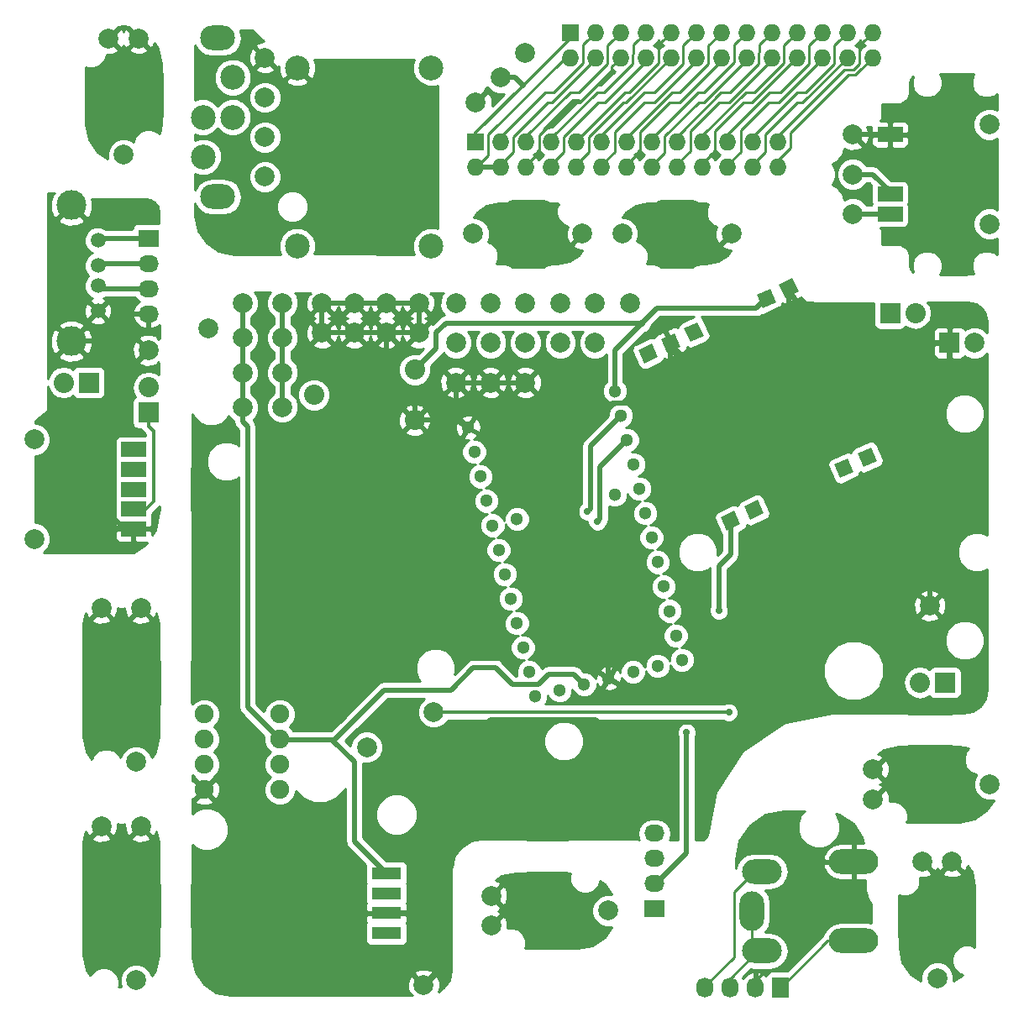
<source format=gbl>
G04 #@! TF.FileFunction,Copper,L2,Bot,Signal*
%FSLAX46Y46*%
G04 Gerber Fmt 4.6, Leading zero omitted, Abs format (unit mm)*
G04 Created by KiCad (PCBNEW 4.0.2+e4-6225~38~ubuntu14.04.1-stable) date sam. 02 juil. 2016 22:13:44 CEST*
%MOMM*%
G01*
G04 APERTURE LIST*
%ADD10C,0.100000*%
%ADD11C,2.000000*%
%ADD12O,4.000000X2.500000*%
%ADD13O,2.500000X4.000000*%
%ADD14O,5.000000X2.500000*%
%ADD15C,2.032000*%
%ADD16C,1.905000*%
%ADD17R,1.727200X2.032000*%
%ADD18O,1.727200X2.032000*%
%ADD19R,2.032000X1.727200*%
%ADD20O,2.032000X1.727200*%
%ADD21R,2.000000X2.000000*%
%ADD22C,1.998980*%
%ADD23R,3.000000X1.300000*%
%ADD24R,2.032000X2.032000*%
%ADD25O,2.032000X2.032000*%
%ADD26R,1.727200X1.727200*%
%ADD27O,1.727200X1.727200*%
%ADD28C,1.300000*%
%ADD29C,2.500000*%
%ADD30O,3.500000X2.500000*%
%ADD31R,2.500000X1.500000*%
%ADD32C,1.501140*%
%ADD33C,2.999740*%
%ADD34C,0.700000*%
%ADD35C,0.500000*%
%ADD36C,0.250000*%
%ADD37C,0.350000*%
%ADD38C,0.254000*%
G04 APERTURE END LIST*
D10*
D11*
X132500000Y-64750000D03*
X137750000Y-75750000D03*
X137750000Y-71750000D03*
X130750000Y-75750000D03*
X134250000Y-75750000D03*
X134250000Y-71750000D03*
X130750000Y-71750000D03*
X141250000Y-71750000D03*
X170750000Y-58750000D03*
X141250000Y-75750000D03*
X172800000Y-121750000D03*
X98750000Y-45050000D03*
X177750000Y-128050000D03*
X127500000Y-140500000D03*
X172800000Y-118750000D03*
X95750000Y-45050000D03*
X180750000Y-128050000D03*
X109250000Y-82250000D03*
X109250000Y-71750000D03*
X109250000Y-78750000D03*
X98500000Y-140000000D03*
X184550000Y-120250000D03*
X109250000Y-75250000D03*
X113250000Y-71750000D03*
X95000000Y-124500000D03*
X95000000Y-102500000D03*
X143500000Y-64750000D03*
X158502758Y-64750000D03*
X147502758Y-64750000D03*
X123750000Y-74750000D03*
X134250000Y-79750000D03*
X137750000Y-79750000D03*
X120500000Y-71750000D03*
X105750000Y-74250000D03*
X148250000Y-71750000D03*
X123750000Y-71750000D03*
X120500000Y-74750000D03*
X98500000Y-118000000D03*
X144750000Y-71750000D03*
X113250000Y-78750000D03*
X178500000Y-102250000D03*
X113250000Y-75250000D03*
X113250000Y-82250000D03*
X179250000Y-139800000D03*
X99000000Y-102500000D03*
X127000000Y-71750000D03*
X127000000Y-74750000D03*
X130750000Y-79750000D03*
X99000000Y-124500000D03*
X134300000Y-131500000D03*
X134300000Y-134500000D03*
X146050000Y-133000000D03*
D12*
X161578150Y-137050000D03*
X161578150Y-129050000D03*
D13*
X160578150Y-133050000D03*
D14*
X170828150Y-128050000D03*
X170828150Y-136050000D03*
D15*
X126580000Y-78460000D03*
X116420000Y-81000000D03*
X126580000Y-83540000D03*
D16*
X105380000Y-113190000D03*
X105380000Y-115730000D03*
X105380000Y-118270000D03*
X105380000Y-120810000D03*
X113000000Y-120810000D03*
X113000000Y-118270000D03*
X113000000Y-115730000D03*
X113000000Y-113190000D03*
D17*
X163468150Y-140750000D03*
D18*
X160928150Y-140750000D03*
X158388150Y-140750000D03*
X155848150Y-140750000D03*
D19*
X150750000Y-132830000D03*
D20*
X150750000Y-130290000D03*
X150750000Y-127750000D03*
X150750000Y-125210000D03*
D10*
G36*
X149120862Y-76456624D02*
X150480324Y-75822696D01*
X151114252Y-77182158D01*
X149754790Y-77816086D01*
X149120862Y-76456624D01*
X149120862Y-76456624D01*
G37*
G36*
X151386631Y-75400078D02*
X152746093Y-74766150D01*
X153380021Y-76125612D01*
X152020559Y-76759540D01*
X151386631Y-75400078D01*
X151386631Y-75400078D01*
G37*
G36*
X153743032Y-74301271D02*
X155102494Y-73667343D01*
X155736422Y-75026805D01*
X154376960Y-75660733D01*
X153743032Y-74301271D01*
X153743032Y-74301271D01*
G37*
G36*
X161038809Y-70899194D02*
X162398271Y-70265266D01*
X163032199Y-71624728D01*
X161672737Y-72258656D01*
X161038809Y-70899194D01*
X161038809Y-70899194D01*
G37*
G36*
X163304579Y-69842648D02*
X164664041Y-69208720D01*
X165297969Y-70568182D01*
X163938507Y-71202110D01*
X163304579Y-69842648D01*
X163304579Y-69842648D01*
G37*
G36*
X171204487Y-86902366D02*
X172563949Y-86268438D01*
X173197877Y-87627900D01*
X171838415Y-88261828D01*
X171204487Y-86902366D01*
X171204487Y-86902366D01*
G37*
G36*
X168848086Y-88001173D02*
X170207548Y-87367245D01*
X170841476Y-88726707D01*
X169482014Y-89360635D01*
X168848086Y-88001173D01*
X168848086Y-88001173D01*
G37*
G36*
X159785009Y-92227356D02*
X161144471Y-91593428D01*
X161778399Y-92952890D01*
X160418937Y-93586818D01*
X159785009Y-92227356D01*
X159785009Y-92227356D01*
G37*
G36*
X157428608Y-93326163D02*
X158788070Y-92692235D01*
X159421998Y-94051697D01*
X158062536Y-94685625D01*
X157428608Y-93326163D01*
X157428608Y-93326163D01*
G37*
D21*
X180500000Y-75750000D03*
D11*
X183040000Y-75750000D03*
D22*
X128509023Y-112981476D03*
X121750000Y-116500000D03*
D23*
X123750000Y-133250000D03*
X123750000Y-131250000D03*
X123750000Y-129250000D03*
X123750000Y-135250000D03*
D24*
X174500000Y-72750000D03*
D25*
X177040000Y-72750000D03*
D26*
X132750000Y-55500000D03*
D27*
X132750000Y-58040000D03*
X135290000Y-55500000D03*
X135290000Y-58040000D03*
X137830000Y-55500000D03*
X137830000Y-58040000D03*
X140370000Y-55500000D03*
X140370000Y-58040000D03*
X142910000Y-55500000D03*
X142910000Y-58040000D03*
X145450000Y-55500000D03*
X145450000Y-58040000D03*
X147990000Y-55500000D03*
X147990000Y-58040000D03*
X150530000Y-55500000D03*
X150530000Y-58040000D03*
X153070000Y-55500000D03*
X153070000Y-58040000D03*
X155610000Y-55500000D03*
X155610000Y-58040000D03*
X158150000Y-55500000D03*
X158150000Y-58040000D03*
X160690000Y-55500000D03*
X160690000Y-58040000D03*
X163230000Y-55500000D03*
X163230000Y-58040000D03*
D24*
X99750000Y-82790000D03*
D25*
X99750000Y-80250000D03*
D24*
X93750000Y-79750000D03*
D25*
X91210000Y-79750000D03*
D24*
X180040000Y-110000000D03*
D25*
X177500000Y-110000000D03*
D28*
X131976698Y-84288414D03*
X132591179Y-86752965D03*
X133205661Y-89217516D03*
X133820143Y-91682067D03*
X134434624Y-94146618D03*
X136899175Y-93532137D03*
X135049106Y-96611169D03*
X135663587Y-99075720D03*
X136278069Y-101540272D03*
X136892551Y-104004823D03*
X137507032Y-106469374D03*
X138121514Y-108933925D03*
X138735995Y-111398476D03*
X141200547Y-110783995D03*
X143665098Y-110169513D03*
X146129649Y-109555031D03*
X148594200Y-108940550D03*
X151058751Y-108326068D03*
X153523302Y-107711586D03*
X152908821Y-105247035D03*
X152294339Y-102782484D03*
X151679857Y-100317933D03*
X146757380Y-91074210D03*
X148607449Y-87995177D03*
X147992968Y-85530626D03*
X149221931Y-90459728D03*
X149836413Y-92924280D03*
X146764005Y-80601524D03*
X147378486Y-83066075D03*
X151065376Y-97853382D03*
X150450894Y-95388831D03*
D11*
X97250000Y-56800000D03*
X111500000Y-55000000D03*
X111500000Y-51000000D03*
X111500000Y-59000000D03*
X111500000Y-47000000D03*
D29*
X128250000Y-66000000D03*
X114750000Y-66000000D03*
X114750000Y-48000000D03*
X128250000Y-48000000D03*
D30*
X106750000Y-61000000D03*
X106750000Y-45000000D03*
D29*
X105250000Y-57000000D03*
X105250000Y-53000000D03*
X108250000Y-49000000D03*
X108250000Y-53000000D03*
D31*
X174500000Y-54750000D03*
X174500000Y-60750000D03*
X174500000Y-62750000D03*
D11*
X184500000Y-63750000D03*
X184500000Y-53750000D03*
D31*
X98250000Y-90500000D03*
X98250000Y-88500000D03*
X98250000Y-86500000D03*
X98250000Y-92500000D03*
X98250000Y-94500000D03*
D11*
X88250000Y-95500000D03*
X88250000Y-85500000D03*
X144750000Y-75750000D03*
D19*
X99750000Y-65210000D03*
D20*
X99750000Y-67750000D03*
X99750000Y-70290000D03*
X99750000Y-72830000D03*
D32*
X94667000Y-72540000D03*
X94667000Y-70000000D03*
X94667000Y-67968000D03*
X94667000Y-65428000D03*
D33*
X92000000Y-75588000D03*
X92000000Y-61872000D03*
D11*
X99750000Y-76500000D03*
D26*
X142250000Y-44460000D03*
D27*
X142250000Y-47000000D03*
X144790000Y-44460000D03*
X144790000Y-47000000D03*
X147330000Y-44460000D03*
X147330000Y-47000000D03*
X149870000Y-44460000D03*
X149870000Y-47000000D03*
X152410000Y-44460000D03*
X152410000Y-47000000D03*
X154950000Y-44460000D03*
X154950000Y-47000000D03*
X157490000Y-44460000D03*
X157490000Y-47000000D03*
X160030000Y-44460000D03*
X160030000Y-47000000D03*
X162570000Y-44460000D03*
X162570000Y-47000000D03*
X165110000Y-44460000D03*
X165110000Y-47000000D03*
X167650000Y-44460000D03*
X167650000Y-47000000D03*
X170190000Y-44460000D03*
X170190000Y-47000000D03*
X172730000Y-44460000D03*
X172730000Y-47000000D03*
D11*
X135250000Y-49000000D03*
X137750000Y-46500000D03*
X132750000Y-51500000D03*
X170750000Y-62750000D03*
X170750000Y-54750000D03*
X117250000Y-71750000D03*
X117250000Y-74750000D03*
D34*
X159000000Y-114000000D03*
X175250000Y-106250000D03*
X178500000Y-80250000D03*
X178500000Y-87000000D03*
X152383326Y-80866674D03*
X146129649Y-102000000D03*
X142500000Y-97430960D03*
X125000000Y-108500000D03*
X111500000Y-91000000D03*
X132000000Y-102000000D03*
X155750000Y-80250000D03*
X175000000Y-98750000D03*
X167750000Y-97999992D03*
X146129649Y-115079649D03*
X133499992Y-114500000D03*
X125600000Y-90750000D03*
X110900000Y-105250000D03*
X158250000Y-113000000D03*
X149500000Y-73750000D03*
X157250000Y-102750000D03*
X154000000Y-115000000D03*
X144000000Y-92750000D03*
X145000000Y-93750000D03*
D35*
X146129649Y-115079649D02*
X147209298Y-114000000D01*
X147209298Y-114000000D02*
X157000000Y-114000000D01*
X157000000Y-114000000D02*
X157250000Y-114250000D01*
X157250000Y-114250000D02*
X158750000Y-114250000D01*
X158750000Y-114250000D02*
X159000000Y-114000000D01*
X159000000Y-114000000D02*
X168000000Y-105000000D01*
X168000000Y-105000000D02*
X174000000Y-105000000D01*
X174900001Y-105900001D02*
X175250000Y-106250000D01*
X174000000Y-105000000D02*
X174900001Y-105900001D01*
X178500000Y-102250000D02*
X175250000Y-105500000D01*
X175250000Y-105500000D02*
X175250000Y-106250000D01*
X178500000Y-80750000D02*
X178500000Y-80250000D01*
X178500000Y-87000000D02*
X178500000Y-80750000D01*
X178500000Y-80250000D02*
X180500000Y-78250000D01*
X180500000Y-78250000D02*
X180500000Y-75750000D01*
X178500000Y-102250000D02*
X178500000Y-87000000D01*
X140250000Y-82250000D02*
X146150000Y-82250000D01*
X146150000Y-82250000D02*
X146550000Y-81850000D01*
X146550000Y-81850000D02*
X151400000Y-81850000D01*
X151400000Y-81850000D02*
X151498475Y-81751525D01*
X151498475Y-81751525D02*
X152383326Y-80866674D01*
X152383326Y-80866674D02*
X152383326Y-75762845D01*
X146129649Y-102000000D02*
X146129649Y-101060609D01*
X146129649Y-109555031D02*
X146129649Y-102000000D01*
X142500000Y-97430960D02*
X141319040Y-96250000D01*
X146129649Y-101060609D02*
X142500000Y-97430960D01*
X128750000Y-105250000D02*
X128250000Y-105250000D01*
X128250000Y-105250000D02*
X125000000Y-108500000D01*
X118500000Y-97650000D02*
X122750000Y-93400000D01*
X118150000Y-97650000D02*
X111500000Y-91000000D01*
X114650000Y-101500000D02*
X118500000Y-97650000D01*
X118500000Y-97650000D02*
X118150000Y-97650000D01*
X110900000Y-105250000D02*
X128750000Y-105250000D01*
X128750000Y-105250000D02*
X132000000Y-102000000D01*
X133499992Y-114500000D02*
X129750000Y-118249992D01*
X129750000Y-118249992D02*
X129750000Y-131400002D01*
X129750000Y-131400002D02*
X127900002Y-133250000D01*
X127900002Y-133250000D02*
X123750000Y-133250000D01*
D36*
X125400000Y-90750000D02*
X125600000Y-90750000D01*
D35*
X110900000Y-105250000D02*
X114650000Y-101500000D01*
X122750000Y-93400000D02*
X125400000Y-90750000D01*
D37*
X155750000Y-80250000D02*
X155750000Y-79129519D01*
X155750000Y-79129519D02*
X152383326Y-75762845D01*
D35*
X164301274Y-72551274D02*
X167500000Y-75750000D01*
X167500000Y-75750000D02*
X180500000Y-75750000D01*
X164301274Y-70205415D02*
X164301274Y-72551274D01*
X141319040Y-96250000D02*
X141319040Y-83319040D01*
X141319040Y-83319040D02*
X140250000Y-82250000D01*
X146129649Y-115079649D02*
X144800000Y-113750000D01*
X144800000Y-113750000D02*
X134249992Y-113750000D01*
X134249992Y-113750000D02*
X133799991Y-114200001D01*
X133799991Y-114200001D02*
X133499992Y-114500000D01*
X175000000Y-98750000D02*
X174250000Y-98000000D01*
X174250000Y-98000000D02*
X167750008Y-98000000D01*
X167750008Y-98000000D02*
X167750000Y-97999992D01*
X178500000Y-102250000D02*
X175000000Y-98750000D01*
X137750000Y-79750000D02*
X140250000Y-82250000D01*
X152383326Y-75762845D02*
X152383326Y-76383326D01*
X152383326Y-76383326D02*
X152750000Y-76750000D01*
X152750000Y-76750000D02*
X153000000Y-77000000D01*
X153000000Y-77000000D02*
X154000000Y-77000000D01*
X159500000Y-77000000D02*
X154000000Y-77000000D01*
X154000000Y-77000000D02*
X153620481Y-77000000D01*
X126580000Y-83540000D02*
X126580000Y-82103160D01*
X126580000Y-82103160D02*
X123750000Y-79273160D01*
X123750000Y-79273160D02*
X123750000Y-76164213D01*
X123750000Y-76164213D02*
X123750000Y-74750000D01*
X164301274Y-70205415D02*
X164301274Y-72198726D01*
X164301274Y-72198726D02*
X159500000Y-77000000D01*
X127500000Y-140500000D02*
X129500000Y-138500000D01*
X128500000Y-133250000D02*
X123750000Y-133250000D01*
X129500000Y-134250000D02*
X128500000Y-133250000D01*
X129500000Y-138500000D02*
X129500000Y-134250000D01*
X126580000Y-83540000D02*
X130271716Y-83540000D01*
X130271716Y-83540000D02*
X130750000Y-83061716D01*
X130750000Y-79750000D02*
X130750000Y-83061716D01*
X130750000Y-83061716D02*
X131976698Y-84288414D01*
X117250000Y-74750000D02*
X117250000Y-71750000D01*
X120500000Y-74750000D02*
X117250000Y-74750000D01*
X123750000Y-74750000D02*
X120500000Y-74750000D01*
X127000000Y-74750000D02*
X123750000Y-74750000D01*
X127000000Y-71750000D02*
X127000000Y-74750000D01*
X123750000Y-71750000D02*
X127000000Y-71750000D01*
X120500000Y-71750000D02*
X123750000Y-71750000D01*
X117250000Y-71750000D02*
X120500000Y-71750000D01*
X130750000Y-79750000D02*
X134250000Y-79750000D01*
X137750000Y-79750000D02*
X134250000Y-79750000D01*
D37*
X128509023Y-112981476D02*
X158231476Y-112981476D01*
X158231476Y-112981476D02*
X158250000Y-113000000D01*
D35*
X118250000Y-115750000D02*
X118500000Y-115750000D01*
X119750000Y-114500000D02*
X123500000Y-110750000D01*
X118500000Y-115750000D02*
X119750000Y-114500000D01*
X113000000Y-115730000D02*
X109750000Y-112480000D01*
X109750000Y-112480000D02*
X109750000Y-84164213D01*
X109750000Y-84164213D02*
X109250000Y-83664213D01*
X109250000Y-83664213D02*
X109250000Y-82250000D01*
X146764005Y-80601524D02*
X146764005Y-76485995D01*
X146764005Y-76485995D02*
X149500000Y-73750000D01*
X126580000Y-78460000D02*
X128750000Y-76290000D01*
X128750000Y-76290000D02*
X128750000Y-74750000D01*
X128750000Y-74750000D02*
X129750000Y-73750000D01*
X129750000Y-73750000D02*
X149500000Y-73750000D01*
X149500000Y-73750000D02*
X151000000Y-72250000D01*
X151000000Y-72250000D02*
X161000000Y-72250000D01*
X161000000Y-72250000D02*
X161988039Y-71261961D01*
X161988039Y-71261961D02*
X162035504Y-71261961D01*
X123500000Y-110750000D02*
X130250000Y-110750000D01*
X130250000Y-110750000D02*
X132500000Y-108500000D01*
X132500000Y-108500000D02*
X134750000Y-108500000D01*
X134750000Y-108500000D02*
X136450000Y-110200000D01*
X136450000Y-110200000D02*
X138250000Y-110200000D01*
X138250000Y-110200000D02*
X138300000Y-110150000D01*
X138300000Y-110150000D02*
X139100000Y-110150000D01*
X139100000Y-110150000D02*
X140118554Y-109131446D01*
X140118554Y-109131446D02*
X142631446Y-109131446D01*
X142631446Y-109131446D02*
X143665098Y-110165098D01*
X143665098Y-110165098D02*
X143665098Y-110169513D01*
X113000000Y-115730000D02*
X113020000Y-115750000D01*
X113020000Y-115750000D02*
X118250000Y-115750000D01*
X118250000Y-115750000D02*
X120500000Y-118000000D01*
X120500000Y-118000000D02*
X120500000Y-126000000D01*
X120500000Y-126000000D02*
X123750000Y-129250000D01*
X109250000Y-82250000D02*
X109250000Y-71750000D01*
X157250000Y-102750000D02*
X157250000Y-98250000D01*
X157250000Y-98250000D02*
X158425303Y-97074697D01*
X158425303Y-97074697D02*
X158425303Y-93688930D01*
X154000000Y-115000000D02*
X154000000Y-127192400D01*
X154000000Y-127192400D02*
X150902400Y-130290000D01*
X150902400Y-130290000D02*
X150750000Y-130290000D01*
X113250000Y-71750000D02*
X113250000Y-82250000D01*
X144000000Y-92750000D02*
X144299999Y-92450001D01*
X144299999Y-92450001D02*
X144299999Y-86144562D01*
X146728487Y-83716074D02*
X147378486Y-83066075D01*
X144299999Y-86144562D02*
X146728487Y-83716074D01*
X147992968Y-85530626D02*
X145250000Y-88273594D01*
X145250000Y-88273594D02*
X145250000Y-93500000D01*
X145250000Y-93500000D02*
X145000000Y-93750000D01*
D36*
X160578150Y-133050000D02*
X160578150Y-136050000D01*
X160578150Y-136050000D02*
X161578150Y-137050000D01*
X158388150Y-140750000D02*
X158388150Y-139861850D01*
X158388150Y-139861850D02*
X161200000Y-137050000D01*
X161200000Y-137050000D02*
X161578150Y-137050000D01*
X158750000Y-137695750D02*
X158750000Y-131128150D01*
X158750000Y-131128150D02*
X160828150Y-129050000D01*
X160828150Y-129050000D02*
X161578150Y-129050000D01*
X155848150Y-140750000D02*
X155848150Y-140597600D01*
X155848150Y-140597600D02*
X158750000Y-137695750D01*
X160928150Y-140750000D02*
X160928150Y-140071850D01*
X160928150Y-140071850D02*
X162000000Y-139000000D01*
X162000000Y-139000000D02*
X163250000Y-139000000D01*
X163250000Y-139000000D02*
X170828150Y-131421850D01*
X170828150Y-131421850D02*
X170828150Y-129550000D01*
X170828150Y-129550000D02*
X170828150Y-128050000D01*
X163468150Y-140750000D02*
X163500000Y-140750000D01*
X163500000Y-140750000D02*
X168200000Y-136050000D01*
X168200000Y-136050000D02*
X169950000Y-136050000D01*
X169950000Y-136050000D02*
X170828150Y-136050000D01*
D35*
X170750000Y-58750000D02*
X172750000Y-58750000D01*
X172750000Y-58750000D02*
X174500000Y-60500000D01*
X174500000Y-60500000D02*
X174500000Y-60750000D01*
D36*
X145450000Y-55500000D02*
X145450000Y-54800000D01*
X153648601Y-45761399D02*
X154086401Y-45323599D01*
X145450000Y-54800000D02*
X149750000Y-50500000D01*
X149750000Y-50500000D02*
X150743130Y-50500000D01*
X150743130Y-50500000D02*
X153648601Y-47594529D01*
X153648601Y-47594529D02*
X153648601Y-45761399D01*
X154086401Y-45323599D02*
X154950000Y-44460000D01*
X153070000Y-58040000D02*
X153070000Y-57730000D01*
X153070000Y-57730000D02*
X154371399Y-56428601D01*
X154371399Y-56428601D02*
X154371399Y-54378601D01*
X154371399Y-54378601D02*
X157250000Y-51500000D01*
X158250000Y-51500000D02*
X162570000Y-47180000D01*
X157250000Y-51500000D02*
X158250000Y-51500000D01*
X162570000Y-47180000D02*
X162570000Y-47000000D01*
X155610000Y-55500000D02*
X155610000Y-54847122D01*
X155610000Y-54847122D02*
X159957122Y-50500000D01*
X159957122Y-50500000D02*
X160835756Y-50500000D01*
X160835756Y-50500000D02*
X163808601Y-47527155D01*
X163808601Y-47527155D02*
X163808601Y-45761399D01*
X163808601Y-45761399D02*
X164246401Y-45323599D01*
X164246401Y-45323599D02*
X165110000Y-44460000D01*
X158150000Y-55500000D02*
X158150000Y-54700000D01*
X166348601Y-45761399D02*
X166786401Y-45323599D01*
X158150000Y-54700000D02*
X162350000Y-50500000D01*
X162350000Y-50500000D02*
X163443130Y-50500000D01*
X163443130Y-50500000D02*
X166348601Y-47594529D01*
X166348601Y-47594529D02*
X166348601Y-45761399D01*
X166786401Y-45323599D02*
X167650000Y-44460000D01*
X158150000Y-58040000D02*
X158150000Y-57800000D01*
X158150000Y-57800000D02*
X159451399Y-56498601D01*
X159451399Y-56498601D02*
X159451399Y-54298601D01*
X162250000Y-51500000D02*
X163250000Y-51500000D01*
X159451399Y-54298601D02*
X162250000Y-51500000D01*
X163250000Y-51500000D02*
X167650000Y-47100000D01*
X167650000Y-47100000D02*
X167650000Y-47000000D01*
X160690000Y-55500000D02*
X160690000Y-54960000D01*
X165150000Y-50500000D02*
X165983130Y-50500000D01*
X165983130Y-50500000D02*
X168888601Y-47594529D01*
X160690000Y-54960000D02*
X165150000Y-50500000D01*
X168888601Y-47594529D02*
X168888601Y-45761399D01*
X168888601Y-45761399D02*
X169326401Y-45323599D01*
X169326401Y-45323599D02*
X170190000Y-44460000D01*
X170190000Y-47000000D02*
X170190000Y-47000252D01*
X170190000Y-47000252D02*
X165690252Y-51500000D01*
X165690252Y-51500000D02*
X165150000Y-51500000D01*
X165150000Y-51500000D02*
X161950000Y-54700000D01*
X161950000Y-54700000D02*
X161950000Y-56500000D01*
X161950000Y-56500000D02*
X160690000Y-57760000D01*
X160690000Y-57760000D02*
X160690000Y-58040000D01*
X163230000Y-58040000D02*
X163230000Y-57333130D01*
X163230000Y-57333130D02*
X164468601Y-56094529D01*
X164468601Y-54581399D02*
X170311389Y-48738611D01*
X164468601Y-56094529D02*
X164468601Y-54581399D01*
X170311389Y-48738611D02*
X170991639Y-48738611D01*
X170991639Y-48738611D02*
X171508936Y-48221314D01*
X171508936Y-48221314D02*
X171508686Y-48221314D01*
X171508686Y-48221314D02*
X172730000Y-47000000D01*
D37*
X99750000Y-82790000D02*
X99750000Y-84156000D01*
X99750000Y-84156000D02*
X100250000Y-84656000D01*
X100250000Y-84656000D02*
X100250000Y-91750000D01*
X100250000Y-91750000D02*
X99500000Y-92500000D01*
X99500000Y-92500000D02*
X98250000Y-92500000D01*
D35*
X99750000Y-65210000D02*
X94885000Y-65210000D01*
X94885000Y-65210000D02*
X94667000Y-65428000D01*
X99532000Y-65428000D02*
X99750000Y-65210000D01*
X99750000Y-67750000D02*
X94885000Y-67750000D01*
X94885000Y-67750000D02*
X94667000Y-67968000D01*
X99750000Y-70290000D02*
X94957000Y-70290000D01*
X94957000Y-70290000D02*
X94667000Y-70000000D01*
X99460000Y-70000000D02*
X99750000Y-70290000D01*
X97000000Y-79250000D02*
X97000000Y-78466864D01*
X97000000Y-78466864D02*
X94121136Y-75588000D01*
X94121136Y-75588000D02*
X92000000Y-75588000D01*
X97000000Y-81250000D02*
X97000000Y-79250000D01*
X97000000Y-79250000D02*
X99750000Y-76500000D01*
X95250000Y-83000000D02*
X97000000Y-81250000D01*
X95250000Y-92400002D02*
X95250000Y-83000000D01*
X98250000Y-94500000D02*
X97349998Y-94500000D01*
X97349998Y-94500000D02*
X95250000Y-92400002D01*
D36*
X132750000Y-58040000D02*
X132810000Y-58040000D01*
X132810000Y-58040000D02*
X133988601Y-56861399D01*
X133988601Y-56861399D02*
X133988601Y-54761399D01*
X133988601Y-54761399D02*
X141750000Y-47000000D01*
X141750000Y-47000000D02*
X142250000Y-47000000D01*
X135290000Y-58040000D02*
X135290000Y-57760000D01*
X135290000Y-57760000D02*
X136528601Y-56521399D01*
X140450000Y-51500000D02*
X144750000Y-47200000D01*
X136528601Y-56521399D02*
X136528601Y-54968269D01*
X136528601Y-54968269D02*
X139996870Y-51500000D01*
X139996870Y-51500000D02*
X140450000Y-51500000D01*
X144750000Y-47200000D02*
X144750000Y-47040000D01*
X144750000Y-47040000D02*
X144790000Y-47000000D01*
D35*
X135290000Y-58040000D02*
X132750000Y-58040000D01*
D36*
X137830000Y-58040000D02*
X137830000Y-57820000D01*
X139131399Y-54818601D02*
X142450000Y-51500000D01*
X137830000Y-57820000D02*
X139131399Y-56518601D01*
X139131399Y-56518601D02*
X139131399Y-54818601D01*
X142450000Y-51500000D02*
X143250000Y-51500000D01*
X143250000Y-51500000D02*
X146466401Y-48283599D01*
X146466401Y-48283599D02*
X146466401Y-47863599D01*
X146466401Y-47863599D02*
X147330000Y-47000000D01*
X142910000Y-55500000D02*
X142950000Y-55460000D01*
X142950000Y-55460000D02*
X142950000Y-55300000D01*
X142950000Y-55300000D02*
X147750000Y-50500000D01*
X147750000Y-50500000D02*
X148202878Y-50500000D01*
X148202878Y-50500000D02*
X151171399Y-47531479D01*
X151546401Y-45323599D02*
X152410000Y-44460000D01*
X151171399Y-47531479D02*
X151171399Y-45698601D01*
X151171399Y-45698601D02*
X151546401Y-45323599D01*
X147990000Y-58040000D02*
X147990000Y-57760000D01*
X147990000Y-57760000D02*
X149291399Y-56458601D01*
X149291399Y-56458601D02*
X149291399Y-54458601D01*
X149291399Y-54458601D02*
X152250000Y-51500000D01*
X152250000Y-51500000D02*
X153250000Y-51500000D01*
X157490000Y-47260000D02*
X157490000Y-47000000D01*
X153250000Y-51500000D02*
X157490000Y-47260000D01*
X155610000Y-58040000D02*
X155610000Y-57690000D01*
X155610000Y-57690000D02*
X156848601Y-56451399D01*
X160542878Y-51500000D02*
X165042878Y-47000000D01*
X159750000Y-51500000D02*
X160542878Y-51500000D01*
X156848601Y-54401399D02*
X159750000Y-51500000D01*
X156848601Y-56451399D02*
X156848601Y-54401399D01*
X165050000Y-47000000D02*
X165110000Y-47000000D01*
X165042878Y-47000000D02*
X165050000Y-47000000D01*
X171866401Y-45323599D02*
X172730000Y-44460000D01*
X171428601Y-45761399D02*
X171866401Y-45323599D01*
X171428601Y-47594277D02*
X171428601Y-45761399D01*
X170784277Y-48238601D02*
X171428601Y-47594277D01*
X163230000Y-55500000D02*
X163230000Y-54912878D01*
X169904277Y-48238601D02*
X170784277Y-48238601D01*
X163230000Y-54912878D02*
X169904277Y-48238601D01*
X135290000Y-55500000D02*
X135290000Y-54960000D01*
X135290000Y-54960000D02*
X139750000Y-50500000D01*
X139750000Y-50500000D02*
X140583130Y-50500000D01*
X140583130Y-50500000D02*
X143551399Y-47531731D01*
X143551399Y-47531731D02*
X143551399Y-45698601D01*
X143551399Y-45698601D02*
X143926401Y-45323599D01*
X143926401Y-45323599D02*
X144790000Y-44460000D01*
X137830000Y-55500000D02*
X137830000Y-54920000D01*
X137830000Y-54920000D02*
X142250000Y-50500000D01*
X142250000Y-50500000D02*
X143123130Y-50500000D01*
X143123130Y-50500000D02*
X146028601Y-47594529D01*
X146028601Y-47594529D02*
X146028601Y-45761399D01*
X146028601Y-45761399D02*
X146466401Y-45323599D01*
X146466401Y-45323599D02*
X147330000Y-44460000D01*
X140370000Y-55500000D02*
X140350000Y-55480000D01*
X140350000Y-55480000D02*
X140350000Y-55107122D01*
X148568601Y-47594529D02*
X148568601Y-46681399D01*
X140350000Y-55107122D02*
X144957122Y-50500000D01*
X148568601Y-46681399D02*
X148631399Y-46618601D01*
X144957122Y-50500000D02*
X145663130Y-50500000D01*
X145663130Y-50500000D02*
X148568601Y-47594529D01*
X149006401Y-45323599D02*
X149870000Y-44460000D01*
X148631399Y-46618601D02*
X148631399Y-45698601D01*
X148631399Y-45698601D02*
X149006401Y-45323599D01*
X140370000Y-58040000D02*
X140370000Y-57780000D01*
X149750000Y-47120000D02*
X149870000Y-47000000D01*
X140370000Y-57780000D02*
X141608601Y-56541399D01*
X141608601Y-56541399D02*
X141608601Y-54968269D01*
X141608601Y-54968269D02*
X145076870Y-51500000D01*
X145076870Y-51500000D02*
X145750000Y-51500000D01*
X145750000Y-51500000D02*
X149750000Y-47500000D01*
X149750000Y-47500000D02*
X149750000Y-47120000D01*
X142910000Y-58040000D02*
X142910000Y-57740000D01*
X142910000Y-57740000D02*
X144150000Y-56500000D01*
X144150000Y-56500000D02*
X144150000Y-54966870D01*
X144150000Y-54966870D02*
X147616870Y-51500000D01*
X147616870Y-51500000D02*
X147910000Y-51500000D01*
X147910000Y-51500000D02*
X152410000Y-47000000D01*
X145450000Y-58040000D02*
X145450000Y-57800000D01*
X149750000Y-51500000D02*
X150750000Y-51500000D01*
X145450000Y-57800000D02*
X146750000Y-56500000D01*
X146750000Y-56500000D02*
X146750000Y-54500000D01*
X146750000Y-54500000D02*
X149750000Y-51500000D01*
X150750000Y-51500000D02*
X154950000Y-47300000D01*
X154950000Y-47300000D02*
X154950000Y-47000000D01*
X157490000Y-44460000D02*
X156188601Y-45761399D01*
X156188601Y-45761399D02*
X156188601Y-47594529D01*
X156188601Y-47594529D02*
X153283130Y-50500000D01*
X153283130Y-50500000D02*
X152542878Y-50500000D01*
X147990000Y-55052878D02*
X147990000Y-55500000D01*
X152542878Y-50500000D02*
X147990000Y-55052878D01*
X150530000Y-55500000D02*
X150550000Y-55480000D01*
X150550000Y-55480000D02*
X150550000Y-55100000D01*
X150550000Y-55100000D02*
X155150000Y-50500000D01*
X155150000Y-50500000D02*
X155750000Y-50500000D01*
X158791399Y-45698601D02*
X159166401Y-45323599D01*
X159166401Y-45323599D02*
X160030000Y-44460000D01*
X155750000Y-50500000D02*
X158791399Y-47458601D01*
X158791399Y-47458601D02*
X158791399Y-45698601D01*
X150530000Y-58040000D02*
X150530000Y-57820000D01*
X150530000Y-57820000D02*
X151800000Y-56550000D01*
X151800000Y-56550000D02*
X151800000Y-54936870D01*
X151800000Y-54936870D02*
X155236870Y-51500000D01*
X155236870Y-51500000D02*
X155750000Y-51500000D01*
X155750000Y-51500000D02*
X160030000Y-47220000D01*
X160030000Y-47220000D02*
X160030000Y-47000000D01*
D37*
X132750000Y-54600000D02*
X137500000Y-49850000D01*
X137500000Y-49850000D02*
X142250000Y-45100000D01*
D35*
X135250000Y-49000000D02*
X136664213Y-49000000D01*
X136664213Y-49000000D02*
X137500000Y-49835787D01*
X137500000Y-49835787D02*
X137500000Y-49850000D01*
D37*
X132750000Y-55500000D02*
X132750000Y-54600000D01*
X142250000Y-45100000D02*
X142250000Y-44460000D01*
D36*
X153070000Y-55500000D02*
X153250000Y-55320000D01*
X153250000Y-55320000D02*
X153250000Y-54707122D01*
X161268601Y-46481399D02*
X161331399Y-46418601D01*
X153250000Y-54707122D02*
X157457122Y-50500000D01*
X157457122Y-50500000D02*
X158363130Y-50500000D01*
X158363130Y-50500000D02*
X161268601Y-47594529D01*
X161268601Y-47594529D02*
X161268601Y-46481399D01*
X161331399Y-45698601D02*
X161706401Y-45323599D01*
X161331399Y-46418601D02*
X161331399Y-45698601D01*
X161706401Y-45323599D02*
X162570000Y-44460000D01*
D35*
X170750000Y-54750000D02*
X174500000Y-54750000D01*
X170750000Y-62750000D02*
X174500000Y-62750000D01*
D38*
G36*
X99193748Y-102485858D02*
X99179605Y-102500000D01*
X100152532Y-103472927D01*
X100419387Y-103374264D01*
X100570640Y-102967136D01*
X100790000Y-104069931D01*
X100790000Y-107500000D01*
X100803642Y-107568584D01*
X100803642Y-107638513D01*
X100873000Y-107987201D01*
X100873000Y-112012799D01*
X100803642Y-112361487D01*
X100803642Y-112431416D01*
X100790000Y-112500000D01*
X100790000Y-115430069D01*
X100488652Y-116945048D01*
X100083633Y-117551201D01*
X99886894Y-117075057D01*
X99427363Y-116614722D01*
X98826648Y-116365284D01*
X98176205Y-116364716D01*
X97575057Y-116613106D01*
X97114722Y-117072637D01*
X96904371Y-117579221D01*
X96802068Y-117331629D01*
X96370643Y-116899449D01*
X95806670Y-116665267D01*
X95196009Y-116664735D01*
X94631629Y-116897932D01*
X94199449Y-117329357D01*
X94034141Y-117727463D01*
X93511347Y-116945045D01*
X93210000Y-115430069D01*
X93210000Y-104069931D01*
X93293025Y-103652532D01*
X94027073Y-103652532D01*
X94125736Y-103919387D01*
X94735461Y-104145908D01*
X95385460Y-104121856D01*
X95874264Y-103919387D01*
X95972927Y-103652532D01*
X98027073Y-103652532D01*
X98125736Y-103919387D01*
X98735461Y-104145908D01*
X99385460Y-104121856D01*
X99874264Y-103919387D01*
X99972927Y-103652532D01*
X99000000Y-102679605D01*
X98027073Y-103652532D01*
X95972927Y-103652532D01*
X95000000Y-102679605D01*
X94027073Y-103652532D01*
X93293025Y-103652532D01*
X93423719Y-102995489D01*
X93580613Y-103374264D01*
X93847468Y-103472927D01*
X94820395Y-102500000D01*
X94806253Y-102485858D01*
X94985858Y-102306253D01*
X95000000Y-102320395D01*
X95014143Y-102306253D01*
X95193748Y-102485858D01*
X95179605Y-102500000D01*
X96152532Y-103472927D01*
X96419387Y-103374264D01*
X96645908Y-102764539D01*
X96636532Y-102511148D01*
X96693330Y-102534733D01*
X97303991Y-102535265D01*
X97364264Y-102510361D01*
X97378144Y-102885460D01*
X97580613Y-103374264D01*
X97847468Y-103472927D01*
X98820395Y-102500000D01*
X98806253Y-102485858D01*
X98985858Y-102306253D01*
X99000000Y-102320395D01*
X99014143Y-102306253D01*
X99193748Y-102485858D01*
X99193748Y-102485858D01*
G37*
X99193748Y-102485858D02*
X99179605Y-102500000D01*
X100152532Y-103472927D01*
X100419387Y-103374264D01*
X100570640Y-102967136D01*
X100790000Y-104069931D01*
X100790000Y-107500000D01*
X100803642Y-107568584D01*
X100803642Y-107638513D01*
X100873000Y-107987201D01*
X100873000Y-112012799D01*
X100803642Y-112361487D01*
X100803642Y-112431416D01*
X100790000Y-112500000D01*
X100790000Y-115430069D01*
X100488652Y-116945048D01*
X100083633Y-117551201D01*
X99886894Y-117075057D01*
X99427363Y-116614722D01*
X98826648Y-116365284D01*
X98176205Y-116364716D01*
X97575057Y-116613106D01*
X97114722Y-117072637D01*
X96904371Y-117579221D01*
X96802068Y-117331629D01*
X96370643Y-116899449D01*
X95806670Y-116665267D01*
X95196009Y-116664735D01*
X94631629Y-116897932D01*
X94199449Y-117329357D01*
X94034141Y-117727463D01*
X93511347Y-116945045D01*
X93210000Y-115430069D01*
X93210000Y-104069931D01*
X93293025Y-103652532D01*
X94027073Y-103652532D01*
X94125736Y-103919387D01*
X94735461Y-104145908D01*
X95385460Y-104121856D01*
X95874264Y-103919387D01*
X95972927Y-103652532D01*
X98027073Y-103652532D01*
X98125736Y-103919387D01*
X98735461Y-104145908D01*
X99385460Y-104121856D01*
X99874264Y-103919387D01*
X99972927Y-103652532D01*
X99000000Y-102679605D01*
X98027073Y-103652532D01*
X95972927Y-103652532D01*
X95000000Y-102679605D01*
X94027073Y-103652532D01*
X93293025Y-103652532D01*
X93423719Y-102995489D01*
X93580613Y-103374264D01*
X93847468Y-103472927D01*
X94820395Y-102500000D01*
X94806253Y-102485858D01*
X94985858Y-102306253D01*
X95000000Y-102320395D01*
X95014143Y-102306253D01*
X95193748Y-102485858D01*
X95179605Y-102500000D01*
X96152532Y-103472927D01*
X96419387Y-103374264D01*
X96645908Y-102764539D01*
X96636532Y-102511148D01*
X96693330Y-102534733D01*
X97303991Y-102535265D01*
X97364264Y-102510361D01*
X97378144Y-102885460D01*
X97580613Y-103374264D01*
X97847468Y-103472927D01*
X98820395Y-102500000D01*
X98806253Y-102485858D01*
X98985858Y-102306253D01*
X99000000Y-102320395D01*
X99014143Y-102306253D01*
X99193748Y-102485858D01*
G36*
X139818531Y-61533252D02*
X139818533Y-61533254D01*
X140007402Y-61611486D01*
X140074471Y-61639267D01*
X140074472Y-61639267D01*
X140074474Y-61639268D01*
X140361487Y-61696358D01*
X140431416Y-61696358D01*
X140500000Y-61710000D01*
X140930069Y-61710000D01*
X141055595Y-61734969D01*
X140865267Y-62193330D01*
X140864735Y-62803991D01*
X141097932Y-63368371D01*
X141529357Y-63800551D01*
X142031138Y-64008908D01*
X141854092Y-64485461D01*
X141878144Y-65135460D01*
X142080613Y-65624264D01*
X142347468Y-65722927D01*
X143320395Y-64750000D01*
X143306253Y-64735858D01*
X143485858Y-64556253D01*
X143500000Y-64570395D01*
X143514143Y-64556253D01*
X143693748Y-64735858D01*
X143679605Y-64750000D01*
X143693748Y-64764143D01*
X143514143Y-64943748D01*
X143500000Y-64929605D01*
X142527073Y-65902532D01*
X142625736Y-66169387D01*
X143235461Y-66395908D01*
X143475696Y-66387019D01*
X143139769Y-66889769D01*
X142158036Y-67545742D01*
X140930069Y-67790000D01*
X140500000Y-67790000D01*
X140431416Y-67803642D01*
X140074474Y-67860732D01*
X140074472Y-67860733D01*
X140074471Y-67860733D01*
X140034738Y-67877191D01*
X139818533Y-67966746D01*
X139818531Y-67966748D01*
X139584683Y-68123000D01*
X136415317Y-68123000D01*
X136181469Y-67966747D01*
X135925529Y-67860733D01*
X135925528Y-67860733D01*
X135925526Y-67860732D01*
X135638513Y-67803642D01*
X135568584Y-67803642D01*
X135500000Y-67790000D01*
X135069927Y-67790000D01*
X134852034Y-67746658D01*
X135034733Y-67306670D01*
X135035265Y-66696009D01*
X134802068Y-66131629D01*
X134370643Y-65699449D01*
X133948835Y-65524299D01*
X134134716Y-65076648D01*
X134135284Y-64426205D01*
X133886894Y-63825057D01*
X133427363Y-63364722D01*
X132826648Y-63115284D01*
X132522943Y-63115019D01*
X132860231Y-62610231D01*
X133841964Y-61954258D01*
X135069927Y-61710000D01*
X135500000Y-61710000D01*
X135568584Y-61696358D01*
X135638513Y-61696358D01*
X135925526Y-61639268D01*
X135925528Y-61639267D01*
X135925529Y-61639267D01*
X136181469Y-61533253D01*
X136415317Y-61377000D01*
X139584683Y-61377000D01*
X139818531Y-61533252D01*
X139818531Y-61533252D01*
G37*
X139818531Y-61533252D02*
X139818533Y-61533254D01*
X140007402Y-61611486D01*
X140074471Y-61639267D01*
X140074472Y-61639267D01*
X140074474Y-61639268D01*
X140361487Y-61696358D01*
X140431416Y-61696358D01*
X140500000Y-61710000D01*
X140930069Y-61710000D01*
X141055595Y-61734969D01*
X140865267Y-62193330D01*
X140864735Y-62803991D01*
X141097932Y-63368371D01*
X141529357Y-63800551D01*
X142031138Y-64008908D01*
X141854092Y-64485461D01*
X141878144Y-65135460D01*
X142080613Y-65624264D01*
X142347468Y-65722927D01*
X143320395Y-64750000D01*
X143306253Y-64735858D01*
X143485858Y-64556253D01*
X143500000Y-64570395D01*
X143514143Y-64556253D01*
X143693748Y-64735858D01*
X143679605Y-64750000D01*
X143693748Y-64764143D01*
X143514143Y-64943748D01*
X143500000Y-64929605D01*
X142527073Y-65902532D01*
X142625736Y-66169387D01*
X143235461Y-66395908D01*
X143475696Y-66387019D01*
X143139769Y-66889769D01*
X142158036Y-67545742D01*
X140930069Y-67790000D01*
X140500000Y-67790000D01*
X140431416Y-67803642D01*
X140074474Y-67860732D01*
X140074472Y-67860733D01*
X140074471Y-67860733D01*
X140034738Y-67877191D01*
X139818533Y-67966746D01*
X139818531Y-67966748D01*
X139584683Y-68123000D01*
X136415317Y-68123000D01*
X136181469Y-67966747D01*
X135925529Y-67860733D01*
X135925528Y-67860733D01*
X135925526Y-67860732D01*
X135638513Y-67803642D01*
X135568584Y-67803642D01*
X135500000Y-67790000D01*
X135069927Y-67790000D01*
X134852034Y-67746658D01*
X135034733Y-67306670D01*
X135035265Y-66696009D01*
X134802068Y-66131629D01*
X134370643Y-65699449D01*
X133948835Y-65524299D01*
X134134716Y-65076648D01*
X134135284Y-64426205D01*
X133886894Y-63825057D01*
X133427363Y-63364722D01*
X132826648Y-63115284D01*
X132522943Y-63115019D01*
X132860231Y-62610231D01*
X133841964Y-61954258D01*
X135069927Y-61710000D01*
X135500000Y-61710000D01*
X135568584Y-61696358D01*
X135638513Y-61696358D01*
X135925526Y-61639268D01*
X135925528Y-61639267D01*
X135925529Y-61639267D01*
X136181469Y-61533253D01*
X136415317Y-61377000D01*
X139584683Y-61377000D01*
X139818531Y-61533252D01*
G36*
X142161486Y-129196358D02*
X142231416Y-129196358D01*
X142300000Y-129210000D01*
X142312154Y-129210000D01*
X142215267Y-129443330D01*
X142214735Y-130053991D01*
X142447932Y-130618371D01*
X142879357Y-131050551D01*
X143443330Y-131284733D01*
X144053991Y-131285265D01*
X144618371Y-131052068D01*
X145050551Y-130620643D01*
X145284733Y-130056670D01*
X145284748Y-130039009D01*
X145720098Y-130329899D01*
X146425464Y-131385554D01*
X146376648Y-131365284D01*
X145726205Y-131364716D01*
X145125057Y-131613106D01*
X144664722Y-132072637D01*
X144415284Y-132673352D01*
X144414716Y-133323795D01*
X144663106Y-133924943D01*
X145122637Y-134385278D01*
X145723352Y-134634716D01*
X146373795Y-134635284D01*
X146425936Y-134613740D01*
X145720098Y-135670101D01*
X144495045Y-136488653D01*
X142980069Y-136790000D01*
X137687846Y-136790000D01*
X137784733Y-136556670D01*
X137785265Y-135946009D01*
X137552068Y-135381629D01*
X137120643Y-134949449D01*
X136556670Y-134715267D01*
X135946009Y-134714735D01*
X135944094Y-134715526D01*
X135921856Y-134114540D01*
X135719387Y-133625736D01*
X135452532Y-133527073D01*
X134479605Y-134500000D01*
X134493748Y-134514143D01*
X134314143Y-134693748D01*
X134300000Y-134679605D01*
X134285858Y-134693748D01*
X134106253Y-134514143D01*
X134120395Y-134500000D01*
X134106253Y-134485858D01*
X134285858Y-134306253D01*
X134300000Y-134320395D01*
X135272927Y-133347468D01*
X135174264Y-133080613D01*
X134969070Y-133004381D01*
X135174264Y-132919387D01*
X135272927Y-132652532D01*
X134300000Y-131679605D01*
X134285858Y-131693748D01*
X134106253Y-131514143D01*
X134120395Y-131500000D01*
X134479605Y-131500000D01*
X135452532Y-132472927D01*
X135719387Y-132374264D01*
X135945908Y-131764539D01*
X135921856Y-131114540D01*
X135719387Y-130625736D01*
X135452532Y-130527073D01*
X134479605Y-131500000D01*
X134120395Y-131500000D01*
X134106253Y-131485858D01*
X134285858Y-131306253D01*
X134300000Y-131320395D01*
X135272927Y-130347468D01*
X135174264Y-130080613D01*
X134742854Y-129920339D01*
X135354952Y-129511348D01*
X136869931Y-129210000D01*
X137600000Y-129210000D01*
X137668584Y-129196358D01*
X137738513Y-129196358D01*
X138087201Y-129127000D01*
X141812799Y-129127000D01*
X142161486Y-129196358D01*
X142161486Y-129196358D01*
G37*
X142161486Y-129196358D02*
X142231416Y-129196358D01*
X142300000Y-129210000D01*
X142312154Y-129210000D01*
X142215267Y-129443330D01*
X142214735Y-130053991D01*
X142447932Y-130618371D01*
X142879357Y-131050551D01*
X143443330Y-131284733D01*
X144053991Y-131285265D01*
X144618371Y-131052068D01*
X145050551Y-130620643D01*
X145284733Y-130056670D01*
X145284748Y-130039009D01*
X145720098Y-130329899D01*
X146425464Y-131385554D01*
X146376648Y-131365284D01*
X145726205Y-131364716D01*
X145125057Y-131613106D01*
X144664722Y-132072637D01*
X144415284Y-132673352D01*
X144414716Y-133323795D01*
X144663106Y-133924943D01*
X145122637Y-134385278D01*
X145723352Y-134634716D01*
X146373795Y-134635284D01*
X146425936Y-134613740D01*
X145720098Y-135670101D01*
X144495045Y-136488653D01*
X142980069Y-136790000D01*
X137687846Y-136790000D01*
X137784733Y-136556670D01*
X137785265Y-135946009D01*
X137552068Y-135381629D01*
X137120643Y-134949449D01*
X136556670Y-134715267D01*
X135946009Y-134714735D01*
X135944094Y-134715526D01*
X135921856Y-134114540D01*
X135719387Y-133625736D01*
X135452532Y-133527073D01*
X134479605Y-134500000D01*
X134493748Y-134514143D01*
X134314143Y-134693748D01*
X134300000Y-134679605D01*
X134285858Y-134693748D01*
X134106253Y-134514143D01*
X134120395Y-134500000D01*
X134106253Y-134485858D01*
X134285858Y-134306253D01*
X134300000Y-134320395D01*
X135272927Y-133347468D01*
X135174264Y-133080613D01*
X134969070Y-133004381D01*
X135174264Y-132919387D01*
X135272927Y-132652532D01*
X134300000Y-131679605D01*
X134285858Y-131693748D01*
X134106253Y-131514143D01*
X134120395Y-131500000D01*
X134479605Y-131500000D01*
X135452532Y-132472927D01*
X135719387Y-132374264D01*
X135945908Y-131764539D01*
X135921856Y-131114540D01*
X135719387Y-130625736D01*
X135452532Y-130527073D01*
X134479605Y-131500000D01*
X134120395Y-131500000D01*
X134106253Y-131485858D01*
X134285858Y-131306253D01*
X134300000Y-131320395D01*
X135272927Y-130347468D01*
X135174264Y-130080613D01*
X134742854Y-129920339D01*
X135354952Y-129511348D01*
X136869931Y-129210000D01*
X137600000Y-129210000D01*
X137668584Y-129196358D01*
X137738513Y-129196358D01*
X138087201Y-129127000D01*
X141812799Y-129127000D01*
X142161486Y-129196358D01*
G36*
X165519241Y-123339041D02*
X165193522Y-124123459D01*
X165192780Y-124972815D01*
X165517130Y-125757800D01*
X166117191Y-126358909D01*
X166901609Y-126684628D01*
X167750965Y-126685370D01*
X168535950Y-126361020D01*
X169137059Y-125760959D01*
X169462778Y-124976541D01*
X169463520Y-124127185D01*
X169139170Y-123342200D01*
X169024617Y-123227447D01*
X169386390Y-123299408D01*
X170773654Y-124226349D01*
X171700592Y-125613610D01*
X171810270Y-126165000D01*
X170955150Y-126165000D01*
X170955150Y-127923000D01*
X170975150Y-127923000D01*
X170975150Y-128177000D01*
X170955150Y-128177000D01*
X170955150Y-129935000D01*
X172040000Y-129935000D01*
X172040000Y-131000000D01*
X172053642Y-131068584D01*
X172053642Y-131138513D01*
X172129762Y-131521196D01*
X172144221Y-131556102D01*
X172235776Y-131777138D01*
X172452549Y-132101561D01*
X172452550Y-132101562D01*
X172623000Y-132272013D01*
X172623000Y-134261161D01*
X172139568Y-134165000D01*
X169516732Y-134165000D01*
X168795374Y-134308487D01*
X168183836Y-134717104D01*
X167775219Y-135328642D01*
X167750281Y-135454012D01*
X167662599Y-135512599D01*
X164088638Y-139086560D01*
X162604550Y-139086560D01*
X162369233Y-139130838D01*
X162153109Y-139269910D01*
X162008119Y-139482110D01*
X161988918Y-139576927D01*
X161830186Y-139399268D01*
X161302941Y-139145291D01*
X161287176Y-139142642D01*
X161055150Y-139263783D01*
X161055150Y-140623000D01*
X161075150Y-140623000D01*
X161075150Y-140877000D01*
X161055150Y-140877000D01*
X161055150Y-140897000D01*
X160801150Y-140897000D01*
X160801150Y-140877000D01*
X160781150Y-140877000D01*
X160781150Y-140623000D01*
X160801150Y-140623000D01*
X160801150Y-139263783D01*
X160569124Y-139142642D01*
X160553359Y-139145291D01*
X160026114Y-139399268D01*
X159654611Y-139815069D01*
X159596581Y-139728221D01*
X160453964Y-138870838D01*
X160776527Y-138935000D01*
X162379773Y-138935000D01*
X163101131Y-138791513D01*
X163712669Y-138382896D01*
X164121286Y-137771358D01*
X164264773Y-137050000D01*
X164121286Y-136328642D01*
X163712669Y-135717104D01*
X163101131Y-135308487D01*
X162379773Y-135165000D01*
X161924088Y-135165000D01*
X162319663Y-134572981D01*
X162463150Y-133851623D01*
X162463150Y-132248377D01*
X162319663Y-131527019D01*
X161924088Y-130935000D01*
X162379773Y-130935000D01*
X163101131Y-130791513D01*
X163712669Y-130382896D01*
X164121286Y-129771358D01*
X164264773Y-129050000D01*
X164149334Y-128469645D01*
X167740455Y-128469645D01*
X167788036Y-128654026D01*
X168155451Y-129293094D01*
X168739459Y-129742912D01*
X169451150Y-129935000D01*
X170701150Y-129935000D01*
X170701150Y-128177000D01*
X167856578Y-128177000D01*
X167740455Y-128469645D01*
X164149334Y-128469645D01*
X164121286Y-128328642D01*
X163712669Y-127717104D01*
X163582841Y-127630355D01*
X167740455Y-127630355D01*
X167856578Y-127923000D01*
X170701150Y-127923000D01*
X170701150Y-126165000D01*
X169451150Y-126165000D01*
X168739459Y-126357088D01*
X168155451Y-126806906D01*
X167788036Y-127445974D01*
X167740455Y-127630355D01*
X163582841Y-127630355D01*
X163101131Y-127308487D01*
X162379773Y-127165000D01*
X160776527Y-127165000D01*
X160055169Y-127308487D01*
X159443631Y-127717104D01*
X159035014Y-128328642D01*
X158960000Y-128705763D01*
X158960000Y-127819931D01*
X159337469Y-125922268D01*
X160372794Y-124372794D01*
X161922268Y-123337469D01*
X163819927Y-122960000D01*
X165898944Y-122960000D01*
X165519241Y-123339041D01*
X165519241Y-123339041D01*
G37*
X165519241Y-123339041D02*
X165193522Y-124123459D01*
X165192780Y-124972815D01*
X165517130Y-125757800D01*
X166117191Y-126358909D01*
X166901609Y-126684628D01*
X167750965Y-126685370D01*
X168535950Y-126361020D01*
X169137059Y-125760959D01*
X169462778Y-124976541D01*
X169463520Y-124127185D01*
X169139170Y-123342200D01*
X169024617Y-123227447D01*
X169386390Y-123299408D01*
X170773654Y-124226349D01*
X171700592Y-125613610D01*
X171810270Y-126165000D01*
X170955150Y-126165000D01*
X170955150Y-127923000D01*
X170975150Y-127923000D01*
X170975150Y-128177000D01*
X170955150Y-128177000D01*
X170955150Y-129935000D01*
X172040000Y-129935000D01*
X172040000Y-131000000D01*
X172053642Y-131068584D01*
X172053642Y-131138513D01*
X172129762Y-131521196D01*
X172144221Y-131556102D01*
X172235776Y-131777138D01*
X172452549Y-132101561D01*
X172452550Y-132101562D01*
X172623000Y-132272013D01*
X172623000Y-134261161D01*
X172139568Y-134165000D01*
X169516732Y-134165000D01*
X168795374Y-134308487D01*
X168183836Y-134717104D01*
X167775219Y-135328642D01*
X167750281Y-135454012D01*
X167662599Y-135512599D01*
X164088638Y-139086560D01*
X162604550Y-139086560D01*
X162369233Y-139130838D01*
X162153109Y-139269910D01*
X162008119Y-139482110D01*
X161988918Y-139576927D01*
X161830186Y-139399268D01*
X161302941Y-139145291D01*
X161287176Y-139142642D01*
X161055150Y-139263783D01*
X161055150Y-140623000D01*
X161075150Y-140623000D01*
X161075150Y-140877000D01*
X161055150Y-140877000D01*
X161055150Y-140897000D01*
X160801150Y-140897000D01*
X160801150Y-140877000D01*
X160781150Y-140877000D01*
X160781150Y-140623000D01*
X160801150Y-140623000D01*
X160801150Y-139263783D01*
X160569124Y-139142642D01*
X160553359Y-139145291D01*
X160026114Y-139399268D01*
X159654611Y-139815069D01*
X159596581Y-139728221D01*
X160453964Y-138870838D01*
X160776527Y-138935000D01*
X162379773Y-138935000D01*
X163101131Y-138791513D01*
X163712669Y-138382896D01*
X164121286Y-137771358D01*
X164264773Y-137050000D01*
X164121286Y-136328642D01*
X163712669Y-135717104D01*
X163101131Y-135308487D01*
X162379773Y-135165000D01*
X161924088Y-135165000D01*
X162319663Y-134572981D01*
X162463150Y-133851623D01*
X162463150Y-132248377D01*
X162319663Y-131527019D01*
X161924088Y-130935000D01*
X162379773Y-130935000D01*
X163101131Y-130791513D01*
X163712669Y-130382896D01*
X164121286Y-129771358D01*
X164264773Y-129050000D01*
X164149334Y-128469645D01*
X167740455Y-128469645D01*
X167788036Y-128654026D01*
X168155451Y-129293094D01*
X168739459Y-129742912D01*
X169451150Y-129935000D01*
X170701150Y-129935000D01*
X170701150Y-128177000D01*
X167856578Y-128177000D01*
X167740455Y-128469645D01*
X164149334Y-128469645D01*
X164121286Y-128328642D01*
X163712669Y-127717104D01*
X163582841Y-127630355D01*
X167740455Y-127630355D01*
X167856578Y-127923000D01*
X170701150Y-127923000D01*
X170701150Y-126165000D01*
X169451150Y-126165000D01*
X168739459Y-126357088D01*
X168155451Y-126806906D01*
X167788036Y-127445974D01*
X167740455Y-127630355D01*
X163582841Y-127630355D01*
X163101131Y-127308487D01*
X162379773Y-127165000D01*
X160776527Y-127165000D01*
X160055169Y-127308487D01*
X159443631Y-127717104D01*
X159035014Y-128328642D01*
X158960000Y-128705763D01*
X158960000Y-127819931D01*
X159337469Y-125922268D01*
X160372794Y-124372794D01*
X161922268Y-123337469D01*
X163819927Y-122960000D01*
X165898944Y-122960000D01*
X165519241Y-123339041D01*
G36*
X96693330Y-124284733D02*
X97303991Y-124285265D01*
X97355153Y-124264125D01*
X97378144Y-124885460D01*
X97580613Y-125374264D01*
X97847468Y-125472927D01*
X98820395Y-124500000D01*
X98806253Y-124485858D01*
X98985858Y-124306253D01*
X99000000Y-124320395D01*
X99014143Y-124306253D01*
X99193748Y-124485858D01*
X99179605Y-124500000D01*
X100152532Y-125472927D01*
X100419387Y-125374264D01*
X100570640Y-124967136D01*
X100790000Y-126069931D01*
X100790000Y-130000000D01*
X100803642Y-130068584D01*
X100803642Y-130138513D01*
X100873000Y-130487201D01*
X100873000Y-134512799D01*
X100803642Y-134861487D01*
X100803642Y-134931416D01*
X100790000Y-135000000D01*
X100790000Y-137430069D01*
X100488652Y-138945048D01*
X100083633Y-139551201D01*
X99886894Y-139075057D01*
X99427363Y-138614722D01*
X98826648Y-138365284D01*
X98176205Y-138364716D01*
X97575057Y-138613106D01*
X97114722Y-139072637D01*
X96865284Y-139673352D01*
X96864716Y-140323795D01*
X96988345Y-140623000D01*
X96757190Y-140623000D01*
X96784733Y-140556670D01*
X96785265Y-139946009D01*
X96552068Y-139381629D01*
X96120643Y-138949449D01*
X95556670Y-138715267D01*
X94946009Y-138714735D01*
X94381629Y-138947932D01*
X93949449Y-139379357D01*
X93892762Y-139515874D01*
X93511347Y-138945045D01*
X93210000Y-137430069D01*
X93210000Y-126069931D01*
X93293025Y-125652532D01*
X94027073Y-125652532D01*
X94125736Y-125919387D01*
X94735461Y-126145908D01*
X95385460Y-126121856D01*
X95874264Y-125919387D01*
X95972927Y-125652532D01*
X98027073Y-125652532D01*
X98125736Y-125919387D01*
X98735461Y-126145908D01*
X99385460Y-126121856D01*
X99874264Y-125919387D01*
X99972927Y-125652532D01*
X99000000Y-124679605D01*
X98027073Y-125652532D01*
X95972927Y-125652532D01*
X95000000Y-124679605D01*
X94027073Y-125652532D01*
X93293025Y-125652532D01*
X93423719Y-124995489D01*
X93580613Y-125374264D01*
X93847468Y-125472927D01*
X94820395Y-124500000D01*
X94806253Y-124485858D01*
X94985858Y-124306253D01*
X95000000Y-124320395D01*
X95014143Y-124306253D01*
X95193748Y-124485858D01*
X95179605Y-124500000D01*
X96152532Y-125472927D01*
X96419387Y-125374264D01*
X96645908Y-124764539D01*
X96627137Y-124257247D01*
X96693330Y-124284733D01*
X96693330Y-124284733D01*
G37*
X96693330Y-124284733D02*
X97303991Y-124285265D01*
X97355153Y-124264125D01*
X97378144Y-124885460D01*
X97580613Y-125374264D01*
X97847468Y-125472927D01*
X98820395Y-124500000D01*
X98806253Y-124485858D01*
X98985858Y-124306253D01*
X99000000Y-124320395D01*
X99014143Y-124306253D01*
X99193748Y-124485858D01*
X99179605Y-124500000D01*
X100152532Y-125472927D01*
X100419387Y-125374264D01*
X100570640Y-124967136D01*
X100790000Y-126069931D01*
X100790000Y-130000000D01*
X100803642Y-130068584D01*
X100803642Y-130138513D01*
X100873000Y-130487201D01*
X100873000Y-134512799D01*
X100803642Y-134861487D01*
X100803642Y-134931416D01*
X100790000Y-135000000D01*
X100790000Y-137430069D01*
X100488652Y-138945048D01*
X100083633Y-139551201D01*
X99886894Y-139075057D01*
X99427363Y-138614722D01*
X98826648Y-138365284D01*
X98176205Y-138364716D01*
X97575057Y-138613106D01*
X97114722Y-139072637D01*
X96865284Y-139673352D01*
X96864716Y-140323795D01*
X96988345Y-140623000D01*
X96757190Y-140623000D01*
X96784733Y-140556670D01*
X96785265Y-139946009D01*
X96552068Y-139381629D01*
X96120643Y-138949449D01*
X95556670Y-138715267D01*
X94946009Y-138714735D01*
X94381629Y-138947932D01*
X93949449Y-139379357D01*
X93892762Y-139515874D01*
X93511347Y-138945045D01*
X93210000Y-137430069D01*
X93210000Y-126069931D01*
X93293025Y-125652532D01*
X94027073Y-125652532D01*
X94125736Y-125919387D01*
X94735461Y-126145908D01*
X95385460Y-126121856D01*
X95874264Y-125919387D01*
X95972927Y-125652532D01*
X98027073Y-125652532D01*
X98125736Y-125919387D01*
X98735461Y-126145908D01*
X99385460Y-126121856D01*
X99874264Y-125919387D01*
X99972927Y-125652532D01*
X99000000Y-124679605D01*
X98027073Y-125652532D01*
X95972927Y-125652532D01*
X95000000Y-124679605D01*
X94027073Y-125652532D01*
X93293025Y-125652532D01*
X93423719Y-124995489D01*
X93580613Y-125374264D01*
X93847468Y-125472927D01*
X94820395Y-124500000D01*
X94806253Y-124485858D01*
X94985858Y-124306253D01*
X95000000Y-124320395D01*
X95014143Y-124306253D01*
X95193748Y-124485858D01*
X95179605Y-124500000D01*
X96152532Y-125472927D01*
X96419387Y-125374264D01*
X96645908Y-124764539D01*
X96627137Y-124257247D01*
X96693330Y-124284733D01*
G36*
X180861486Y-116446358D02*
X180931416Y-116446358D01*
X181000000Y-116460000D01*
X181480069Y-116460000D01*
X182430214Y-116648995D01*
X182199449Y-116879357D01*
X181965267Y-117443330D01*
X181964735Y-118053991D01*
X182197932Y-118618371D01*
X182629357Y-119050551D01*
X183193330Y-119284733D01*
X183202684Y-119284741D01*
X183164722Y-119322637D01*
X182915284Y-119923352D01*
X182914716Y-120573795D01*
X183163106Y-121174943D01*
X183622637Y-121635278D01*
X184223352Y-121884716D01*
X184873795Y-121885284D01*
X184925936Y-121863740D01*
X184220098Y-122920101D01*
X182995045Y-123738653D01*
X181480069Y-124040000D01*
X176187846Y-124040000D01*
X176284733Y-123806670D01*
X176285265Y-123196009D01*
X176052068Y-122631629D01*
X175620643Y-122199449D01*
X175056670Y-121965267D01*
X174446009Y-121964735D01*
X174444094Y-121965526D01*
X174421856Y-121364540D01*
X174219387Y-120875736D01*
X173952532Y-120777073D01*
X172979605Y-121750000D01*
X172993748Y-121764143D01*
X172814143Y-121943748D01*
X172800000Y-121929605D01*
X172785858Y-121943748D01*
X172606253Y-121764143D01*
X172620395Y-121750000D01*
X172606253Y-121735858D01*
X172785858Y-121556253D01*
X172800000Y-121570395D01*
X173772927Y-120597468D01*
X173674264Y-120330613D01*
X173469070Y-120254381D01*
X173674264Y-120169387D01*
X173772927Y-119902532D01*
X172800000Y-118929605D01*
X172785858Y-118943748D01*
X172606253Y-118764143D01*
X172620395Y-118750000D01*
X172979605Y-118750000D01*
X173952532Y-119722927D01*
X174219387Y-119624264D01*
X174445908Y-119014539D01*
X174421856Y-118364540D01*
X174219387Y-117875736D01*
X173952532Y-117777073D01*
X172979605Y-118750000D01*
X172620395Y-118750000D01*
X172606253Y-118735858D01*
X172785858Y-118556253D01*
X172800000Y-118570395D01*
X173772927Y-117597468D01*
X173674264Y-117330613D01*
X173242854Y-117170339D01*
X173854952Y-116761348D01*
X175369931Y-116460000D01*
X176000000Y-116460000D01*
X176068584Y-116446358D01*
X176138513Y-116446358D01*
X176487201Y-116377000D01*
X180512799Y-116377000D01*
X180861486Y-116446358D01*
X180861486Y-116446358D01*
G37*
X180861486Y-116446358D02*
X180931416Y-116446358D01*
X181000000Y-116460000D01*
X181480069Y-116460000D01*
X182430214Y-116648995D01*
X182199449Y-116879357D01*
X181965267Y-117443330D01*
X181964735Y-118053991D01*
X182197932Y-118618371D01*
X182629357Y-119050551D01*
X183193330Y-119284733D01*
X183202684Y-119284741D01*
X183164722Y-119322637D01*
X182915284Y-119923352D01*
X182914716Y-120573795D01*
X183163106Y-121174943D01*
X183622637Y-121635278D01*
X184223352Y-121884716D01*
X184873795Y-121885284D01*
X184925936Y-121863740D01*
X184220098Y-122920101D01*
X182995045Y-123738653D01*
X181480069Y-124040000D01*
X176187846Y-124040000D01*
X176284733Y-123806670D01*
X176285265Y-123196009D01*
X176052068Y-122631629D01*
X175620643Y-122199449D01*
X175056670Y-121965267D01*
X174446009Y-121964735D01*
X174444094Y-121965526D01*
X174421856Y-121364540D01*
X174219387Y-120875736D01*
X173952532Y-120777073D01*
X172979605Y-121750000D01*
X172993748Y-121764143D01*
X172814143Y-121943748D01*
X172800000Y-121929605D01*
X172785858Y-121943748D01*
X172606253Y-121764143D01*
X172620395Y-121750000D01*
X172606253Y-121735858D01*
X172785858Y-121556253D01*
X172800000Y-121570395D01*
X173772927Y-120597468D01*
X173674264Y-120330613D01*
X173469070Y-120254381D01*
X173674264Y-120169387D01*
X173772927Y-119902532D01*
X172800000Y-118929605D01*
X172785858Y-118943748D01*
X172606253Y-118764143D01*
X172620395Y-118750000D01*
X172979605Y-118750000D01*
X173952532Y-119722927D01*
X174219387Y-119624264D01*
X174445908Y-119014539D01*
X174421856Y-118364540D01*
X174219387Y-117875736D01*
X173952532Y-117777073D01*
X172979605Y-118750000D01*
X172620395Y-118750000D01*
X172606253Y-118735858D01*
X172785858Y-118556253D01*
X172800000Y-118570395D01*
X173772927Y-117597468D01*
X173674264Y-117330613D01*
X173242854Y-117170339D01*
X173854952Y-116761348D01*
X175369931Y-116460000D01*
X176000000Y-116460000D01*
X176068584Y-116446358D01*
X176138513Y-116446358D01*
X176487201Y-116377000D01*
X180512799Y-116377000D01*
X180861486Y-116446358D01*
G36*
X180943748Y-128035858D02*
X180929605Y-128050000D01*
X181902532Y-129022927D01*
X182169387Y-128924264D01*
X182341599Y-128460721D01*
X182738652Y-129054952D01*
X183040000Y-130569931D01*
X183040000Y-136665963D01*
X182556670Y-136465267D01*
X181946009Y-136464735D01*
X181381629Y-136697932D01*
X180949449Y-137129357D01*
X180715267Y-137693330D01*
X180714735Y-138303991D01*
X180947932Y-138868371D01*
X181379357Y-139300551D01*
X181823195Y-139484849D01*
X180884729Y-140111911D01*
X180885284Y-139476205D01*
X180636894Y-138875057D01*
X180177363Y-138414722D01*
X179576648Y-138165284D01*
X178926205Y-138164716D01*
X178325057Y-138413106D01*
X177864722Y-138872637D01*
X177615284Y-139473352D01*
X177614727Y-140111547D01*
X176579899Y-139420098D01*
X175761347Y-138195045D01*
X175460000Y-136680069D01*
X175460000Y-136000000D01*
X175446358Y-135931416D01*
X175446358Y-135861486D01*
X175377000Y-135512799D01*
X175377000Y-131487201D01*
X175392401Y-131409776D01*
X175693330Y-131534733D01*
X176303991Y-131535265D01*
X176868371Y-131302068D01*
X177300551Y-130870643D01*
X177534733Y-130306670D01*
X177535265Y-129696009D01*
X177534474Y-129694094D01*
X178135460Y-129671856D01*
X178624264Y-129469387D01*
X178722927Y-129202532D01*
X179777073Y-129202532D01*
X179875736Y-129469387D01*
X180485461Y-129695908D01*
X181135460Y-129671856D01*
X181624264Y-129469387D01*
X181722927Y-129202532D01*
X180750000Y-128229605D01*
X179777073Y-129202532D01*
X178722927Y-129202532D01*
X177750000Y-128229605D01*
X177735858Y-128243748D01*
X177556253Y-128064143D01*
X177570395Y-128050000D01*
X177556253Y-128035858D01*
X177735858Y-127856253D01*
X177750000Y-127870395D01*
X177764143Y-127856253D01*
X177943748Y-128035858D01*
X177929605Y-128050000D01*
X178902532Y-129022927D01*
X179169387Y-128924264D01*
X179245619Y-128719070D01*
X179330613Y-128924264D01*
X179597468Y-129022927D01*
X180570395Y-128050000D01*
X180556253Y-128035858D01*
X180735858Y-127856253D01*
X180750000Y-127870395D01*
X180764143Y-127856253D01*
X180943748Y-128035858D01*
X180943748Y-128035858D01*
G37*
X180943748Y-128035858D02*
X180929605Y-128050000D01*
X181902532Y-129022927D01*
X182169387Y-128924264D01*
X182341599Y-128460721D01*
X182738652Y-129054952D01*
X183040000Y-130569931D01*
X183040000Y-136665963D01*
X182556670Y-136465267D01*
X181946009Y-136464735D01*
X181381629Y-136697932D01*
X180949449Y-137129357D01*
X180715267Y-137693330D01*
X180714735Y-138303991D01*
X180947932Y-138868371D01*
X181379357Y-139300551D01*
X181823195Y-139484849D01*
X180884729Y-140111911D01*
X180885284Y-139476205D01*
X180636894Y-138875057D01*
X180177363Y-138414722D01*
X179576648Y-138165284D01*
X178926205Y-138164716D01*
X178325057Y-138413106D01*
X177864722Y-138872637D01*
X177615284Y-139473352D01*
X177614727Y-140111547D01*
X176579899Y-139420098D01*
X175761347Y-138195045D01*
X175460000Y-136680069D01*
X175460000Y-136000000D01*
X175446358Y-135931416D01*
X175446358Y-135861486D01*
X175377000Y-135512799D01*
X175377000Y-131487201D01*
X175392401Y-131409776D01*
X175693330Y-131534733D01*
X176303991Y-131535265D01*
X176868371Y-131302068D01*
X177300551Y-130870643D01*
X177534733Y-130306670D01*
X177535265Y-129696009D01*
X177534474Y-129694094D01*
X178135460Y-129671856D01*
X178624264Y-129469387D01*
X178722927Y-129202532D01*
X179777073Y-129202532D01*
X179875736Y-129469387D01*
X180485461Y-129695908D01*
X181135460Y-129671856D01*
X181624264Y-129469387D01*
X181722927Y-129202532D01*
X180750000Y-128229605D01*
X179777073Y-129202532D01*
X178722927Y-129202532D01*
X177750000Y-128229605D01*
X177735858Y-128243748D01*
X177556253Y-128064143D01*
X177570395Y-128050000D01*
X177556253Y-128035858D01*
X177735858Y-127856253D01*
X177750000Y-127870395D01*
X177764143Y-127856253D01*
X177943748Y-128035858D01*
X177929605Y-128050000D01*
X178902532Y-129022927D01*
X179169387Y-128924264D01*
X179245619Y-128719070D01*
X179330613Y-128924264D01*
X179597468Y-129022927D01*
X180570395Y-128050000D01*
X180556253Y-128035858D01*
X180735858Y-127856253D01*
X180750000Y-127870395D01*
X180764143Y-127856253D01*
X180943748Y-128035858D01*
G36*
X97783519Y-43880033D02*
X97777073Y-43897468D01*
X98750000Y-44870395D01*
X98764143Y-44856253D01*
X98943748Y-45035858D01*
X98929605Y-45050000D01*
X99902532Y-46022927D01*
X100169387Y-45924264D01*
X100329661Y-45492854D01*
X100738652Y-46104952D01*
X101040000Y-47619931D01*
X101040000Y-48250000D01*
X101053642Y-48318584D01*
X101053642Y-48388513D01*
X101123000Y-48737201D01*
X101123000Y-52762799D01*
X101053642Y-53111487D01*
X101053642Y-53181416D01*
X101040000Y-53250000D01*
X101040000Y-53730069D01*
X100851004Y-54680214D01*
X100620643Y-54449449D01*
X100056670Y-54215267D01*
X99446009Y-54214735D01*
X98881629Y-54447932D01*
X98449449Y-54879357D01*
X98215267Y-55443330D01*
X98215259Y-55452684D01*
X98177363Y-55414722D01*
X97576648Y-55165284D01*
X96926205Y-55164716D01*
X96325057Y-55413106D01*
X95864722Y-55872637D01*
X95615284Y-56473352D01*
X95614716Y-57123795D01*
X95636260Y-57175936D01*
X94579899Y-56470098D01*
X93761347Y-55245045D01*
X93460000Y-53730069D01*
X93460000Y-47937846D01*
X93693330Y-48034733D01*
X94303991Y-48035265D01*
X94868371Y-47802068D01*
X95300551Y-47370643D01*
X95534733Y-46806670D01*
X95534831Y-46694081D01*
X96135460Y-46671856D01*
X96624264Y-46469387D01*
X96722927Y-46202532D01*
X97777073Y-46202532D01*
X97875736Y-46469387D01*
X98485461Y-46695908D01*
X99135460Y-46671856D01*
X99624264Y-46469387D01*
X99722927Y-46202532D01*
X98750000Y-45229605D01*
X97777073Y-46202532D01*
X96722927Y-46202532D01*
X95750000Y-45229605D01*
X95735858Y-45243748D01*
X95556253Y-45064143D01*
X95570395Y-45050000D01*
X95929605Y-45050000D01*
X96902532Y-46022927D01*
X97169387Y-45924264D01*
X97245619Y-45719070D01*
X97330613Y-45924264D01*
X97597468Y-46022927D01*
X98570395Y-45050000D01*
X97597468Y-44077073D01*
X97330613Y-44175736D01*
X97254381Y-44380930D01*
X97169387Y-44175736D01*
X96902532Y-44077073D01*
X95929605Y-45050000D01*
X95570395Y-45050000D01*
X95556253Y-45035858D01*
X95735858Y-44856253D01*
X95750000Y-44870395D01*
X96722927Y-43897468D01*
X96716481Y-43880034D01*
X97250000Y-43773910D01*
X97783519Y-43880033D01*
X97783519Y-43880033D01*
G37*
X97783519Y-43880033D02*
X97777073Y-43897468D01*
X98750000Y-44870395D01*
X98764143Y-44856253D01*
X98943748Y-45035858D01*
X98929605Y-45050000D01*
X99902532Y-46022927D01*
X100169387Y-45924264D01*
X100329661Y-45492854D01*
X100738652Y-46104952D01*
X101040000Y-47619931D01*
X101040000Y-48250000D01*
X101053642Y-48318584D01*
X101053642Y-48388513D01*
X101123000Y-48737201D01*
X101123000Y-52762799D01*
X101053642Y-53111487D01*
X101053642Y-53181416D01*
X101040000Y-53250000D01*
X101040000Y-53730069D01*
X100851004Y-54680214D01*
X100620643Y-54449449D01*
X100056670Y-54215267D01*
X99446009Y-54214735D01*
X98881629Y-54447932D01*
X98449449Y-54879357D01*
X98215267Y-55443330D01*
X98215259Y-55452684D01*
X98177363Y-55414722D01*
X97576648Y-55165284D01*
X96926205Y-55164716D01*
X96325057Y-55413106D01*
X95864722Y-55872637D01*
X95615284Y-56473352D01*
X95614716Y-57123795D01*
X95636260Y-57175936D01*
X94579899Y-56470098D01*
X93761347Y-55245045D01*
X93460000Y-53730069D01*
X93460000Y-47937846D01*
X93693330Y-48034733D01*
X94303991Y-48035265D01*
X94868371Y-47802068D01*
X95300551Y-47370643D01*
X95534733Y-46806670D01*
X95534831Y-46694081D01*
X96135460Y-46671856D01*
X96624264Y-46469387D01*
X96722927Y-46202532D01*
X97777073Y-46202532D01*
X97875736Y-46469387D01*
X98485461Y-46695908D01*
X99135460Y-46671856D01*
X99624264Y-46469387D01*
X99722927Y-46202532D01*
X98750000Y-45229605D01*
X97777073Y-46202532D01*
X96722927Y-46202532D01*
X95750000Y-45229605D01*
X95735858Y-45243748D01*
X95556253Y-45064143D01*
X95570395Y-45050000D01*
X95929605Y-45050000D01*
X96902532Y-46022927D01*
X97169387Y-45924264D01*
X97245619Y-45719070D01*
X97330613Y-45924264D01*
X97597468Y-46022927D01*
X98570395Y-45050000D01*
X97597468Y-44077073D01*
X97330613Y-44175736D01*
X97254381Y-44380930D01*
X97169387Y-44175736D01*
X96902532Y-44077073D01*
X95929605Y-45050000D01*
X95570395Y-45050000D01*
X95556253Y-45035858D01*
X95735858Y-44856253D01*
X95750000Y-44870395D01*
X96722927Y-43897468D01*
X96716481Y-43880034D01*
X97250000Y-43773910D01*
X97783519Y-43880033D01*
G36*
X90167368Y-60697495D02*
X89857405Y-61488217D01*
X89873633Y-62337366D01*
X90167368Y-63046505D01*
X90486123Y-63206272D01*
X91820395Y-61872000D01*
X91806253Y-61857858D01*
X91985858Y-61678253D01*
X92000000Y-61692395D01*
X92014143Y-61678253D01*
X92193748Y-61857858D01*
X92179605Y-61872000D01*
X93513877Y-63206272D01*
X93832632Y-63046505D01*
X94142595Y-62255783D01*
X94126367Y-61406634D01*
X94044919Y-61210000D01*
X99430069Y-61210000D01*
X99988338Y-61321046D01*
X100402333Y-61597669D01*
X100678953Y-62011660D01*
X100790000Y-62569931D01*
X100790000Y-63703820D01*
X100766000Y-63698960D01*
X98734000Y-63698960D01*
X98498683Y-63743238D01*
X98282559Y-63882310D01*
X98137569Y-64094510D01*
X98090894Y-64325000D01*
X95523707Y-64325000D01*
X95452887Y-64254056D01*
X94943816Y-64042671D01*
X94392602Y-64042190D01*
X93883163Y-64252686D01*
X93493056Y-64642113D01*
X93281671Y-65151184D01*
X93281190Y-65702398D01*
X93491686Y-66211837D01*
X93881113Y-66601944D01*
X94112381Y-66697975D01*
X93883163Y-66792686D01*
X93493056Y-67182113D01*
X93281671Y-67691184D01*
X93281190Y-68242398D01*
X93491686Y-68751837D01*
X93723507Y-68984063D01*
X93493056Y-69214113D01*
X93281671Y-69723184D01*
X93281190Y-70274398D01*
X93491686Y-70783837D01*
X93881113Y-71173944D01*
X94096496Y-71263379D01*
X93942735Y-71327069D01*
X93874675Y-71568070D01*
X94667000Y-72360395D01*
X95459325Y-71568070D01*
X95391265Y-71327069D01*
X95225960Y-71268231D01*
X95450837Y-71175314D01*
X95451152Y-71175000D01*
X98388874Y-71175000D01*
X98505585Y-71349670D01*
X98815069Y-71556461D01*
X98399268Y-71927964D01*
X98145291Y-72455209D01*
X98142642Y-72470974D01*
X98263783Y-72703000D01*
X99623000Y-72703000D01*
X99623000Y-72683000D01*
X99877000Y-72683000D01*
X99877000Y-72703000D01*
X99897000Y-72703000D01*
X99897000Y-72957000D01*
X99877000Y-72957000D01*
X99877000Y-74170924D01*
X100111913Y-74315184D01*
X100664320Y-74121954D01*
X100873000Y-73935506D01*
X100873000Y-75268980D01*
X100837206Y-75233186D01*
X100722926Y-75347466D01*
X100624264Y-75080613D01*
X100014539Y-74854092D01*
X99364540Y-74878144D01*
X98875736Y-75080613D01*
X98777073Y-75347468D01*
X99750000Y-76320395D01*
X99764143Y-76306253D01*
X99943748Y-76485858D01*
X99929605Y-76500000D01*
X99943748Y-76514143D01*
X99764143Y-76693748D01*
X99750000Y-76679605D01*
X98777073Y-77652532D01*
X98875736Y-77919387D01*
X99485461Y-78145908D01*
X100135460Y-78121856D01*
X100624264Y-77919387D01*
X100722926Y-77652534D01*
X100790000Y-77719608D01*
X100790000Y-78965074D01*
X100381810Y-78692330D01*
X99750000Y-78566655D01*
X99118190Y-78692330D01*
X98582567Y-79050222D01*
X98224675Y-79585845D01*
X98099000Y-80217655D01*
X98099000Y-80282345D01*
X98224675Y-80914155D01*
X98427004Y-81216962D01*
X98282559Y-81309910D01*
X98137569Y-81522110D01*
X98086560Y-81774000D01*
X98086560Y-83806000D01*
X98130838Y-84041317D01*
X98269910Y-84257441D01*
X98482110Y-84402431D01*
X98734000Y-84453440D01*
X98999165Y-84453440D01*
X99001658Y-84465974D01*
X99128630Y-84656000D01*
X99177244Y-84728756D01*
X99440000Y-84991513D01*
X99440000Y-85102560D01*
X97000000Y-85102560D01*
X96764683Y-85146838D01*
X96548559Y-85285910D01*
X96403569Y-85498110D01*
X96352560Y-85750000D01*
X96352560Y-87250000D01*
X96396838Y-87485317D01*
X96404342Y-87496979D01*
X96403569Y-87498110D01*
X96352560Y-87750000D01*
X96352560Y-89250000D01*
X96396838Y-89485317D01*
X96404342Y-89496979D01*
X96403569Y-89498110D01*
X96352560Y-89750000D01*
X96352560Y-91250000D01*
X96396838Y-91485317D01*
X96404342Y-91496979D01*
X96403569Y-91498110D01*
X96352560Y-91750000D01*
X96352560Y-93250000D01*
X96396838Y-93485317D01*
X96412338Y-93509405D01*
X96365000Y-93623690D01*
X96365000Y-94214250D01*
X96523750Y-94373000D01*
X98123000Y-94373000D01*
X98123000Y-94353000D01*
X98377000Y-94353000D01*
X98377000Y-94373000D01*
X99976250Y-94373000D01*
X100135000Y-94214250D01*
X100135000Y-93623690D01*
X100089033Y-93512717D01*
X100096431Y-93501890D01*
X100147440Y-93250000D01*
X100147440Y-92998072D01*
X100822756Y-92322757D01*
X100873000Y-92247561D01*
X100873000Y-92512799D01*
X100803642Y-92861485D01*
X100803642Y-92861486D01*
X100450592Y-94636390D01*
X100135000Y-95108707D01*
X100135000Y-94785750D01*
X99976250Y-94627000D01*
X98377000Y-94627000D01*
X98377000Y-95726250D01*
X98535750Y-95885000D01*
X99616298Y-95885000D01*
X99523654Y-96023651D01*
X98252515Y-96873000D01*
X89188861Y-96873000D01*
X89635278Y-96427363D01*
X89884716Y-95826648D01*
X89885284Y-95176205D01*
X89723951Y-94785750D01*
X96365000Y-94785750D01*
X96365000Y-95376310D01*
X96461673Y-95609699D01*
X96640302Y-95788327D01*
X96873691Y-95885000D01*
X97964250Y-95885000D01*
X98123000Y-95726250D01*
X98123000Y-94627000D01*
X96523750Y-94627000D01*
X96365000Y-94785750D01*
X89723951Y-94785750D01*
X89636894Y-94575057D01*
X89177363Y-94114722D01*
X88576648Y-93865284D01*
X88377000Y-93865110D01*
X88377000Y-87135112D01*
X88573795Y-87135284D01*
X89174943Y-86886894D01*
X89635278Y-86427363D01*
X89884716Y-85826648D01*
X89885284Y-85176205D01*
X89636894Y-84575057D01*
X89177363Y-84114722D01*
X88576648Y-83865284D01*
X88377000Y-83865110D01*
X88377000Y-83561039D01*
X89579336Y-82599170D01*
X89611669Y-82560491D01*
X89627000Y-82500000D01*
X89627000Y-80124204D01*
X89684675Y-80414155D01*
X90042567Y-80949778D01*
X90578190Y-81307670D01*
X91210000Y-81433345D01*
X91841810Y-81307670D01*
X92181792Y-81080501D01*
X92269910Y-81217441D01*
X92482110Y-81362431D01*
X92734000Y-81413440D01*
X94766000Y-81413440D01*
X95001317Y-81369162D01*
X95217441Y-81230090D01*
X95362431Y-81017890D01*
X95413440Y-80766000D01*
X95413440Y-78734000D01*
X95369162Y-78498683D01*
X95230090Y-78282559D01*
X95017890Y-78137569D01*
X94766000Y-78086560D01*
X92734000Y-78086560D01*
X92498683Y-78130838D01*
X92282559Y-78269910D01*
X92180802Y-78418837D01*
X91841810Y-78192330D01*
X91210000Y-78066655D01*
X90578190Y-78192330D01*
X90042567Y-78550222D01*
X89684675Y-79085845D01*
X89627000Y-79375796D01*
X89627000Y-77101877D01*
X90665728Y-77101877D01*
X90825495Y-77420632D01*
X91616217Y-77730595D01*
X92465366Y-77714367D01*
X93174505Y-77420632D01*
X93334272Y-77101877D01*
X92000000Y-75767605D01*
X90665728Y-77101877D01*
X89627000Y-77101877D01*
X89627000Y-75204217D01*
X89857405Y-75204217D01*
X89873633Y-76053366D01*
X90167368Y-76762505D01*
X90486123Y-76922272D01*
X91820395Y-75588000D01*
X92179605Y-75588000D01*
X93513877Y-76922272D01*
X93832632Y-76762505D01*
X94039233Y-76235461D01*
X98104092Y-76235461D01*
X98128144Y-76885460D01*
X98330613Y-77374264D01*
X98597468Y-77472927D01*
X99570395Y-76500000D01*
X98597468Y-75527073D01*
X98330613Y-75625736D01*
X98104092Y-76235461D01*
X94039233Y-76235461D01*
X94142595Y-75971783D01*
X94126367Y-75122634D01*
X93832632Y-74413495D01*
X93513877Y-74253728D01*
X92179605Y-75588000D01*
X91820395Y-75588000D01*
X90486123Y-74253728D01*
X90167368Y-74413495D01*
X89857405Y-75204217D01*
X89627000Y-75204217D01*
X89627000Y-74074123D01*
X90665728Y-74074123D01*
X92000000Y-75408395D01*
X93334272Y-74074123D01*
X93174505Y-73755368D01*
X92553490Y-73511930D01*
X93874675Y-73511930D01*
X93942735Y-73752931D01*
X94462034Y-73937767D01*
X95012538Y-73909805D01*
X95391265Y-73752931D01*
X95459325Y-73511930D01*
X94667000Y-72719605D01*
X93874675Y-73511930D01*
X92553490Y-73511930D01*
X92383783Y-73445405D01*
X91534634Y-73461633D01*
X90825495Y-73755368D01*
X90665728Y-74074123D01*
X89627000Y-74074123D01*
X89627000Y-72335034D01*
X93269233Y-72335034D01*
X93297195Y-72885538D01*
X93454069Y-73264265D01*
X93695070Y-73332325D01*
X94487395Y-72540000D01*
X94846605Y-72540000D01*
X95638930Y-73332325D01*
X95879931Y-73264265D01*
X95906711Y-73189026D01*
X98142642Y-73189026D01*
X98145291Y-73204791D01*
X98399268Y-73732036D01*
X98835680Y-74121954D01*
X99388087Y-74315184D01*
X99623000Y-74170924D01*
X99623000Y-72957000D01*
X98263783Y-72957000D01*
X98142642Y-73189026D01*
X95906711Y-73189026D01*
X96064767Y-72744966D01*
X96036805Y-72194462D01*
X95879931Y-71815735D01*
X95638930Y-71747675D01*
X94846605Y-72540000D01*
X94487395Y-72540000D01*
X93695070Y-71747675D01*
X93454069Y-71815735D01*
X93269233Y-72335034D01*
X89627000Y-72335034D01*
X89627000Y-63385877D01*
X90665728Y-63385877D01*
X90825495Y-63704632D01*
X91616217Y-64014595D01*
X92465366Y-63998367D01*
X93174505Y-63704632D01*
X93334272Y-63385877D01*
X92000000Y-62051605D01*
X90665728Y-63385877D01*
X89627000Y-63385877D01*
X89627000Y-60627000D01*
X90308014Y-60627000D01*
X90167368Y-60697495D01*
X90167368Y-60697495D01*
G37*
X90167368Y-60697495D02*
X89857405Y-61488217D01*
X89873633Y-62337366D01*
X90167368Y-63046505D01*
X90486123Y-63206272D01*
X91820395Y-61872000D01*
X91806253Y-61857858D01*
X91985858Y-61678253D01*
X92000000Y-61692395D01*
X92014143Y-61678253D01*
X92193748Y-61857858D01*
X92179605Y-61872000D01*
X93513877Y-63206272D01*
X93832632Y-63046505D01*
X94142595Y-62255783D01*
X94126367Y-61406634D01*
X94044919Y-61210000D01*
X99430069Y-61210000D01*
X99988338Y-61321046D01*
X100402333Y-61597669D01*
X100678953Y-62011660D01*
X100790000Y-62569931D01*
X100790000Y-63703820D01*
X100766000Y-63698960D01*
X98734000Y-63698960D01*
X98498683Y-63743238D01*
X98282559Y-63882310D01*
X98137569Y-64094510D01*
X98090894Y-64325000D01*
X95523707Y-64325000D01*
X95452887Y-64254056D01*
X94943816Y-64042671D01*
X94392602Y-64042190D01*
X93883163Y-64252686D01*
X93493056Y-64642113D01*
X93281671Y-65151184D01*
X93281190Y-65702398D01*
X93491686Y-66211837D01*
X93881113Y-66601944D01*
X94112381Y-66697975D01*
X93883163Y-66792686D01*
X93493056Y-67182113D01*
X93281671Y-67691184D01*
X93281190Y-68242398D01*
X93491686Y-68751837D01*
X93723507Y-68984063D01*
X93493056Y-69214113D01*
X93281671Y-69723184D01*
X93281190Y-70274398D01*
X93491686Y-70783837D01*
X93881113Y-71173944D01*
X94096496Y-71263379D01*
X93942735Y-71327069D01*
X93874675Y-71568070D01*
X94667000Y-72360395D01*
X95459325Y-71568070D01*
X95391265Y-71327069D01*
X95225960Y-71268231D01*
X95450837Y-71175314D01*
X95451152Y-71175000D01*
X98388874Y-71175000D01*
X98505585Y-71349670D01*
X98815069Y-71556461D01*
X98399268Y-71927964D01*
X98145291Y-72455209D01*
X98142642Y-72470974D01*
X98263783Y-72703000D01*
X99623000Y-72703000D01*
X99623000Y-72683000D01*
X99877000Y-72683000D01*
X99877000Y-72703000D01*
X99897000Y-72703000D01*
X99897000Y-72957000D01*
X99877000Y-72957000D01*
X99877000Y-74170924D01*
X100111913Y-74315184D01*
X100664320Y-74121954D01*
X100873000Y-73935506D01*
X100873000Y-75268980D01*
X100837206Y-75233186D01*
X100722926Y-75347466D01*
X100624264Y-75080613D01*
X100014539Y-74854092D01*
X99364540Y-74878144D01*
X98875736Y-75080613D01*
X98777073Y-75347468D01*
X99750000Y-76320395D01*
X99764143Y-76306253D01*
X99943748Y-76485858D01*
X99929605Y-76500000D01*
X99943748Y-76514143D01*
X99764143Y-76693748D01*
X99750000Y-76679605D01*
X98777073Y-77652532D01*
X98875736Y-77919387D01*
X99485461Y-78145908D01*
X100135460Y-78121856D01*
X100624264Y-77919387D01*
X100722926Y-77652534D01*
X100790000Y-77719608D01*
X100790000Y-78965074D01*
X100381810Y-78692330D01*
X99750000Y-78566655D01*
X99118190Y-78692330D01*
X98582567Y-79050222D01*
X98224675Y-79585845D01*
X98099000Y-80217655D01*
X98099000Y-80282345D01*
X98224675Y-80914155D01*
X98427004Y-81216962D01*
X98282559Y-81309910D01*
X98137569Y-81522110D01*
X98086560Y-81774000D01*
X98086560Y-83806000D01*
X98130838Y-84041317D01*
X98269910Y-84257441D01*
X98482110Y-84402431D01*
X98734000Y-84453440D01*
X98999165Y-84453440D01*
X99001658Y-84465974D01*
X99128630Y-84656000D01*
X99177244Y-84728756D01*
X99440000Y-84991513D01*
X99440000Y-85102560D01*
X97000000Y-85102560D01*
X96764683Y-85146838D01*
X96548559Y-85285910D01*
X96403569Y-85498110D01*
X96352560Y-85750000D01*
X96352560Y-87250000D01*
X96396838Y-87485317D01*
X96404342Y-87496979D01*
X96403569Y-87498110D01*
X96352560Y-87750000D01*
X96352560Y-89250000D01*
X96396838Y-89485317D01*
X96404342Y-89496979D01*
X96403569Y-89498110D01*
X96352560Y-89750000D01*
X96352560Y-91250000D01*
X96396838Y-91485317D01*
X96404342Y-91496979D01*
X96403569Y-91498110D01*
X96352560Y-91750000D01*
X96352560Y-93250000D01*
X96396838Y-93485317D01*
X96412338Y-93509405D01*
X96365000Y-93623690D01*
X96365000Y-94214250D01*
X96523750Y-94373000D01*
X98123000Y-94373000D01*
X98123000Y-94353000D01*
X98377000Y-94353000D01*
X98377000Y-94373000D01*
X99976250Y-94373000D01*
X100135000Y-94214250D01*
X100135000Y-93623690D01*
X100089033Y-93512717D01*
X100096431Y-93501890D01*
X100147440Y-93250000D01*
X100147440Y-92998072D01*
X100822756Y-92322757D01*
X100873000Y-92247561D01*
X100873000Y-92512799D01*
X100803642Y-92861485D01*
X100803642Y-92861486D01*
X100450592Y-94636390D01*
X100135000Y-95108707D01*
X100135000Y-94785750D01*
X99976250Y-94627000D01*
X98377000Y-94627000D01*
X98377000Y-95726250D01*
X98535750Y-95885000D01*
X99616298Y-95885000D01*
X99523654Y-96023651D01*
X98252515Y-96873000D01*
X89188861Y-96873000D01*
X89635278Y-96427363D01*
X89884716Y-95826648D01*
X89885284Y-95176205D01*
X89723951Y-94785750D01*
X96365000Y-94785750D01*
X96365000Y-95376310D01*
X96461673Y-95609699D01*
X96640302Y-95788327D01*
X96873691Y-95885000D01*
X97964250Y-95885000D01*
X98123000Y-95726250D01*
X98123000Y-94627000D01*
X96523750Y-94627000D01*
X96365000Y-94785750D01*
X89723951Y-94785750D01*
X89636894Y-94575057D01*
X89177363Y-94114722D01*
X88576648Y-93865284D01*
X88377000Y-93865110D01*
X88377000Y-87135112D01*
X88573795Y-87135284D01*
X89174943Y-86886894D01*
X89635278Y-86427363D01*
X89884716Y-85826648D01*
X89885284Y-85176205D01*
X89636894Y-84575057D01*
X89177363Y-84114722D01*
X88576648Y-83865284D01*
X88377000Y-83865110D01*
X88377000Y-83561039D01*
X89579336Y-82599170D01*
X89611669Y-82560491D01*
X89627000Y-82500000D01*
X89627000Y-80124204D01*
X89684675Y-80414155D01*
X90042567Y-80949778D01*
X90578190Y-81307670D01*
X91210000Y-81433345D01*
X91841810Y-81307670D01*
X92181792Y-81080501D01*
X92269910Y-81217441D01*
X92482110Y-81362431D01*
X92734000Y-81413440D01*
X94766000Y-81413440D01*
X95001317Y-81369162D01*
X95217441Y-81230090D01*
X95362431Y-81017890D01*
X95413440Y-80766000D01*
X95413440Y-78734000D01*
X95369162Y-78498683D01*
X95230090Y-78282559D01*
X95017890Y-78137569D01*
X94766000Y-78086560D01*
X92734000Y-78086560D01*
X92498683Y-78130838D01*
X92282559Y-78269910D01*
X92180802Y-78418837D01*
X91841810Y-78192330D01*
X91210000Y-78066655D01*
X90578190Y-78192330D01*
X90042567Y-78550222D01*
X89684675Y-79085845D01*
X89627000Y-79375796D01*
X89627000Y-77101877D01*
X90665728Y-77101877D01*
X90825495Y-77420632D01*
X91616217Y-77730595D01*
X92465366Y-77714367D01*
X93174505Y-77420632D01*
X93334272Y-77101877D01*
X92000000Y-75767605D01*
X90665728Y-77101877D01*
X89627000Y-77101877D01*
X89627000Y-75204217D01*
X89857405Y-75204217D01*
X89873633Y-76053366D01*
X90167368Y-76762505D01*
X90486123Y-76922272D01*
X91820395Y-75588000D01*
X92179605Y-75588000D01*
X93513877Y-76922272D01*
X93832632Y-76762505D01*
X94039233Y-76235461D01*
X98104092Y-76235461D01*
X98128144Y-76885460D01*
X98330613Y-77374264D01*
X98597468Y-77472927D01*
X99570395Y-76500000D01*
X98597468Y-75527073D01*
X98330613Y-75625736D01*
X98104092Y-76235461D01*
X94039233Y-76235461D01*
X94142595Y-75971783D01*
X94126367Y-75122634D01*
X93832632Y-74413495D01*
X93513877Y-74253728D01*
X92179605Y-75588000D01*
X91820395Y-75588000D01*
X90486123Y-74253728D01*
X90167368Y-74413495D01*
X89857405Y-75204217D01*
X89627000Y-75204217D01*
X89627000Y-74074123D01*
X90665728Y-74074123D01*
X92000000Y-75408395D01*
X93334272Y-74074123D01*
X93174505Y-73755368D01*
X92553490Y-73511930D01*
X93874675Y-73511930D01*
X93942735Y-73752931D01*
X94462034Y-73937767D01*
X95012538Y-73909805D01*
X95391265Y-73752931D01*
X95459325Y-73511930D01*
X94667000Y-72719605D01*
X93874675Y-73511930D01*
X92553490Y-73511930D01*
X92383783Y-73445405D01*
X91534634Y-73461633D01*
X90825495Y-73755368D01*
X90665728Y-74074123D01*
X89627000Y-74074123D01*
X89627000Y-72335034D01*
X93269233Y-72335034D01*
X93297195Y-72885538D01*
X93454069Y-73264265D01*
X93695070Y-73332325D01*
X94487395Y-72540000D01*
X94846605Y-72540000D01*
X95638930Y-73332325D01*
X95879931Y-73264265D01*
X95906711Y-73189026D01*
X98142642Y-73189026D01*
X98145291Y-73204791D01*
X98399268Y-73732036D01*
X98835680Y-74121954D01*
X99388087Y-74315184D01*
X99623000Y-74170924D01*
X99623000Y-72957000D01*
X98263783Y-72957000D01*
X98142642Y-73189026D01*
X95906711Y-73189026D01*
X96064767Y-72744966D01*
X96036805Y-72194462D01*
X95879931Y-71815735D01*
X95638930Y-71747675D01*
X94846605Y-72540000D01*
X94487395Y-72540000D01*
X93695070Y-71747675D01*
X93454069Y-71815735D01*
X93269233Y-72335034D01*
X89627000Y-72335034D01*
X89627000Y-63385877D01*
X90665728Y-63385877D01*
X90825495Y-63704632D01*
X91616217Y-64014595D01*
X92465366Y-63998367D01*
X93174505Y-63704632D01*
X93334272Y-63385877D01*
X92000000Y-62051605D01*
X90665728Y-63385877D01*
X89627000Y-63385877D01*
X89627000Y-60627000D01*
X90308014Y-60627000D01*
X90167368Y-60697495D01*
G36*
X155737000Y-57913000D02*
X155757000Y-57913000D01*
X155757000Y-58167000D01*
X155737000Y-58167000D01*
X155737000Y-58187000D01*
X155483000Y-58187000D01*
X155483000Y-58167000D01*
X155463000Y-58167000D01*
X155463000Y-57913000D01*
X155483000Y-57913000D01*
X155483000Y-57893000D01*
X155737000Y-57893000D01*
X155737000Y-57913000D01*
X155737000Y-57913000D01*
G37*
X155737000Y-57913000D02*
X155757000Y-57913000D01*
X155757000Y-58167000D01*
X155737000Y-58167000D01*
X155737000Y-58187000D01*
X155483000Y-58187000D01*
X155483000Y-58167000D01*
X155463000Y-58167000D01*
X155463000Y-57913000D01*
X155483000Y-57913000D01*
X155483000Y-57893000D01*
X155737000Y-57893000D01*
X155737000Y-57913000D01*
G36*
X148117000Y-57913000D02*
X148137000Y-57913000D01*
X148137000Y-58167000D01*
X148117000Y-58167000D01*
X148117000Y-58187000D01*
X147863000Y-58187000D01*
X147863000Y-58167000D01*
X147843000Y-58167000D01*
X147843000Y-57913000D01*
X147863000Y-57913000D01*
X147863000Y-57893000D01*
X148117000Y-57893000D01*
X148117000Y-57913000D01*
X148117000Y-57913000D01*
G37*
X148117000Y-57913000D02*
X148137000Y-57913000D01*
X148137000Y-58167000D01*
X148117000Y-58167000D01*
X148117000Y-58187000D01*
X147863000Y-58187000D01*
X147863000Y-58167000D01*
X147843000Y-58167000D01*
X147843000Y-57913000D01*
X147863000Y-57913000D01*
X147863000Y-57893000D01*
X148117000Y-57893000D01*
X148117000Y-57913000D01*
G36*
X137957000Y-57913000D02*
X137977000Y-57913000D01*
X137977000Y-58167000D01*
X137957000Y-58167000D01*
X137957000Y-58187000D01*
X137703000Y-58187000D01*
X137703000Y-58167000D01*
X137683000Y-58167000D01*
X137683000Y-57913000D01*
X137703000Y-57913000D01*
X137703000Y-57893000D01*
X137957000Y-57893000D01*
X137957000Y-57913000D01*
X137957000Y-57913000D01*
G37*
X137957000Y-57913000D02*
X137977000Y-57913000D01*
X137977000Y-58167000D01*
X137957000Y-58167000D01*
X137957000Y-58187000D01*
X137703000Y-58187000D01*
X137703000Y-58167000D01*
X137683000Y-58167000D01*
X137683000Y-57913000D01*
X137703000Y-57913000D01*
X137703000Y-57893000D01*
X137957000Y-57893000D01*
X137957000Y-57913000D01*
G36*
X139280971Y-56559670D02*
X139595752Y-56770000D01*
X139280971Y-56980330D01*
X139100008Y-57251161D01*
X138718490Y-56833179D01*
X138595772Y-56775664D01*
X138919029Y-56559670D01*
X139100000Y-56288828D01*
X139280971Y-56559670D01*
X139280971Y-56559670D01*
G37*
X139280971Y-56559670D02*
X139595752Y-56770000D01*
X139280971Y-56980330D01*
X139100008Y-57251161D01*
X138718490Y-56833179D01*
X138595772Y-56775664D01*
X138919029Y-56559670D01*
X139100000Y-56288828D01*
X139280971Y-56559670D01*
G36*
X149440971Y-56559670D02*
X149755752Y-56770000D01*
X149440971Y-56980330D01*
X149260008Y-57251161D01*
X148878490Y-56833179D01*
X148755772Y-56775664D01*
X149079029Y-56559670D01*
X149260000Y-56288828D01*
X149440971Y-56559670D01*
X149440971Y-56559670D01*
G37*
X149440971Y-56559670D02*
X149755752Y-56770000D01*
X149440971Y-56980330D01*
X149260008Y-57251161D01*
X148878490Y-56833179D01*
X148755772Y-56775664D01*
X149079029Y-56559670D01*
X149260000Y-56288828D01*
X149440971Y-56559670D01*
G36*
X157060971Y-56559670D02*
X157375752Y-56770000D01*
X157060971Y-56980330D01*
X156880008Y-57251161D01*
X156498490Y-56833179D01*
X156375772Y-56775664D01*
X156699029Y-56559670D01*
X156880000Y-56288828D01*
X157060971Y-56559670D01*
X157060971Y-56559670D01*
G37*
X157060971Y-56559670D02*
X157375752Y-56770000D01*
X157060971Y-56980330D01*
X156880008Y-57251161D01*
X156498490Y-56833179D01*
X156375772Y-56775664D01*
X156699029Y-56559670D01*
X156880000Y-56288828D01*
X157060971Y-56559670D01*
G36*
X143037000Y-55373000D02*
X143057000Y-55373000D01*
X143057000Y-55627000D01*
X143037000Y-55627000D01*
X143037000Y-55647000D01*
X142783000Y-55647000D01*
X142783000Y-55627000D01*
X142763000Y-55627000D01*
X142763000Y-55373000D01*
X142783000Y-55373000D01*
X142783000Y-55353000D01*
X143037000Y-55353000D01*
X143037000Y-55373000D01*
X143037000Y-55373000D01*
G37*
X143037000Y-55373000D02*
X143057000Y-55373000D01*
X143057000Y-55627000D01*
X143037000Y-55627000D01*
X143037000Y-55647000D01*
X142783000Y-55647000D01*
X142783000Y-55627000D01*
X142763000Y-55627000D01*
X142763000Y-55373000D01*
X142783000Y-55373000D01*
X142783000Y-55353000D01*
X143037000Y-55353000D01*
X143037000Y-55373000D01*
G36*
X163357000Y-55373000D02*
X163377000Y-55373000D01*
X163377000Y-55627000D01*
X163357000Y-55627000D01*
X163357000Y-55647000D01*
X163103000Y-55647000D01*
X163103000Y-55627000D01*
X163083000Y-55627000D01*
X163083000Y-55373000D01*
X163103000Y-55373000D01*
X163103000Y-55353000D01*
X163357000Y-55353000D01*
X163357000Y-55373000D01*
X163357000Y-55373000D01*
G37*
X163357000Y-55373000D02*
X163377000Y-55373000D01*
X163377000Y-55627000D01*
X163357000Y-55627000D01*
X163357000Y-55647000D01*
X163103000Y-55647000D01*
X163103000Y-55627000D01*
X163083000Y-55627000D01*
X163083000Y-55373000D01*
X163103000Y-55373000D01*
X163103000Y-55353000D01*
X163357000Y-55353000D01*
X163357000Y-55373000D01*
G36*
X140380920Y-54001400D02*
X140340641Y-54001400D01*
X139767152Y-54115474D01*
X139592889Y-54231913D01*
X142564802Y-51260000D01*
X143122320Y-51260000D01*
X140380920Y-54001400D01*
X140380920Y-54001400D01*
G37*
X140380920Y-54001400D02*
X140340641Y-54001400D01*
X139767152Y-54115474D01*
X139592889Y-54231913D01*
X142564802Y-51260000D01*
X143122320Y-51260000D01*
X140380920Y-54001400D01*
G36*
X134322637Y-50385278D02*
X134923352Y-50634716D01*
X135569207Y-50635280D01*
X134369875Y-51834613D01*
X134395908Y-51764539D01*
X134371856Y-51114540D01*
X134169387Y-50625736D01*
X133902532Y-50527073D01*
X132929605Y-51500000D01*
X132943748Y-51514143D01*
X132764143Y-51693748D01*
X132750000Y-51679605D01*
X132735858Y-51693748D01*
X132556253Y-51514143D01*
X132570395Y-51500000D01*
X132556253Y-51485858D01*
X132735858Y-51306253D01*
X132750000Y-51320395D01*
X133722927Y-50347468D01*
X133684924Y-50244682D01*
X133933823Y-49995783D01*
X134322637Y-50385278D01*
X134322637Y-50385278D01*
G37*
X134322637Y-50385278D02*
X134923352Y-50634716D01*
X135569207Y-50635280D01*
X134369875Y-51834613D01*
X134395908Y-51764539D01*
X134371856Y-51114540D01*
X134169387Y-50625736D01*
X133902532Y-50527073D01*
X132929605Y-51500000D01*
X132943748Y-51514143D01*
X132764143Y-51693748D01*
X132750000Y-51679605D01*
X132735858Y-51693748D01*
X132556253Y-51514143D01*
X132570395Y-51500000D01*
X132556253Y-51485858D01*
X132735858Y-51306253D01*
X132750000Y-51320395D01*
X133722927Y-50347468D01*
X133684924Y-50244682D01*
X133933823Y-49995783D01*
X134322637Y-50385278D01*
G36*
X146741097Y-48347230D02*
X145348328Y-49740000D01*
X144957932Y-49740000D01*
X146475283Y-48222650D01*
X146741097Y-48347230D01*
X146741097Y-48347230D01*
G37*
X146741097Y-48347230D02*
X145348328Y-49740000D01*
X144957932Y-49740000D01*
X146475283Y-48222650D01*
X146741097Y-48347230D01*
G36*
X165237000Y-46873000D02*
X165257000Y-46873000D01*
X165257000Y-47127000D01*
X165237000Y-47127000D01*
X165237000Y-47147000D01*
X164983000Y-47147000D01*
X164983000Y-47127000D01*
X164963000Y-47127000D01*
X164963000Y-46873000D01*
X164983000Y-46873000D01*
X164983000Y-46853000D01*
X165237000Y-46853000D01*
X165237000Y-46873000D01*
X165237000Y-46873000D01*
G37*
X165237000Y-46873000D02*
X165257000Y-46873000D01*
X165257000Y-47127000D01*
X165237000Y-47127000D01*
X165237000Y-47147000D01*
X164983000Y-47147000D01*
X164983000Y-47127000D01*
X164963000Y-47127000D01*
X164963000Y-46873000D01*
X164983000Y-46873000D01*
X164983000Y-46853000D01*
X165237000Y-46853000D01*
X165237000Y-46873000D01*
G36*
X157617000Y-46873000D02*
X157637000Y-46873000D01*
X157637000Y-47127000D01*
X157617000Y-47127000D01*
X157617000Y-47147000D01*
X157363000Y-47147000D01*
X157363000Y-47127000D01*
X157343000Y-47127000D01*
X157343000Y-46873000D01*
X157363000Y-46873000D01*
X157363000Y-46853000D01*
X157617000Y-46853000D01*
X157617000Y-46873000D01*
X157617000Y-46873000D01*
G37*
X157617000Y-46873000D02*
X157637000Y-46873000D01*
X157637000Y-47127000D01*
X157617000Y-47127000D01*
X157617000Y-47147000D01*
X157363000Y-47147000D01*
X157363000Y-47127000D01*
X157343000Y-47127000D01*
X157343000Y-46873000D01*
X157363000Y-46873000D01*
X157363000Y-46853000D01*
X157617000Y-46853000D01*
X157617000Y-46873000D01*
G36*
X147457000Y-46873000D02*
X147477000Y-46873000D01*
X147477000Y-47127000D01*
X147457000Y-47127000D01*
X147457000Y-47147000D01*
X147203000Y-47147000D01*
X147203000Y-47127000D01*
X147183000Y-47127000D01*
X147183000Y-46873000D01*
X147203000Y-46873000D01*
X147203000Y-46853000D01*
X147457000Y-46853000D01*
X147457000Y-46873000D01*
X147457000Y-46873000D01*
G37*
X147457000Y-46873000D02*
X147477000Y-46873000D01*
X147477000Y-47127000D01*
X147457000Y-47127000D01*
X147457000Y-47147000D01*
X147203000Y-47147000D01*
X147203000Y-47127000D01*
X147183000Y-47127000D01*
X147183000Y-46873000D01*
X147203000Y-46873000D01*
X147203000Y-46853000D01*
X147457000Y-46853000D01*
X147457000Y-46873000D01*
G36*
X151521510Y-45666821D02*
X151644228Y-45724336D01*
X151320971Y-45940330D01*
X151140000Y-46211172D01*
X150959029Y-45940330D01*
X150644248Y-45730000D01*
X150959029Y-45519670D01*
X151139992Y-45248839D01*
X151521510Y-45666821D01*
X151521510Y-45666821D01*
G37*
X151521510Y-45666821D02*
X151644228Y-45724336D01*
X151320971Y-45940330D01*
X151140000Y-46211172D01*
X150959029Y-45940330D01*
X150644248Y-45730000D01*
X150959029Y-45519670D01*
X151139992Y-45248839D01*
X151521510Y-45666821D01*
G36*
X171841510Y-45666821D02*
X171964228Y-45724336D01*
X171640971Y-45940330D01*
X171460000Y-46211172D01*
X171279029Y-45940330D01*
X170964248Y-45730000D01*
X171279029Y-45519670D01*
X171459992Y-45248839D01*
X171841510Y-45666821D01*
X171841510Y-45666821D01*
G37*
X171841510Y-45666821D02*
X171964228Y-45724336D01*
X171640971Y-45940330D01*
X171460000Y-46211172D01*
X171279029Y-45940330D01*
X170964248Y-45730000D01*
X171279029Y-45519670D01*
X171459992Y-45248839D01*
X171841510Y-45666821D01*
G36*
X172857000Y-44333000D02*
X172877000Y-44333000D01*
X172877000Y-44587000D01*
X172857000Y-44587000D01*
X172857000Y-44607000D01*
X172603000Y-44607000D01*
X172603000Y-44587000D01*
X172583000Y-44587000D01*
X172583000Y-44333000D01*
X172603000Y-44333000D01*
X172603000Y-44313000D01*
X172857000Y-44313000D01*
X172857000Y-44333000D01*
X172857000Y-44333000D01*
G37*
X172857000Y-44333000D02*
X172877000Y-44333000D01*
X172877000Y-44587000D01*
X172857000Y-44587000D01*
X172857000Y-44607000D01*
X172603000Y-44607000D01*
X172603000Y-44587000D01*
X172583000Y-44587000D01*
X172583000Y-44333000D01*
X172603000Y-44333000D01*
X172603000Y-44313000D01*
X172857000Y-44313000D01*
X172857000Y-44333000D01*
G36*
X152537000Y-44333000D02*
X152557000Y-44333000D01*
X152557000Y-44587000D01*
X152537000Y-44587000D01*
X152537000Y-44607000D01*
X152283000Y-44607000D01*
X152283000Y-44587000D01*
X152263000Y-44587000D01*
X152263000Y-44333000D01*
X152283000Y-44333000D01*
X152283000Y-44313000D01*
X152537000Y-44313000D01*
X152537000Y-44333000D01*
X152537000Y-44333000D01*
G37*
X152537000Y-44333000D02*
X152557000Y-44333000D01*
X152557000Y-44587000D01*
X152537000Y-44587000D01*
X152537000Y-44607000D01*
X152283000Y-44607000D01*
X152283000Y-44587000D01*
X152263000Y-44587000D01*
X152263000Y-44333000D01*
X152283000Y-44333000D01*
X152283000Y-44313000D01*
X152537000Y-44313000D01*
X152537000Y-44333000D01*
G36*
X111364792Y-45368884D02*
X111114540Y-45378144D01*
X110625736Y-45580613D01*
X110527073Y-45847468D01*
X111500000Y-46820395D01*
X111514143Y-46806253D01*
X111693748Y-46985858D01*
X111679605Y-47000000D01*
X112652532Y-47972927D01*
X112861518Y-47895660D01*
X112875750Y-48425435D01*
X113123877Y-49024467D01*
X113416680Y-49153715D01*
X114570395Y-48000000D01*
X114556253Y-47985858D01*
X114735858Y-47806253D01*
X114750000Y-47820395D01*
X114764143Y-47806253D01*
X114943748Y-47985858D01*
X114929605Y-48000000D01*
X116083320Y-49153715D01*
X116376123Y-49024467D01*
X116644388Y-48324194D01*
X116624250Y-47574565D01*
X116473242Y-47210000D01*
X126536989Y-47210000D01*
X126365328Y-47623405D01*
X126364674Y-48373305D01*
X126651043Y-49066372D01*
X127180839Y-49597093D01*
X127873405Y-49884672D01*
X128623305Y-49885326D01*
X128873000Y-49782154D01*
X128873000Y-64217644D01*
X128626595Y-64115328D01*
X127876695Y-64114674D01*
X127183628Y-64401043D01*
X126652907Y-64930839D01*
X126365328Y-65623405D01*
X126364674Y-66373305D01*
X126571143Y-66873000D01*
X123237194Y-66873000D01*
X122888515Y-66803643D01*
X122818587Y-66803643D01*
X122750000Y-66790000D01*
X116463011Y-66790000D01*
X116634672Y-66376595D01*
X116635326Y-65626695D01*
X116348957Y-64933628D01*
X115819161Y-64402907D01*
X115126595Y-64115328D01*
X114376695Y-64114674D01*
X113683628Y-64401043D01*
X113152907Y-64930839D01*
X112865328Y-65623405D01*
X112864674Y-66373305D01*
X113071144Y-66873000D01*
X108737194Y-66873000D01*
X108388518Y-66803644D01*
X108388514Y-66803642D01*
X106804952Y-66488652D01*
X105579899Y-65670098D01*
X104761347Y-64445045D01*
X104460000Y-62930069D01*
X104460000Y-61712500D01*
X104461762Y-61721358D01*
X104870379Y-62332896D01*
X105481917Y-62741513D01*
X106203275Y-62885000D01*
X107296725Y-62885000D01*
X108018083Y-62741513D01*
X108629621Y-62332896D01*
X108635702Y-62323795D01*
X112614716Y-62323795D01*
X112863106Y-62924943D01*
X113322637Y-63385278D01*
X113923352Y-63634716D01*
X114573795Y-63635284D01*
X115174943Y-63386894D01*
X115635278Y-62927363D01*
X115884716Y-62326648D01*
X115885284Y-61676205D01*
X115636894Y-61075057D01*
X115177363Y-60614722D01*
X114576648Y-60365284D01*
X113926205Y-60364716D01*
X113325057Y-60613106D01*
X112864722Y-61072637D01*
X112615284Y-61673352D01*
X112614716Y-62323795D01*
X108635702Y-62323795D01*
X109038238Y-61721358D01*
X109181725Y-61000000D01*
X109038238Y-60278642D01*
X108629621Y-59667104D01*
X108115824Y-59323795D01*
X109864716Y-59323795D01*
X110113106Y-59924943D01*
X110572637Y-60385278D01*
X111173352Y-60634716D01*
X111823795Y-60635284D01*
X112424943Y-60386894D01*
X112885278Y-59927363D01*
X113134716Y-59326648D01*
X113135284Y-58676205D01*
X112886894Y-58075057D01*
X112427363Y-57614722D01*
X111826648Y-57365284D01*
X111176205Y-57364716D01*
X110575057Y-57613106D01*
X110114722Y-58072637D01*
X109865284Y-58673352D01*
X109864716Y-59323795D01*
X108115824Y-59323795D01*
X108018083Y-59258487D01*
X107296725Y-59115000D01*
X106203275Y-59115000D01*
X105481917Y-59258487D01*
X104870379Y-59667104D01*
X104461762Y-60278642D01*
X104460000Y-60287500D01*
X104460000Y-58713011D01*
X104873405Y-58884672D01*
X105623305Y-58885326D01*
X106316372Y-58598957D01*
X106847093Y-58069161D01*
X107134672Y-57376595D01*
X107135326Y-56626695D01*
X106848957Y-55933628D01*
X106319161Y-55402907D01*
X106128639Y-55323795D01*
X109864716Y-55323795D01*
X110113106Y-55924943D01*
X110572637Y-56385278D01*
X111173352Y-56634716D01*
X111823795Y-56635284D01*
X112424943Y-56386894D01*
X112885278Y-55927363D01*
X113134716Y-55326648D01*
X113135284Y-54676205D01*
X112886894Y-54075057D01*
X112427363Y-53614722D01*
X111826648Y-53365284D01*
X111176205Y-53364716D01*
X110575057Y-53613106D01*
X110114722Y-54072637D01*
X109865284Y-54673352D01*
X109864716Y-55323795D01*
X106128639Y-55323795D01*
X105626595Y-55115328D01*
X104876695Y-55114674D01*
X104460000Y-55286849D01*
X104460000Y-54713011D01*
X104873405Y-54884672D01*
X105623305Y-54885326D01*
X106316372Y-54598957D01*
X106750292Y-54165794D01*
X107180839Y-54597093D01*
X107873405Y-54884672D01*
X108623305Y-54885326D01*
X109316372Y-54598957D01*
X109847093Y-54069161D01*
X110134672Y-53376595D01*
X110135326Y-52626695D01*
X109848957Y-51933628D01*
X109319161Y-51402907D01*
X109128639Y-51323795D01*
X109864716Y-51323795D01*
X110113106Y-51924943D01*
X110572637Y-52385278D01*
X111173352Y-52634716D01*
X111823795Y-52635284D01*
X112424943Y-52386894D01*
X112885278Y-51927363D01*
X113134716Y-51326648D01*
X113135284Y-50676205D01*
X112886894Y-50075057D01*
X112427363Y-49614722D01*
X111826648Y-49365284D01*
X111176205Y-49364716D01*
X110575057Y-49613106D01*
X110114722Y-50072637D01*
X109865284Y-50673352D01*
X109864716Y-51323795D01*
X109128639Y-51323795D01*
X108626595Y-51115328D01*
X107876695Y-51114674D01*
X107183628Y-51401043D01*
X106749708Y-51834206D01*
X106319161Y-51402907D01*
X105626595Y-51115328D01*
X104876695Y-51114674D01*
X104460000Y-51286849D01*
X104460000Y-49373305D01*
X106364674Y-49373305D01*
X106651043Y-50066372D01*
X107180839Y-50597093D01*
X107873405Y-50884672D01*
X108623305Y-50885326D01*
X109316372Y-50598957D01*
X109847093Y-50069161D01*
X110134672Y-49376595D01*
X110134709Y-49333320D01*
X113596285Y-49333320D01*
X113725533Y-49626123D01*
X114425806Y-49894388D01*
X115175435Y-49874250D01*
X115774467Y-49626123D01*
X115903715Y-49333320D01*
X114750000Y-48179605D01*
X113596285Y-49333320D01*
X110134709Y-49333320D01*
X110135326Y-48626695D01*
X109939407Y-48152532D01*
X110527073Y-48152532D01*
X110625736Y-48419387D01*
X111235461Y-48645908D01*
X111885460Y-48621856D01*
X112374264Y-48419387D01*
X112472927Y-48152532D01*
X111500000Y-47179605D01*
X110527073Y-48152532D01*
X109939407Y-48152532D01*
X109848957Y-47933628D01*
X109319161Y-47402907D01*
X108626595Y-47115328D01*
X107876695Y-47114674D01*
X107183628Y-47401043D01*
X106652907Y-47930839D01*
X106365328Y-48623405D01*
X106364674Y-49373305D01*
X104460000Y-49373305D01*
X104460000Y-45712500D01*
X104461762Y-45721358D01*
X104870379Y-46332896D01*
X105481917Y-46741513D01*
X106203275Y-46885000D01*
X107296725Y-46885000D01*
X108018083Y-46741513D01*
X108027140Y-46735461D01*
X109854092Y-46735461D01*
X109878144Y-47385460D01*
X110080613Y-47874264D01*
X110347468Y-47972927D01*
X111320395Y-47000000D01*
X110347468Y-46027073D01*
X110080613Y-46125736D01*
X109854092Y-46735461D01*
X108027140Y-46735461D01*
X108629621Y-46332896D01*
X109038238Y-45721358D01*
X109181725Y-45000000D01*
X109038238Y-44278642D01*
X108992373Y-44210000D01*
X110205908Y-44210000D01*
X111364792Y-45368884D01*
X111364792Y-45368884D01*
G37*
X111364792Y-45368884D02*
X111114540Y-45378144D01*
X110625736Y-45580613D01*
X110527073Y-45847468D01*
X111500000Y-46820395D01*
X111514143Y-46806253D01*
X111693748Y-46985858D01*
X111679605Y-47000000D01*
X112652532Y-47972927D01*
X112861518Y-47895660D01*
X112875750Y-48425435D01*
X113123877Y-49024467D01*
X113416680Y-49153715D01*
X114570395Y-48000000D01*
X114556253Y-47985858D01*
X114735858Y-47806253D01*
X114750000Y-47820395D01*
X114764143Y-47806253D01*
X114943748Y-47985858D01*
X114929605Y-48000000D01*
X116083320Y-49153715D01*
X116376123Y-49024467D01*
X116644388Y-48324194D01*
X116624250Y-47574565D01*
X116473242Y-47210000D01*
X126536989Y-47210000D01*
X126365328Y-47623405D01*
X126364674Y-48373305D01*
X126651043Y-49066372D01*
X127180839Y-49597093D01*
X127873405Y-49884672D01*
X128623305Y-49885326D01*
X128873000Y-49782154D01*
X128873000Y-64217644D01*
X128626595Y-64115328D01*
X127876695Y-64114674D01*
X127183628Y-64401043D01*
X126652907Y-64930839D01*
X126365328Y-65623405D01*
X126364674Y-66373305D01*
X126571143Y-66873000D01*
X123237194Y-66873000D01*
X122888515Y-66803643D01*
X122818587Y-66803643D01*
X122750000Y-66790000D01*
X116463011Y-66790000D01*
X116634672Y-66376595D01*
X116635326Y-65626695D01*
X116348957Y-64933628D01*
X115819161Y-64402907D01*
X115126595Y-64115328D01*
X114376695Y-64114674D01*
X113683628Y-64401043D01*
X113152907Y-64930839D01*
X112865328Y-65623405D01*
X112864674Y-66373305D01*
X113071144Y-66873000D01*
X108737194Y-66873000D01*
X108388518Y-66803644D01*
X108388514Y-66803642D01*
X106804952Y-66488652D01*
X105579899Y-65670098D01*
X104761347Y-64445045D01*
X104460000Y-62930069D01*
X104460000Y-61712500D01*
X104461762Y-61721358D01*
X104870379Y-62332896D01*
X105481917Y-62741513D01*
X106203275Y-62885000D01*
X107296725Y-62885000D01*
X108018083Y-62741513D01*
X108629621Y-62332896D01*
X108635702Y-62323795D01*
X112614716Y-62323795D01*
X112863106Y-62924943D01*
X113322637Y-63385278D01*
X113923352Y-63634716D01*
X114573795Y-63635284D01*
X115174943Y-63386894D01*
X115635278Y-62927363D01*
X115884716Y-62326648D01*
X115885284Y-61676205D01*
X115636894Y-61075057D01*
X115177363Y-60614722D01*
X114576648Y-60365284D01*
X113926205Y-60364716D01*
X113325057Y-60613106D01*
X112864722Y-61072637D01*
X112615284Y-61673352D01*
X112614716Y-62323795D01*
X108635702Y-62323795D01*
X109038238Y-61721358D01*
X109181725Y-61000000D01*
X109038238Y-60278642D01*
X108629621Y-59667104D01*
X108115824Y-59323795D01*
X109864716Y-59323795D01*
X110113106Y-59924943D01*
X110572637Y-60385278D01*
X111173352Y-60634716D01*
X111823795Y-60635284D01*
X112424943Y-60386894D01*
X112885278Y-59927363D01*
X113134716Y-59326648D01*
X113135284Y-58676205D01*
X112886894Y-58075057D01*
X112427363Y-57614722D01*
X111826648Y-57365284D01*
X111176205Y-57364716D01*
X110575057Y-57613106D01*
X110114722Y-58072637D01*
X109865284Y-58673352D01*
X109864716Y-59323795D01*
X108115824Y-59323795D01*
X108018083Y-59258487D01*
X107296725Y-59115000D01*
X106203275Y-59115000D01*
X105481917Y-59258487D01*
X104870379Y-59667104D01*
X104461762Y-60278642D01*
X104460000Y-60287500D01*
X104460000Y-58713011D01*
X104873405Y-58884672D01*
X105623305Y-58885326D01*
X106316372Y-58598957D01*
X106847093Y-58069161D01*
X107134672Y-57376595D01*
X107135326Y-56626695D01*
X106848957Y-55933628D01*
X106319161Y-55402907D01*
X106128639Y-55323795D01*
X109864716Y-55323795D01*
X110113106Y-55924943D01*
X110572637Y-56385278D01*
X111173352Y-56634716D01*
X111823795Y-56635284D01*
X112424943Y-56386894D01*
X112885278Y-55927363D01*
X113134716Y-55326648D01*
X113135284Y-54676205D01*
X112886894Y-54075057D01*
X112427363Y-53614722D01*
X111826648Y-53365284D01*
X111176205Y-53364716D01*
X110575057Y-53613106D01*
X110114722Y-54072637D01*
X109865284Y-54673352D01*
X109864716Y-55323795D01*
X106128639Y-55323795D01*
X105626595Y-55115328D01*
X104876695Y-55114674D01*
X104460000Y-55286849D01*
X104460000Y-54713011D01*
X104873405Y-54884672D01*
X105623305Y-54885326D01*
X106316372Y-54598957D01*
X106750292Y-54165794D01*
X107180839Y-54597093D01*
X107873405Y-54884672D01*
X108623305Y-54885326D01*
X109316372Y-54598957D01*
X109847093Y-54069161D01*
X110134672Y-53376595D01*
X110135326Y-52626695D01*
X109848957Y-51933628D01*
X109319161Y-51402907D01*
X109128639Y-51323795D01*
X109864716Y-51323795D01*
X110113106Y-51924943D01*
X110572637Y-52385278D01*
X111173352Y-52634716D01*
X111823795Y-52635284D01*
X112424943Y-52386894D01*
X112885278Y-51927363D01*
X113134716Y-51326648D01*
X113135284Y-50676205D01*
X112886894Y-50075057D01*
X112427363Y-49614722D01*
X111826648Y-49365284D01*
X111176205Y-49364716D01*
X110575057Y-49613106D01*
X110114722Y-50072637D01*
X109865284Y-50673352D01*
X109864716Y-51323795D01*
X109128639Y-51323795D01*
X108626595Y-51115328D01*
X107876695Y-51114674D01*
X107183628Y-51401043D01*
X106749708Y-51834206D01*
X106319161Y-51402907D01*
X105626595Y-51115328D01*
X104876695Y-51114674D01*
X104460000Y-51286849D01*
X104460000Y-49373305D01*
X106364674Y-49373305D01*
X106651043Y-50066372D01*
X107180839Y-50597093D01*
X107873405Y-50884672D01*
X108623305Y-50885326D01*
X109316372Y-50598957D01*
X109847093Y-50069161D01*
X110134672Y-49376595D01*
X110134709Y-49333320D01*
X113596285Y-49333320D01*
X113725533Y-49626123D01*
X114425806Y-49894388D01*
X115175435Y-49874250D01*
X115774467Y-49626123D01*
X115903715Y-49333320D01*
X114750000Y-48179605D01*
X113596285Y-49333320D01*
X110134709Y-49333320D01*
X110135326Y-48626695D01*
X109939407Y-48152532D01*
X110527073Y-48152532D01*
X110625736Y-48419387D01*
X111235461Y-48645908D01*
X111885460Y-48621856D01*
X112374264Y-48419387D01*
X112472927Y-48152532D01*
X111500000Y-47179605D01*
X110527073Y-48152532D01*
X109939407Y-48152532D01*
X109848957Y-47933628D01*
X109319161Y-47402907D01*
X108626595Y-47115328D01*
X107876695Y-47114674D01*
X107183628Y-47401043D01*
X106652907Y-47930839D01*
X106365328Y-48623405D01*
X106364674Y-49373305D01*
X104460000Y-49373305D01*
X104460000Y-45712500D01*
X104461762Y-45721358D01*
X104870379Y-46332896D01*
X105481917Y-46741513D01*
X106203275Y-46885000D01*
X107296725Y-46885000D01*
X108018083Y-46741513D01*
X108027140Y-46735461D01*
X109854092Y-46735461D01*
X109878144Y-47385460D01*
X110080613Y-47874264D01*
X110347468Y-47972927D01*
X111320395Y-47000000D01*
X110347468Y-46027073D01*
X110080613Y-46125736D01*
X109854092Y-46735461D01*
X108027140Y-46735461D01*
X108629621Y-46332896D01*
X109038238Y-45721358D01*
X109181725Y-45000000D01*
X109038238Y-44278642D01*
X108992373Y-44210000D01*
X110205908Y-44210000D01*
X111364792Y-45368884D01*
G36*
X154818531Y-61533252D02*
X154818533Y-61533254D01*
X155007402Y-61611486D01*
X155074471Y-61639267D01*
X155074472Y-61639267D01*
X155074474Y-61639268D01*
X155361487Y-61696358D01*
X155431416Y-61696358D01*
X155500000Y-61710000D01*
X155932827Y-61710000D01*
X156186532Y-61760465D01*
X155965267Y-62293330D01*
X155964735Y-62903991D01*
X156197932Y-63468371D01*
X156629357Y-63900551D01*
X157014706Y-64060562D01*
X156856850Y-64485461D01*
X156880902Y-65135460D01*
X157083371Y-65624264D01*
X157350226Y-65722927D01*
X158323153Y-64750000D01*
X158309011Y-64735858D01*
X158488616Y-64556253D01*
X158502758Y-64570395D01*
X158516901Y-64556253D01*
X158696506Y-64735858D01*
X158682363Y-64750000D01*
X158696506Y-64764143D01*
X158516901Y-64943748D01*
X158502758Y-64929605D01*
X157529831Y-65902532D01*
X157628494Y-66169387D01*
X158238219Y-66395908D01*
X158478454Y-66387019D01*
X158142527Y-66889769D01*
X157160794Y-67545742D01*
X155932827Y-67790000D01*
X155502758Y-67790000D01*
X155434174Y-67803642D01*
X155074474Y-67860732D01*
X155074472Y-67860733D01*
X155074471Y-67860733D01*
X155034738Y-67877191D01*
X154818533Y-67966746D01*
X154818531Y-67966748D01*
X154584683Y-68123000D01*
X151415317Y-68123000D01*
X151181469Y-67966747D01*
X150925529Y-67860733D01*
X150925528Y-67860733D01*
X150925526Y-67860732D01*
X150638513Y-67803642D01*
X150571342Y-67803642D01*
X150502758Y-67790000D01*
X150072685Y-67790000D01*
X149944615Y-67764525D01*
X150134733Y-67306670D01*
X150135265Y-66696009D01*
X149902068Y-66131629D01*
X149470643Y-65699449D01*
X148965894Y-65489859D01*
X149137474Y-65076648D01*
X149138042Y-64426205D01*
X148889652Y-63825057D01*
X148430121Y-63364722D01*
X147829406Y-63115284D01*
X147525701Y-63115019D01*
X147862989Y-62610231D01*
X148844722Y-61954258D01*
X150072685Y-61710000D01*
X150500000Y-61710000D01*
X150568584Y-61696358D01*
X150638513Y-61696358D01*
X150925526Y-61639268D01*
X150925528Y-61639267D01*
X150925529Y-61639267D01*
X151181469Y-61533253D01*
X151415317Y-61377000D01*
X154584683Y-61377000D01*
X154818531Y-61533252D01*
X154818531Y-61533252D01*
G37*
X154818531Y-61533252D02*
X154818533Y-61533254D01*
X155007402Y-61611486D01*
X155074471Y-61639267D01*
X155074472Y-61639267D01*
X155074474Y-61639268D01*
X155361487Y-61696358D01*
X155431416Y-61696358D01*
X155500000Y-61710000D01*
X155932827Y-61710000D01*
X156186532Y-61760465D01*
X155965267Y-62293330D01*
X155964735Y-62903991D01*
X156197932Y-63468371D01*
X156629357Y-63900551D01*
X157014706Y-64060562D01*
X156856850Y-64485461D01*
X156880902Y-65135460D01*
X157083371Y-65624264D01*
X157350226Y-65722927D01*
X158323153Y-64750000D01*
X158309011Y-64735858D01*
X158488616Y-64556253D01*
X158502758Y-64570395D01*
X158516901Y-64556253D01*
X158696506Y-64735858D01*
X158682363Y-64750000D01*
X158696506Y-64764143D01*
X158516901Y-64943748D01*
X158502758Y-64929605D01*
X157529831Y-65902532D01*
X157628494Y-66169387D01*
X158238219Y-66395908D01*
X158478454Y-66387019D01*
X158142527Y-66889769D01*
X157160794Y-67545742D01*
X155932827Y-67790000D01*
X155502758Y-67790000D01*
X155434174Y-67803642D01*
X155074474Y-67860732D01*
X155074472Y-67860733D01*
X155074471Y-67860733D01*
X155034738Y-67877191D01*
X154818533Y-67966746D01*
X154818531Y-67966748D01*
X154584683Y-68123000D01*
X151415317Y-68123000D01*
X151181469Y-67966747D01*
X150925529Y-67860733D01*
X150925528Y-67860733D01*
X150925526Y-67860732D01*
X150638513Y-67803642D01*
X150571342Y-67803642D01*
X150502758Y-67790000D01*
X150072685Y-67790000D01*
X149944615Y-67764525D01*
X150134733Y-67306670D01*
X150135265Y-66696009D01*
X149902068Y-66131629D01*
X149470643Y-65699449D01*
X148965894Y-65489859D01*
X149137474Y-65076648D01*
X149138042Y-64426205D01*
X148889652Y-63825057D01*
X148430121Y-63364722D01*
X147829406Y-63115284D01*
X147525701Y-63115019D01*
X147862989Y-62610231D01*
X148844722Y-61954258D01*
X150072685Y-61710000D01*
X150500000Y-61710000D01*
X150568584Y-61696358D01*
X150638513Y-61696358D01*
X150925526Y-61639268D01*
X150925528Y-61639267D01*
X150925529Y-61639267D01*
X151181469Y-61533253D01*
X151415317Y-61377000D01*
X154584683Y-61377000D01*
X154818531Y-61533252D01*
G36*
X182949449Y-48629357D02*
X182715267Y-49193330D01*
X182714735Y-49803991D01*
X182947932Y-50368371D01*
X183379357Y-50800551D01*
X183943330Y-51034733D01*
X184553991Y-51035265D01*
X185118371Y-50802068D01*
X185290000Y-50630739D01*
X185290000Y-52307684D01*
X184826648Y-52115284D01*
X184176205Y-52114716D01*
X183575057Y-52363106D01*
X183114722Y-52822637D01*
X182865284Y-53423352D01*
X182864716Y-54073795D01*
X183113106Y-54674943D01*
X183572637Y-55135278D01*
X184173352Y-55384716D01*
X184823795Y-55385284D01*
X185290000Y-55192651D01*
X185290000Y-62307684D01*
X184826648Y-62115284D01*
X184176205Y-62114716D01*
X183575057Y-62363106D01*
X183114722Y-62822637D01*
X182865284Y-63423352D01*
X182864716Y-64073795D01*
X183113106Y-64674943D01*
X183572637Y-65135278D01*
X184173352Y-65384716D01*
X184823795Y-65385284D01*
X185290000Y-65192651D01*
X185290000Y-66869102D01*
X185120643Y-66699449D01*
X184556670Y-66465267D01*
X183946009Y-66464735D01*
X183381629Y-66697932D01*
X182949449Y-67129357D01*
X182715267Y-67693330D01*
X182714735Y-68303991D01*
X182915550Y-68790000D01*
X182500000Y-68790000D01*
X182431416Y-68803642D01*
X182074474Y-68860732D01*
X182074472Y-68860733D01*
X182074471Y-68860733D01*
X182044856Y-68873000D01*
X179548190Y-68873000D01*
X179550551Y-68870643D01*
X179784733Y-68306670D01*
X179785265Y-67696009D01*
X179552068Y-67131629D01*
X179120643Y-66699449D01*
X178556670Y-66465267D01*
X177946009Y-66464735D01*
X177381629Y-66697932D01*
X176949449Y-67129357D01*
X176715267Y-67693330D01*
X176714735Y-68303991D01*
X176859607Y-68654609D01*
X176701223Y-68548780D01*
X176532986Y-68296996D01*
X176460000Y-67930073D01*
X176460000Y-67000000D01*
X176446358Y-66931416D01*
X176446358Y-66861487D01*
X176408298Y-66670145D01*
X176302284Y-66414204D01*
X176302283Y-66414203D01*
X176302282Y-66414200D01*
X176193895Y-66251989D01*
X176047448Y-66105544D01*
X175998010Y-66056105D01*
X175835800Y-65947718D01*
X175835797Y-65947717D01*
X175835796Y-65947716D01*
X175579856Y-65841702D01*
X175388513Y-65803642D01*
X175318584Y-65803642D01*
X175250000Y-65790000D01*
X173710000Y-65790000D01*
X173710000Y-64750000D01*
X173696358Y-64681416D01*
X173696358Y-64611487D01*
X173658298Y-64420145D01*
X173552284Y-64164204D01*
X173552283Y-64164203D01*
X173552282Y-64164200D01*
X173541083Y-64147440D01*
X175750000Y-64147440D01*
X175985317Y-64103162D01*
X176201441Y-63964090D01*
X176346431Y-63751890D01*
X176397440Y-63500000D01*
X176397440Y-62000000D01*
X176353162Y-61764683D01*
X176345658Y-61753021D01*
X176346431Y-61751890D01*
X176397440Y-61500000D01*
X176397440Y-60000000D01*
X176353162Y-59764683D01*
X176214090Y-59548559D01*
X176001890Y-59403569D01*
X175750000Y-59352560D01*
X174604139Y-59352560D01*
X173375790Y-58124210D01*
X173347854Y-58105544D01*
X173088675Y-57932367D01*
X173032484Y-57921190D01*
X172750000Y-57864999D01*
X172749995Y-57865000D01*
X172153398Y-57865000D01*
X172136894Y-57825057D01*
X171677363Y-57364722D01*
X171076648Y-57115284D01*
X170426205Y-57114716D01*
X169825057Y-57363106D01*
X169364722Y-57822637D01*
X169115284Y-58423352D01*
X169114716Y-59073795D01*
X169363106Y-59674943D01*
X169822637Y-60135278D01*
X170423352Y-60384716D01*
X171073795Y-60385284D01*
X171674943Y-60136894D01*
X172135278Y-59677363D01*
X172152869Y-59635000D01*
X172383420Y-59635000D01*
X172627123Y-59878703D01*
X172602560Y-60000000D01*
X172602560Y-61500000D01*
X172646838Y-61735317D01*
X172654342Y-61746979D01*
X172653569Y-61748110D01*
X172629898Y-61865000D01*
X172153398Y-61865000D01*
X172136894Y-61825057D01*
X171677363Y-61364722D01*
X171076648Y-61115284D01*
X170426205Y-61114716D01*
X169891491Y-61335656D01*
X169832176Y-61037460D01*
X169797823Y-60954524D01*
X169726163Y-60781520D01*
X169401003Y-60294885D01*
X169205115Y-60098997D01*
X168718480Y-59773838D01*
X168696378Y-59764683D01*
X168668024Y-59752938D01*
X168800551Y-59620643D01*
X169034733Y-59056670D01*
X169035265Y-58446009D01*
X168802068Y-57881629D01*
X168667820Y-57747146D01*
X168718480Y-57726162D01*
X169205115Y-57401003D01*
X169401003Y-57205115D01*
X169726163Y-56718480D01*
X169809771Y-56516630D01*
X169832176Y-56462540D01*
X169889473Y-56174490D01*
X170485461Y-56395908D01*
X171135460Y-56371856D01*
X171624264Y-56169387D01*
X171722927Y-55902532D01*
X170750000Y-54929605D01*
X170735858Y-54943748D01*
X170556253Y-54764143D01*
X170570395Y-54750000D01*
X170556253Y-54735858D01*
X170735858Y-54556253D01*
X170750000Y-54570395D01*
X170764143Y-54556253D01*
X170943748Y-54735858D01*
X170929605Y-54750000D01*
X171902532Y-55722927D01*
X172169387Y-55624264D01*
X172388027Y-55035750D01*
X172615000Y-55035750D01*
X172615000Y-55626310D01*
X172711673Y-55859699D01*
X172890302Y-56038327D01*
X173123691Y-56135000D01*
X174214250Y-56135000D01*
X174373000Y-55976250D01*
X174373000Y-54877000D01*
X174627000Y-54877000D01*
X174627000Y-55976250D01*
X174785750Y-56135000D01*
X175876309Y-56135000D01*
X176109698Y-56038327D01*
X176288327Y-55859699D01*
X176385000Y-55626310D01*
X176385000Y-55035750D01*
X176226250Y-54877000D01*
X174627000Y-54877000D01*
X174373000Y-54877000D01*
X172773750Y-54877000D01*
X172615000Y-55035750D01*
X172388027Y-55035750D01*
X172395908Y-55014539D01*
X172371856Y-54364540D01*
X172204290Y-53960000D01*
X172500000Y-53960000D01*
X172568584Y-53946358D01*
X172615000Y-53946358D01*
X172615000Y-54464250D01*
X172773750Y-54623000D01*
X174373000Y-54623000D01*
X174373000Y-53523750D01*
X174627000Y-53523750D01*
X174627000Y-54623000D01*
X176226250Y-54623000D01*
X176385000Y-54464250D01*
X176385000Y-53873690D01*
X176288327Y-53640301D01*
X176109698Y-53461673D01*
X175876309Y-53365000D01*
X174785750Y-53365000D01*
X174627000Y-53523750D01*
X174373000Y-53523750D01*
X174214250Y-53365000D01*
X173532771Y-53365000D01*
X173552282Y-53335800D01*
X173554094Y-53331426D01*
X173658298Y-53079855D01*
X173696358Y-52888513D01*
X173696358Y-52818584D01*
X173710000Y-52750000D01*
X173710000Y-51710000D01*
X175250000Y-51710000D01*
X175318584Y-51696358D01*
X175388513Y-51696358D01*
X175579856Y-51658298D01*
X175835796Y-51552284D01*
X175835797Y-51552283D01*
X175835800Y-51552282D01*
X175998010Y-51443895D01*
X176085508Y-51356396D01*
X176193895Y-51248011D01*
X176302282Y-51085800D01*
X176302284Y-51085796D01*
X176408298Y-50829855D01*
X176446358Y-50638513D01*
X176446358Y-50568584D01*
X176460000Y-50500000D01*
X176460000Y-49569927D01*
X176532986Y-49203004D01*
X176701223Y-48951220D01*
X176859796Y-48845265D01*
X176715267Y-49193330D01*
X176714735Y-49803991D01*
X176947932Y-50368371D01*
X177379357Y-50800551D01*
X177943330Y-51034733D01*
X178553991Y-51035265D01*
X179118371Y-50802068D01*
X179550551Y-50370643D01*
X179784733Y-49806670D01*
X179785265Y-49196009D01*
X179552068Y-48631629D01*
X179547447Y-48627000D01*
X182951810Y-48627000D01*
X182949449Y-48629357D01*
X182949449Y-48629357D01*
G37*
X182949449Y-48629357D02*
X182715267Y-49193330D01*
X182714735Y-49803991D01*
X182947932Y-50368371D01*
X183379357Y-50800551D01*
X183943330Y-51034733D01*
X184553991Y-51035265D01*
X185118371Y-50802068D01*
X185290000Y-50630739D01*
X185290000Y-52307684D01*
X184826648Y-52115284D01*
X184176205Y-52114716D01*
X183575057Y-52363106D01*
X183114722Y-52822637D01*
X182865284Y-53423352D01*
X182864716Y-54073795D01*
X183113106Y-54674943D01*
X183572637Y-55135278D01*
X184173352Y-55384716D01*
X184823795Y-55385284D01*
X185290000Y-55192651D01*
X185290000Y-62307684D01*
X184826648Y-62115284D01*
X184176205Y-62114716D01*
X183575057Y-62363106D01*
X183114722Y-62822637D01*
X182865284Y-63423352D01*
X182864716Y-64073795D01*
X183113106Y-64674943D01*
X183572637Y-65135278D01*
X184173352Y-65384716D01*
X184823795Y-65385284D01*
X185290000Y-65192651D01*
X185290000Y-66869102D01*
X185120643Y-66699449D01*
X184556670Y-66465267D01*
X183946009Y-66464735D01*
X183381629Y-66697932D01*
X182949449Y-67129357D01*
X182715267Y-67693330D01*
X182714735Y-68303991D01*
X182915550Y-68790000D01*
X182500000Y-68790000D01*
X182431416Y-68803642D01*
X182074474Y-68860732D01*
X182074472Y-68860733D01*
X182074471Y-68860733D01*
X182044856Y-68873000D01*
X179548190Y-68873000D01*
X179550551Y-68870643D01*
X179784733Y-68306670D01*
X179785265Y-67696009D01*
X179552068Y-67131629D01*
X179120643Y-66699449D01*
X178556670Y-66465267D01*
X177946009Y-66464735D01*
X177381629Y-66697932D01*
X176949449Y-67129357D01*
X176715267Y-67693330D01*
X176714735Y-68303991D01*
X176859607Y-68654609D01*
X176701223Y-68548780D01*
X176532986Y-68296996D01*
X176460000Y-67930073D01*
X176460000Y-67000000D01*
X176446358Y-66931416D01*
X176446358Y-66861487D01*
X176408298Y-66670145D01*
X176302284Y-66414204D01*
X176302283Y-66414203D01*
X176302282Y-66414200D01*
X176193895Y-66251989D01*
X176047448Y-66105544D01*
X175998010Y-66056105D01*
X175835800Y-65947718D01*
X175835797Y-65947717D01*
X175835796Y-65947716D01*
X175579856Y-65841702D01*
X175388513Y-65803642D01*
X175318584Y-65803642D01*
X175250000Y-65790000D01*
X173710000Y-65790000D01*
X173710000Y-64750000D01*
X173696358Y-64681416D01*
X173696358Y-64611487D01*
X173658298Y-64420145D01*
X173552284Y-64164204D01*
X173552283Y-64164203D01*
X173552282Y-64164200D01*
X173541083Y-64147440D01*
X175750000Y-64147440D01*
X175985317Y-64103162D01*
X176201441Y-63964090D01*
X176346431Y-63751890D01*
X176397440Y-63500000D01*
X176397440Y-62000000D01*
X176353162Y-61764683D01*
X176345658Y-61753021D01*
X176346431Y-61751890D01*
X176397440Y-61500000D01*
X176397440Y-60000000D01*
X176353162Y-59764683D01*
X176214090Y-59548559D01*
X176001890Y-59403569D01*
X175750000Y-59352560D01*
X174604139Y-59352560D01*
X173375790Y-58124210D01*
X173347854Y-58105544D01*
X173088675Y-57932367D01*
X173032484Y-57921190D01*
X172750000Y-57864999D01*
X172749995Y-57865000D01*
X172153398Y-57865000D01*
X172136894Y-57825057D01*
X171677363Y-57364722D01*
X171076648Y-57115284D01*
X170426205Y-57114716D01*
X169825057Y-57363106D01*
X169364722Y-57822637D01*
X169115284Y-58423352D01*
X169114716Y-59073795D01*
X169363106Y-59674943D01*
X169822637Y-60135278D01*
X170423352Y-60384716D01*
X171073795Y-60385284D01*
X171674943Y-60136894D01*
X172135278Y-59677363D01*
X172152869Y-59635000D01*
X172383420Y-59635000D01*
X172627123Y-59878703D01*
X172602560Y-60000000D01*
X172602560Y-61500000D01*
X172646838Y-61735317D01*
X172654342Y-61746979D01*
X172653569Y-61748110D01*
X172629898Y-61865000D01*
X172153398Y-61865000D01*
X172136894Y-61825057D01*
X171677363Y-61364722D01*
X171076648Y-61115284D01*
X170426205Y-61114716D01*
X169891491Y-61335656D01*
X169832176Y-61037460D01*
X169797823Y-60954524D01*
X169726163Y-60781520D01*
X169401003Y-60294885D01*
X169205115Y-60098997D01*
X168718480Y-59773838D01*
X168696378Y-59764683D01*
X168668024Y-59752938D01*
X168800551Y-59620643D01*
X169034733Y-59056670D01*
X169035265Y-58446009D01*
X168802068Y-57881629D01*
X168667820Y-57747146D01*
X168718480Y-57726162D01*
X169205115Y-57401003D01*
X169401003Y-57205115D01*
X169726163Y-56718480D01*
X169809771Y-56516630D01*
X169832176Y-56462540D01*
X169889473Y-56174490D01*
X170485461Y-56395908D01*
X171135460Y-56371856D01*
X171624264Y-56169387D01*
X171722927Y-55902532D01*
X170750000Y-54929605D01*
X170735858Y-54943748D01*
X170556253Y-54764143D01*
X170570395Y-54750000D01*
X170556253Y-54735858D01*
X170735858Y-54556253D01*
X170750000Y-54570395D01*
X170764143Y-54556253D01*
X170943748Y-54735858D01*
X170929605Y-54750000D01*
X171902532Y-55722927D01*
X172169387Y-55624264D01*
X172388027Y-55035750D01*
X172615000Y-55035750D01*
X172615000Y-55626310D01*
X172711673Y-55859699D01*
X172890302Y-56038327D01*
X173123691Y-56135000D01*
X174214250Y-56135000D01*
X174373000Y-55976250D01*
X174373000Y-54877000D01*
X174627000Y-54877000D01*
X174627000Y-55976250D01*
X174785750Y-56135000D01*
X175876309Y-56135000D01*
X176109698Y-56038327D01*
X176288327Y-55859699D01*
X176385000Y-55626310D01*
X176385000Y-55035750D01*
X176226250Y-54877000D01*
X174627000Y-54877000D01*
X174373000Y-54877000D01*
X172773750Y-54877000D01*
X172615000Y-55035750D01*
X172388027Y-55035750D01*
X172395908Y-55014539D01*
X172371856Y-54364540D01*
X172204290Y-53960000D01*
X172500000Y-53960000D01*
X172568584Y-53946358D01*
X172615000Y-53946358D01*
X172615000Y-54464250D01*
X172773750Y-54623000D01*
X174373000Y-54623000D01*
X174373000Y-53523750D01*
X174627000Y-53523750D01*
X174627000Y-54623000D01*
X176226250Y-54623000D01*
X176385000Y-54464250D01*
X176385000Y-53873690D01*
X176288327Y-53640301D01*
X176109698Y-53461673D01*
X175876309Y-53365000D01*
X174785750Y-53365000D01*
X174627000Y-53523750D01*
X174373000Y-53523750D01*
X174214250Y-53365000D01*
X173532771Y-53365000D01*
X173552282Y-53335800D01*
X173554094Y-53331426D01*
X173658298Y-53079855D01*
X173696358Y-52888513D01*
X173696358Y-52818584D01*
X173710000Y-52750000D01*
X173710000Y-51710000D01*
X175250000Y-51710000D01*
X175318584Y-51696358D01*
X175388513Y-51696358D01*
X175579856Y-51658298D01*
X175835796Y-51552284D01*
X175835797Y-51552283D01*
X175835800Y-51552282D01*
X175998010Y-51443895D01*
X176085508Y-51356396D01*
X176193895Y-51248011D01*
X176302282Y-51085800D01*
X176302284Y-51085796D01*
X176408298Y-50829855D01*
X176446358Y-50638513D01*
X176446358Y-50568584D01*
X176460000Y-50500000D01*
X176460000Y-49569927D01*
X176532986Y-49203004D01*
X176701223Y-48951220D01*
X176859796Y-48845265D01*
X176715267Y-49193330D01*
X176714735Y-49803991D01*
X176947932Y-50368371D01*
X177379357Y-50800551D01*
X177943330Y-51034733D01*
X178553991Y-51035265D01*
X179118371Y-50802068D01*
X179550551Y-50370643D01*
X179784733Y-49806670D01*
X179785265Y-49196009D01*
X179552068Y-48631629D01*
X179547447Y-48627000D01*
X182951810Y-48627000D01*
X182949449Y-48629357D01*
G36*
X111864722Y-70822637D02*
X111615284Y-71423352D01*
X111614716Y-72073795D01*
X111863106Y-72674943D01*
X112322637Y-73135278D01*
X112365000Y-73152869D01*
X112365000Y-73846602D01*
X112325057Y-73863106D01*
X111864722Y-74322637D01*
X111615284Y-74923352D01*
X111614716Y-75573795D01*
X111863106Y-76174943D01*
X112322637Y-76635278D01*
X112365000Y-76652869D01*
X112365000Y-77346602D01*
X112325057Y-77363106D01*
X111864722Y-77822637D01*
X111615284Y-78423352D01*
X111614716Y-79073795D01*
X111863106Y-79674943D01*
X112322637Y-80135278D01*
X112365000Y-80152869D01*
X112365000Y-80846602D01*
X112325057Y-80863106D01*
X111864722Y-81322637D01*
X111615284Y-81923352D01*
X111614716Y-82573795D01*
X111863106Y-83174943D01*
X112322637Y-83635278D01*
X112923352Y-83884716D01*
X113573795Y-83885284D01*
X114174943Y-83636894D01*
X114540834Y-83271642D01*
X124918184Y-83271642D01*
X124941986Y-83928019D01*
X125147378Y-84423880D01*
X125415893Y-84524502D01*
X126400395Y-83540000D01*
X126759605Y-83540000D01*
X127744107Y-84524502D01*
X128004859Y-84426789D01*
X130673852Y-84426789D01*
X130825979Y-84914834D01*
X131041212Y-85205705D01*
X131278428Y-85203946D01*
X131802428Y-84331864D01*
X131657802Y-84244964D01*
X132150968Y-84244964D01*
X133023050Y-84768963D01*
X133233325Y-84659150D01*
X133279544Y-84150039D01*
X133127417Y-83661994D01*
X132912184Y-83371123D01*
X132674968Y-83372882D01*
X132150968Y-84244964D01*
X131657802Y-84244964D01*
X130930346Y-83807865D01*
X130720071Y-83917678D01*
X130673852Y-84426789D01*
X128004859Y-84426789D01*
X128012622Y-84423880D01*
X128241816Y-83808358D01*
X128225301Y-83352928D01*
X131059407Y-83352928D01*
X131061166Y-83590144D01*
X131933248Y-84114144D01*
X132457247Y-83242062D01*
X132347434Y-83031787D01*
X131838323Y-82985568D01*
X131350278Y-83137695D01*
X131059407Y-83352928D01*
X128225301Y-83352928D01*
X128218014Y-83151981D01*
X128012622Y-82656120D01*
X127744107Y-82555498D01*
X126759605Y-83540000D01*
X126400395Y-83540000D01*
X125415893Y-82555498D01*
X125147378Y-82656120D01*
X124918184Y-83271642D01*
X114540834Y-83271642D01*
X114635278Y-83177363D01*
X114884716Y-82576648D01*
X114885284Y-81926205D01*
X114637682Y-81326963D01*
X114768714Y-81326963D01*
X115019534Y-81933995D01*
X115483563Y-82398834D01*
X116090155Y-82650713D01*
X116746963Y-82651286D01*
X117353995Y-82400466D01*
X117378610Y-82375893D01*
X125595498Y-82375893D01*
X126580000Y-83360395D01*
X127564502Y-82375893D01*
X127463880Y-82107378D01*
X126848358Y-81878184D01*
X126191981Y-81901986D01*
X125696120Y-82107378D01*
X125595498Y-82375893D01*
X117378610Y-82375893D01*
X117818834Y-81936437D01*
X118070713Y-81329845D01*
X118071085Y-80902532D01*
X129777073Y-80902532D01*
X129875736Y-81169387D01*
X130485461Y-81395908D01*
X131135460Y-81371856D01*
X131624264Y-81169387D01*
X131722927Y-80902532D01*
X133277073Y-80902532D01*
X133375736Y-81169387D01*
X133985461Y-81395908D01*
X134635460Y-81371856D01*
X135124264Y-81169387D01*
X135222927Y-80902532D01*
X136777073Y-80902532D01*
X136875736Y-81169387D01*
X137485461Y-81395908D01*
X138135460Y-81371856D01*
X138624264Y-81169387D01*
X138722927Y-80902532D01*
X137750000Y-79929605D01*
X136777073Y-80902532D01*
X135222927Y-80902532D01*
X134250000Y-79929605D01*
X133277073Y-80902532D01*
X131722927Y-80902532D01*
X130750000Y-79929605D01*
X129777073Y-80902532D01*
X118071085Y-80902532D01*
X118071286Y-80673037D01*
X117820466Y-80066005D01*
X117356437Y-79601166D01*
X116749845Y-79349287D01*
X116093037Y-79348714D01*
X115486005Y-79599534D01*
X115021166Y-80063563D01*
X114769287Y-80670155D01*
X114768714Y-81326963D01*
X114637682Y-81326963D01*
X114636894Y-81325057D01*
X114177363Y-80864722D01*
X114135000Y-80847131D01*
X114135000Y-80153398D01*
X114174943Y-80136894D01*
X114635278Y-79677363D01*
X114884716Y-79076648D01*
X114885284Y-78426205D01*
X114636894Y-77825057D01*
X114177363Y-77364722D01*
X114135000Y-77347131D01*
X114135000Y-76653398D01*
X114174943Y-76636894D01*
X114635278Y-76177363D01*
X114749397Y-75902532D01*
X116277073Y-75902532D01*
X116375736Y-76169387D01*
X116985461Y-76395908D01*
X117635460Y-76371856D01*
X118124264Y-76169387D01*
X118222927Y-75902532D01*
X119527073Y-75902532D01*
X119625736Y-76169387D01*
X120235461Y-76395908D01*
X120885460Y-76371856D01*
X121374264Y-76169387D01*
X121472927Y-75902532D01*
X122777073Y-75902532D01*
X122875736Y-76169387D01*
X123485461Y-76395908D01*
X124135460Y-76371856D01*
X124624264Y-76169387D01*
X124722927Y-75902532D01*
X123750000Y-74929605D01*
X122777073Y-75902532D01*
X121472927Y-75902532D01*
X120500000Y-74929605D01*
X119527073Y-75902532D01*
X118222927Y-75902532D01*
X117250000Y-74929605D01*
X116277073Y-75902532D01*
X114749397Y-75902532D01*
X114884716Y-75576648D01*
X114885284Y-74926205D01*
X114703172Y-74485461D01*
X115604092Y-74485461D01*
X115628144Y-75135460D01*
X115830613Y-75624264D01*
X116097468Y-75722927D01*
X117070395Y-74750000D01*
X117429605Y-74750000D01*
X118402532Y-75722927D01*
X118669387Y-75624264D01*
X118875684Y-75068976D01*
X118878144Y-75135460D01*
X119080613Y-75624264D01*
X119347468Y-75722927D01*
X120320395Y-74750000D01*
X120679605Y-74750000D01*
X121652532Y-75722927D01*
X121919387Y-75624264D01*
X122125684Y-75068976D01*
X122128144Y-75135460D01*
X122330613Y-75624264D01*
X122597468Y-75722927D01*
X123570395Y-74750000D01*
X123929605Y-74750000D01*
X124902532Y-75722927D01*
X125169387Y-75624264D01*
X125375684Y-75068976D01*
X125378144Y-75135460D01*
X125580613Y-75624264D01*
X125847468Y-75722927D01*
X126820395Y-74750000D01*
X125847468Y-73777073D01*
X125580613Y-73875736D01*
X125374316Y-74431024D01*
X125371856Y-74364540D01*
X125169387Y-73875736D01*
X124902532Y-73777073D01*
X123929605Y-74750000D01*
X123570395Y-74750000D01*
X122597468Y-73777073D01*
X122330613Y-73875736D01*
X122124316Y-74431024D01*
X122121856Y-74364540D01*
X121919387Y-73875736D01*
X121652532Y-73777073D01*
X120679605Y-74750000D01*
X120320395Y-74750000D01*
X119347468Y-73777073D01*
X119080613Y-73875736D01*
X118874316Y-74431024D01*
X118871856Y-74364540D01*
X118669387Y-73875736D01*
X118402532Y-73777073D01*
X117429605Y-74750000D01*
X117070395Y-74750000D01*
X116097468Y-73777073D01*
X115830613Y-73875736D01*
X115604092Y-74485461D01*
X114703172Y-74485461D01*
X114636894Y-74325057D01*
X114177363Y-73864722D01*
X114135000Y-73847131D01*
X114135000Y-73153398D01*
X114174943Y-73136894D01*
X114409715Y-72902532D01*
X116277073Y-72902532D01*
X116375736Y-73169387D01*
X116580930Y-73245619D01*
X116375736Y-73330613D01*
X116277073Y-73597468D01*
X117250000Y-74570395D01*
X118222927Y-73597468D01*
X118124264Y-73330613D01*
X117919070Y-73254381D01*
X118124264Y-73169387D01*
X118222927Y-72902532D01*
X119527073Y-72902532D01*
X119625736Y-73169387D01*
X119830930Y-73245619D01*
X119625736Y-73330613D01*
X119527073Y-73597468D01*
X120500000Y-74570395D01*
X121472927Y-73597468D01*
X121374264Y-73330613D01*
X121169070Y-73254381D01*
X121374264Y-73169387D01*
X121472927Y-72902532D01*
X122777073Y-72902532D01*
X122875736Y-73169387D01*
X123080930Y-73245619D01*
X122875736Y-73330613D01*
X122777073Y-73597468D01*
X123750000Y-74570395D01*
X124722927Y-73597468D01*
X124624264Y-73330613D01*
X124419070Y-73254381D01*
X124624264Y-73169387D01*
X124722927Y-72902532D01*
X126027073Y-72902532D01*
X126125736Y-73169387D01*
X126330930Y-73245619D01*
X126125736Y-73330613D01*
X126027073Y-73597468D01*
X127000000Y-74570395D01*
X127972927Y-73597468D01*
X127874264Y-73330613D01*
X127669070Y-73254381D01*
X127874264Y-73169387D01*
X127972927Y-72902532D01*
X127000000Y-71929605D01*
X126027073Y-72902532D01*
X124722927Y-72902532D01*
X123750000Y-71929605D01*
X122777073Y-72902532D01*
X121472927Y-72902532D01*
X120500000Y-71929605D01*
X119527073Y-72902532D01*
X118222927Y-72902532D01*
X117250000Y-71929605D01*
X116277073Y-72902532D01*
X114409715Y-72902532D01*
X114635278Y-72677363D01*
X114884716Y-72076648D01*
X114885284Y-71426205D01*
X114636894Y-70825057D01*
X114522038Y-70710000D01*
X116030392Y-70710000D01*
X116097466Y-70777074D01*
X115830613Y-70875736D01*
X115604092Y-71485461D01*
X115628144Y-72135460D01*
X115830613Y-72624264D01*
X116097468Y-72722927D01*
X117070395Y-71750000D01*
X117056253Y-71735858D01*
X117235858Y-71556253D01*
X117250000Y-71570395D01*
X117264143Y-71556253D01*
X117443748Y-71735858D01*
X117429605Y-71750000D01*
X118402532Y-72722927D01*
X118669387Y-72624264D01*
X118875684Y-72068976D01*
X118878144Y-72135460D01*
X119080613Y-72624264D01*
X119347468Y-72722927D01*
X120320395Y-71750000D01*
X120306253Y-71735858D01*
X120485858Y-71556253D01*
X120500000Y-71570395D01*
X120514143Y-71556253D01*
X120693748Y-71735858D01*
X120679605Y-71750000D01*
X121652532Y-72722927D01*
X121919387Y-72624264D01*
X122125684Y-72068976D01*
X122128144Y-72135460D01*
X122330613Y-72624264D01*
X122597468Y-72722927D01*
X123570395Y-71750000D01*
X123556253Y-71735858D01*
X123735858Y-71556253D01*
X123750000Y-71570395D01*
X123764143Y-71556253D01*
X123943748Y-71735858D01*
X123929605Y-71750000D01*
X124902532Y-72722927D01*
X125169387Y-72624264D01*
X125375684Y-72068976D01*
X125378144Y-72135460D01*
X125580613Y-72624264D01*
X125847468Y-72722927D01*
X126820395Y-71750000D01*
X126806253Y-71735858D01*
X126985858Y-71556253D01*
X127000000Y-71570395D01*
X127014143Y-71556253D01*
X127193748Y-71735858D01*
X127179605Y-71750000D01*
X128152532Y-72722927D01*
X128419387Y-72624264D01*
X128645908Y-72014539D01*
X128621856Y-71364540D01*
X128419387Y-70875736D01*
X128152534Y-70777074D01*
X128224650Y-70704958D01*
X128250000Y-70710000D01*
X129477556Y-70710000D01*
X129364722Y-70822637D01*
X129115284Y-71423352D01*
X129114716Y-72073795D01*
X129363106Y-72674943D01*
X129585495Y-72897721D01*
X129411326Y-72932366D01*
X129316054Y-72996025D01*
X129124210Y-73124210D01*
X129124208Y-73124213D01*
X128385291Y-73863130D01*
X128152532Y-73777073D01*
X127179605Y-74750000D01*
X127193748Y-74764143D01*
X127014143Y-74943748D01*
X127000000Y-74929605D01*
X126027073Y-75902532D01*
X126125736Y-76169387D01*
X126735461Y-76395908D01*
X127385460Y-76371856D01*
X127438559Y-76349862D01*
X126958804Y-76829617D01*
X126909845Y-76809287D01*
X126253037Y-76808714D01*
X125646005Y-77059534D01*
X125181166Y-77523563D01*
X124929287Y-78130155D01*
X124928714Y-78786963D01*
X125179534Y-79393995D01*
X125643563Y-79858834D01*
X126250155Y-80110713D01*
X126906963Y-80111286D01*
X127513995Y-79860466D01*
X127889654Y-79485461D01*
X129104092Y-79485461D01*
X129128144Y-80135460D01*
X129330613Y-80624264D01*
X129597468Y-80722927D01*
X130570395Y-79750000D01*
X130929605Y-79750000D01*
X131902532Y-80722927D01*
X132169387Y-80624264D01*
X132395908Y-80014539D01*
X132376331Y-79485461D01*
X132604092Y-79485461D01*
X132628144Y-80135460D01*
X132830613Y-80624264D01*
X133097468Y-80722927D01*
X134070395Y-79750000D01*
X134429605Y-79750000D01*
X135402532Y-80722927D01*
X135669387Y-80624264D01*
X135895908Y-80014539D01*
X135876331Y-79485461D01*
X136104092Y-79485461D01*
X136128144Y-80135460D01*
X136330613Y-80624264D01*
X136597468Y-80722927D01*
X137570395Y-79750000D01*
X137929605Y-79750000D01*
X138902532Y-80722927D01*
X139169387Y-80624264D01*
X139395908Y-80014539D01*
X139371856Y-79364540D01*
X139169387Y-78875736D01*
X138902532Y-78777073D01*
X137929605Y-79750000D01*
X137570395Y-79750000D01*
X136597468Y-78777073D01*
X136330613Y-78875736D01*
X136104092Y-79485461D01*
X135876331Y-79485461D01*
X135871856Y-79364540D01*
X135669387Y-78875736D01*
X135402532Y-78777073D01*
X134429605Y-79750000D01*
X134070395Y-79750000D01*
X133097468Y-78777073D01*
X132830613Y-78875736D01*
X132604092Y-79485461D01*
X132376331Y-79485461D01*
X132371856Y-79364540D01*
X132169387Y-78875736D01*
X131902532Y-78777073D01*
X130929605Y-79750000D01*
X130570395Y-79750000D01*
X129597468Y-78777073D01*
X129330613Y-78875736D01*
X129104092Y-79485461D01*
X127889654Y-79485461D01*
X127978834Y-79396437D01*
X128230713Y-78789845D01*
X128230880Y-78597468D01*
X129777073Y-78597468D01*
X130750000Y-79570395D01*
X131722927Y-78597468D01*
X133277073Y-78597468D01*
X134250000Y-79570395D01*
X135222927Y-78597468D01*
X136777073Y-78597468D01*
X137750000Y-79570395D01*
X138722927Y-78597468D01*
X138624264Y-78330613D01*
X138014539Y-78104092D01*
X137364540Y-78128144D01*
X136875736Y-78330613D01*
X136777073Y-78597468D01*
X135222927Y-78597468D01*
X135124264Y-78330613D01*
X134514539Y-78104092D01*
X133864540Y-78128144D01*
X133375736Y-78330613D01*
X133277073Y-78597468D01*
X131722927Y-78597468D01*
X131624264Y-78330613D01*
X131014539Y-78104092D01*
X130364540Y-78128144D01*
X129875736Y-78330613D01*
X129777073Y-78597468D01*
X128230880Y-78597468D01*
X128231286Y-78133037D01*
X128210017Y-78081562D01*
X129375787Y-76915792D01*
X129375790Y-76915790D01*
X129467106Y-76779125D01*
X129822637Y-77135278D01*
X130423352Y-77384716D01*
X131073795Y-77385284D01*
X131674943Y-77136894D01*
X132135278Y-76677363D01*
X132384716Y-76076648D01*
X132385284Y-75426205D01*
X132136894Y-74825057D01*
X131947169Y-74635000D01*
X133052687Y-74635000D01*
X132864722Y-74822637D01*
X132615284Y-75423352D01*
X132614716Y-76073795D01*
X132863106Y-76674943D01*
X133322637Y-77135278D01*
X133923352Y-77384716D01*
X134573795Y-77385284D01*
X135174943Y-77136894D01*
X135635278Y-76677363D01*
X135884716Y-76076648D01*
X135885284Y-75426205D01*
X135636894Y-74825057D01*
X135447169Y-74635000D01*
X136552687Y-74635000D01*
X136364722Y-74822637D01*
X136115284Y-75423352D01*
X136114716Y-76073795D01*
X136363106Y-76674943D01*
X136822637Y-77135278D01*
X137423352Y-77384716D01*
X138073795Y-77385284D01*
X138674943Y-77136894D01*
X139135278Y-76677363D01*
X139384716Y-76076648D01*
X139385284Y-75426205D01*
X139136894Y-74825057D01*
X138947169Y-74635000D01*
X140052687Y-74635000D01*
X139864722Y-74822637D01*
X139615284Y-75423352D01*
X139614716Y-76073795D01*
X139863106Y-76674943D01*
X140322637Y-77135278D01*
X140923352Y-77384716D01*
X141573795Y-77385284D01*
X142174943Y-77136894D01*
X142635278Y-76677363D01*
X142884716Y-76076648D01*
X142885284Y-75426205D01*
X142636894Y-74825057D01*
X142447169Y-74635000D01*
X143552687Y-74635000D01*
X143364722Y-74822637D01*
X143115284Y-75423352D01*
X143114716Y-76073795D01*
X143363106Y-76674943D01*
X143822637Y-77135278D01*
X144423352Y-77384716D01*
X145073795Y-77385284D01*
X145674943Y-77136894D01*
X145879005Y-76933188D01*
X145879005Y-79669300D01*
X145675270Y-79872679D01*
X145479228Y-80344800D01*
X145478782Y-80856005D01*
X145674000Y-81328467D01*
X146035160Y-81690259D01*
X146507281Y-81886301D01*
X146868038Y-81886616D01*
X146651543Y-81976070D01*
X146289751Y-82337230D01*
X146093709Y-82809351D01*
X146093456Y-83099526D01*
X143674209Y-85518772D01*
X143482366Y-85805887D01*
X143482366Y-85805888D01*
X143414998Y-86144562D01*
X143414999Y-86144567D01*
X143414999Y-91942195D01*
X143165445Y-92191314D01*
X143015172Y-92553212D01*
X143014830Y-92945069D01*
X143164471Y-93307229D01*
X143441314Y-93584555D01*
X143803212Y-93734828D01*
X144015013Y-93735013D01*
X144014830Y-93945069D01*
X144164471Y-94307229D01*
X144441314Y-94584555D01*
X144803212Y-94734828D01*
X145195069Y-94735170D01*
X145557229Y-94585529D01*
X145834555Y-94308686D01*
X145967481Y-93988563D01*
X146067633Y-93838675D01*
X146135000Y-93500000D01*
X146135000Y-92207153D01*
X146500656Y-92358987D01*
X147011861Y-92359433D01*
X147484323Y-92164215D01*
X147846115Y-91803055D01*
X148042157Y-91330934D01*
X148042472Y-90970176D01*
X148131926Y-91186671D01*
X148493086Y-91548463D01*
X148965207Y-91744505D01*
X149325967Y-91744820D01*
X149109470Y-91834275D01*
X148747678Y-92195435D01*
X148551636Y-92667556D01*
X148551190Y-93178761D01*
X148746408Y-93651223D01*
X149107568Y-94013015D01*
X149579689Y-94209057D01*
X149940446Y-94209372D01*
X149723951Y-94298826D01*
X149362159Y-94659986D01*
X149166117Y-95132107D01*
X149165671Y-95643312D01*
X149360889Y-96115774D01*
X149722049Y-96477566D01*
X150194170Y-96673608D01*
X150554928Y-96673923D01*
X150338433Y-96763377D01*
X149976641Y-97124537D01*
X149780599Y-97596658D01*
X149780153Y-98107863D01*
X149975371Y-98580325D01*
X150336531Y-98942117D01*
X150808652Y-99138159D01*
X151169409Y-99138474D01*
X150952914Y-99227928D01*
X150591122Y-99589088D01*
X150395080Y-100061209D01*
X150394634Y-100572414D01*
X150589852Y-101044876D01*
X150951012Y-101406668D01*
X151423133Y-101602710D01*
X151783891Y-101603025D01*
X151567396Y-101692479D01*
X151205604Y-102053639D01*
X151009562Y-102525760D01*
X151009116Y-103036965D01*
X151204334Y-103509427D01*
X151565494Y-103871219D01*
X152037615Y-104067261D01*
X152398373Y-104067576D01*
X152181878Y-104157030D01*
X151820086Y-104518190D01*
X151624044Y-104990311D01*
X151623598Y-105501516D01*
X151818816Y-105973978D01*
X152179976Y-106335770D01*
X152652097Y-106531812D01*
X153012854Y-106532127D01*
X152796359Y-106621581D01*
X152434567Y-106982741D01*
X152238525Y-107454862D01*
X152238210Y-107815620D01*
X152148756Y-107599125D01*
X151787596Y-107237333D01*
X151315475Y-107041291D01*
X150804270Y-107040845D01*
X150331808Y-107236063D01*
X149970016Y-107597223D01*
X149773974Y-108069344D01*
X149773659Y-108430102D01*
X149684205Y-108213607D01*
X149323045Y-107851815D01*
X148850924Y-107655773D01*
X148339719Y-107655327D01*
X147867257Y-107850545D01*
X147505465Y-108211705D01*
X147309423Y-108683826D01*
X147309129Y-109020880D01*
X147280368Y-108928611D01*
X147065135Y-108637740D01*
X146827919Y-108639499D01*
X146303919Y-109511581D01*
X147176001Y-110035580D01*
X147386276Y-109925767D01*
X147426741Y-109480040D01*
X147504195Y-109667493D01*
X147865355Y-110029285D01*
X148337476Y-110225327D01*
X148848681Y-110225773D01*
X149321143Y-110030555D01*
X149682935Y-109669395D01*
X149878977Y-109197274D01*
X149879292Y-108836516D01*
X149968746Y-109053011D01*
X150329906Y-109414803D01*
X150802027Y-109610845D01*
X151313232Y-109611291D01*
X151785694Y-109416073D01*
X151810760Y-109391050D01*
X167794474Y-109391050D01*
X168255552Y-110506943D01*
X169108566Y-111361447D01*
X170223653Y-111824472D01*
X171431050Y-111825526D01*
X172546943Y-111364448D01*
X173401447Y-110511434D01*
X173627243Y-109967655D01*
X175849000Y-109967655D01*
X175849000Y-110032345D01*
X175974675Y-110664155D01*
X176332567Y-111199778D01*
X176868190Y-111557670D01*
X177500000Y-111683345D01*
X178131810Y-111557670D01*
X178471792Y-111330501D01*
X178559910Y-111467441D01*
X178772110Y-111612431D01*
X179024000Y-111663440D01*
X181056000Y-111663440D01*
X181291317Y-111619162D01*
X181507441Y-111480090D01*
X181652431Y-111267890D01*
X181703440Y-111016000D01*
X181703440Y-108984000D01*
X181659162Y-108748683D01*
X181520090Y-108532559D01*
X181307890Y-108387569D01*
X181056000Y-108336560D01*
X179024000Y-108336560D01*
X178788683Y-108380838D01*
X178572559Y-108519910D01*
X178470802Y-108668837D01*
X178131810Y-108442330D01*
X177500000Y-108316655D01*
X176868190Y-108442330D01*
X176332567Y-108800222D01*
X175974675Y-109335845D01*
X175849000Y-109967655D01*
X173627243Y-109967655D01*
X173864472Y-109396347D01*
X173865526Y-108188950D01*
X173404448Y-107073057D01*
X172551434Y-106218553D01*
X172357586Y-106138060D01*
X179999652Y-106138060D01*
X180305012Y-106877086D01*
X180869940Y-107443001D01*
X181608432Y-107749650D01*
X182408060Y-107750348D01*
X183147086Y-107444988D01*
X183713001Y-106880060D01*
X184019650Y-106141568D01*
X184020348Y-105341940D01*
X183714988Y-104602914D01*
X183150060Y-104036999D01*
X182411568Y-103730350D01*
X181611940Y-103729652D01*
X180872914Y-104035012D01*
X180306999Y-104599940D01*
X180000350Y-105338432D01*
X179999652Y-106138060D01*
X172357586Y-106138060D01*
X171436347Y-105755528D01*
X170228950Y-105754474D01*
X169113057Y-106215552D01*
X168258553Y-107068566D01*
X167795528Y-108183653D01*
X167794474Y-109391050D01*
X151810760Y-109391050D01*
X152147486Y-109054913D01*
X152343528Y-108582792D01*
X152343843Y-108222034D01*
X152433297Y-108438529D01*
X152794457Y-108800321D01*
X153266578Y-108996363D01*
X153777783Y-108996809D01*
X154250245Y-108801591D01*
X154612037Y-108440431D01*
X154808079Y-107968310D01*
X154808525Y-107457105D01*
X154613307Y-106984643D01*
X154252147Y-106622851D01*
X153780026Y-106426809D01*
X153419269Y-106426494D01*
X153635764Y-106337040D01*
X153997556Y-105975880D01*
X154193598Y-105503759D01*
X154194044Y-104992554D01*
X153998826Y-104520092D01*
X153637666Y-104158300D01*
X153165545Y-103962258D01*
X152804787Y-103961943D01*
X153021282Y-103872489D01*
X153383074Y-103511329D01*
X153579116Y-103039208D01*
X153579562Y-102528003D01*
X153384344Y-102055541D01*
X153023184Y-101693749D01*
X152551063Y-101497707D01*
X152190305Y-101497392D01*
X152406800Y-101407938D01*
X152768592Y-101046778D01*
X152964634Y-100574657D01*
X152965080Y-100063452D01*
X152769862Y-99590990D01*
X152408702Y-99229198D01*
X151936581Y-99033156D01*
X151575824Y-99032841D01*
X151792319Y-98943387D01*
X152154111Y-98582227D01*
X152350153Y-98110106D01*
X152350599Y-97598901D01*
X152205634Y-97248060D01*
X153079652Y-97248060D01*
X153385012Y-97987086D01*
X153949940Y-98553001D01*
X154688432Y-98859650D01*
X155488060Y-98860348D01*
X156227086Y-98554988D01*
X156365000Y-98417315D01*
X156365000Y-102312799D01*
X156265172Y-102553212D01*
X156264830Y-102945069D01*
X156414471Y-103307229D01*
X156691314Y-103584555D01*
X157053212Y-103734828D01*
X157445069Y-103735170D01*
X157807229Y-103585529D01*
X157990545Y-103402532D01*
X177527073Y-103402532D01*
X177625736Y-103669387D01*
X178235461Y-103895908D01*
X178885460Y-103871856D01*
X179374264Y-103669387D01*
X179472927Y-103402532D01*
X178500000Y-102429605D01*
X177527073Y-103402532D01*
X157990545Y-103402532D01*
X158084555Y-103308686D01*
X158234828Y-102946788D01*
X158235170Y-102554931D01*
X158135000Y-102312500D01*
X158135000Y-101985461D01*
X176854092Y-101985461D01*
X176878144Y-102635460D01*
X177080613Y-103124264D01*
X177347468Y-103222927D01*
X178320395Y-102250000D01*
X178679605Y-102250000D01*
X179652532Y-103222927D01*
X179919387Y-103124264D01*
X180145908Y-102514539D01*
X180121856Y-101864540D01*
X179919387Y-101375736D01*
X179652532Y-101277073D01*
X178679605Y-102250000D01*
X178320395Y-102250000D01*
X177347468Y-101277073D01*
X177080613Y-101375736D01*
X176854092Y-101985461D01*
X158135000Y-101985461D01*
X158135000Y-101097468D01*
X177527073Y-101097468D01*
X178500000Y-102070395D01*
X179472927Y-101097468D01*
X179374264Y-100830613D01*
X178764539Y-100604092D01*
X178114540Y-100628144D01*
X177625736Y-100830613D01*
X177527073Y-101097468D01*
X158135000Y-101097468D01*
X158135000Y-98616580D01*
X159051090Y-97700489D01*
X159051093Y-97700487D01*
X159242936Y-97413372D01*
X159310303Y-97074697D01*
X159310303Y-94818152D01*
X159695618Y-94638477D01*
X159890175Y-94498898D01*
X160027276Y-94281518D01*
X160055821Y-94108027D01*
X160189116Y-94192096D01*
X160442709Y-94233821D01*
X160692557Y-94173598D01*
X162052019Y-93539670D01*
X162246576Y-93400091D01*
X162383677Y-93182711D01*
X162425402Y-92929118D01*
X162365179Y-92679270D01*
X161731251Y-91319808D01*
X161591672Y-91125251D01*
X161374292Y-90988150D01*
X161120699Y-90946425D01*
X160870851Y-91006648D01*
X159511389Y-91640576D01*
X159316832Y-91780155D01*
X159179731Y-91997535D01*
X159151186Y-92171026D01*
X159017891Y-92086957D01*
X158764298Y-92045232D01*
X158514450Y-92105455D01*
X157154988Y-92739383D01*
X156960431Y-92878962D01*
X156823330Y-93096342D01*
X156781605Y-93349935D01*
X156841828Y-93599783D01*
X157475756Y-94959245D01*
X157540303Y-95049216D01*
X157540303Y-96708118D01*
X157099740Y-97148681D01*
X157100348Y-96451940D01*
X156794988Y-95712914D01*
X156230060Y-95146999D01*
X155491568Y-94840350D01*
X154691940Y-94839652D01*
X153952914Y-95145012D01*
X153386999Y-95709940D01*
X153080350Y-96448432D01*
X153079652Y-97248060D01*
X152205634Y-97248060D01*
X152155381Y-97126439D01*
X151794221Y-96764647D01*
X151322100Y-96568605D01*
X150961342Y-96568290D01*
X151177837Y-96478836D01*
X151539629Y-96117676D01*
X151735671Y-95645555D01*
X151736117Y-95134350D01*
X151540899Y-94661888D01*
X151179739Y-94300096D01*
X150707618Y-94104054D01*
X150346861Y-94103739D01*
X150563356Y-94014285D01*
X150925148Y-93653125D01*
X151121190Y-93181004D01*
X151121636Y-92669799D01*
X150926418Y-92197337D01*
X150565258Y-91835545D01*
X150093137Y-91639503D01*
X149732377Y-91639188D01*
X149948874Y-91549733D01*
X150310666Y-91188573D01*
X150506708Y-90716452D01*
X150507154Y-90205247D01*
X150311936Y-89732785D01*
X149950776Y-89370993D01*
X149478655Y-89174951D01*
X149117897Y-89174636D01*
X149334392Y-89085182D01*
X149696184Y-88724022D01*
X149892226Y-88251901D01*
X149892424Y-88024945D01*
X168201083Y-88024945D01*
X168261306Y-88274793D01*
X168895234Y-89634255D01*
X169034813Y-89828812D01*
X169252193Y-89965913D01*
X169505786Y-90007638D01*
X169755634Y-89947415D01*
X171115096Y-89313487D01*
X171309653Y-89173908D01*
X171446754Y-88956528D01*
X171475299Y-88783037D01*
X171608594Y-88867106D01*
X171862187Y-88908831D01*
X172112035Y-88848608D01*
X173471497Y-88214680D01*
X173666054Y-88075101D01*
X173803155Y-87857721D01*
X173844880Y-87604128D01*
X173784657Y-87354280D01*
X173150729Y-85994818D01*
X173011150Y-85800261D01*
X172793770Y-85663160D01*
X172540177Y-85621435D01*
X172290329Y-85681658D01*
X170930867Y-86315586D01*
X170736310Y-86455165D01*
X170599209Y-86672545D01*
X170570664Y-86846036D01*
X170437369Y-86761967D01*
X170183776Y-86720242D01*
X169933928Y-86780465D01*
X168574466Y-87414393D01*
X168379909Y-87553972D01*
X168242808Y-87771352D01*
X168201083Y-88024945D01*
X149892424Y-88024945D01*
X149892672Y-87740696D01*
X149697454Y-87268234D01*
X149336294Y-86906442D01*
X148864173Y-86710400D01*
X148503416Y-86710085D01*
X148719911Y-86620631D01*
X149081703Y-86259471D01*
X149277745Y-85787350D01*
X149278191Y-85276145D01*
X149082973Y-84803683D01*
X148721813Y-84441891D01*
X148249692Y-84245849D01*
X147888934Y-84245534D01*
X148105429Y-84156080D01*
X148467221Y-83794920D01*
X148663263Y-83322799D01*
X148663293Y-83288060D01*
X179999652Y-83288060D01*
X180305012Y-84027086D01*
X180869940Y-84593001D01*
X181608432Y-84899650D01*
X182408060Y-84900348D01*
X183147086Y-84594988D01*
X183713001Y-84030060D01*
X184019650Y-83291568D01*
X184020348Y-82491940D01*
X183714988Y-81752914D01*
X183150060Y-81186999D01*
X182411568Y-80880350D01*
X181611940Y-80879652D01*
X180872914Y-81185012D01*
X180306999Y-81749940D01*
X180000350Y-82488432D01*
X179999652Y-83288060D01*
X148663293Y-83288060D01*
X148663709Y-82811594D01*
X148468491Y-82339132D01*
X148107331Y-81977340D01*
X147635210Y-81781298D01*
X147274453Y-81780983D01*
X147490948Y-81691529D01*
X147852740Y-81330369D01*
X148048782Y-80858248D01*
X148049228Y-80347043D01*
X147854010Y-79874581D01*
X147649005Y-79669217D01*
X147649005Y-76852575D01*
X148021183Y-76480396D01*
X148473859Y-76480396D01*
X148534082Y-76730244D01*
X149168010Y-78089706D01*
X149307589Y-78284263D01*
X149524969Y-78421364D01*
X149778562Y-78463089D01*
X150028410Y-78402866D01*
X151387872Y-77768938D01*
X151582429Y-77629359D01*
X151719530Y-77411979D01*
X151732920Y-77330600D01*
X151922068Y-77399445D01*
X152174446Y-77388426D01*
X152403396Y-77281664D01*
X152709675Y-77138844D01*
X152786461Y-76927877D01*
X152321897Y-75931619D01*
X152303771Y-75940071D01*
X152196426Y-75709868D01*
X152214552Y-75701416D01*
X151749989Y-74705158D01*
X151539022Y-74628372D01*
X151232744Y-74771192D01*
X151003793Y-74877953D01*
X150833127Y-75064203D01*
X150764813Y-75251897D01*
X150710145Y-75217418D01*
X150456552Y-75175693D01*
X150206704Y-75235916D01*
X148847242Y-75869844D01*
X148652685Y-76009423D01*
X148515584Y-76226803D01*
X148473859Y-76480396D01*
X148021183Y-76480396D01*
X149816642Y-74684937D01*
X150057229Y-74585529D01*
X150334555Y-74308686D01*
X150435147Y-74066432D01*
X151366579Y-73135000D01*
X154712134Y-73135000D01*
X153469412Y-73714491D01*
X153274855Y-73854070D01*
X153137754Y-74071450D01*
X153110257Y-74238569D01*
X153081968Y-74212647D01*
X152844584Y-74126245D01*
X152592206Y-74137264D01*
X152363256Y-74244026D01*
X152056977Y-74386846D01*
X151980191Y-74597813D01*
X152444755Y-75594071D01*
X152462881Y-75585619D01*
X152570226Y-75815822D01*
X152552100Y-75824274D01*
X153016663Y-76820532D01*
X153227630Y-76897318D01*
X153533908Y-76754498D01*
X153762859Y-76647737D01*
X153933525Y-76461487D01*
X154019925Y-76224102D01*
X154018204Y-76184692D01*
X154147139Y-76266011D01*
X154400732Y-76307736D01*
X154650580Y-76247513D01*
X155104706Y-76035750D01*
X178865000Y-76035750D01*
X178865000Y-76876309D01*
X178961673Y-77109698D01*
X179140301Y-77288327D01*
X179373690Y-77385000D01*
X180214250Y-77385000D01*
X180373000Y-77226250D01*
X180373000Y-75877000D01*
X179023750Y-75877000D01*
X178865000Y-76035750D01*
X155104706Y-76035750D01*
X156010042Y-75613585D01*
X156204599Y-75474006D01*
X156341700Y-75256626D01*
X156383425Y-75003033D01*
X156323202Y-74753185D01*
X156262818Y-74623691D01*
X178865000Y-74623691D01*
X178865000Y-75464250D01*
X179023750Y-75623000D01*
X180373000Y-75623000D01*
X180373000Y-74273750D01*
X180214250Y-74115000D01*
X179373690Y-74115000D01*
X179140301Y-74211673D01*
X178961673Y-74390302D01*
X178865000Y-74623691D01*
X156262818Y-74623691D01*
X155689274Y-73393723D01*
X155549695Y-73199166D01*
X155447957Y-73135000D01*
X160999995Y-73135000D01*
X161000000Y-73135001D01*
X161282484Y-73078810D01*
X161338675Y-73067633D01*
X161603894Y-72890421D01*
X161696509Y-72905659D01*
X161946357Y-72845436D01*
X163305819Y-72211508D01*
X163500376Y-72071929D01*
X163637477Y-71854549D01*
X163650867Y-71773169D01*
X163840016Y-71842015D01*
X164092394Y-71830996D01*
X164321344Y-71724234D01*
X164627623Y-71581414D01*
X164704409Y-71370447D01*
X164357733Y-70627000D01*
X164637992Y-70627000D01*
X164934611Y-71263102D01*
X165145578Y-71339888D01*
X165451856Y-71197068D01*
X165496598Y-71176204D01*
X165910197Y-71589803D01*
X165952211Y-71617666D01*
X166000000Y-71627000D01*
X166434962Y-71627000D01*
X166478295Y-71655954D01*
X166515790Y-71663412D01*
X166549662Y-71681150D01*
X166650605Y-71690229D01*
X166750000Y-71710000D01*
X172841420Y-71710000D01*
X172836560Y-71734000D01*
X172836560Y-73766000D01*
X172880838Y-74001317D01*
X173019910Y-74217441D01*
X173232110Y-74362431D01*
X173484000Y-74413440D01*
X175516000Y-74413440D01*
X175751317Y-74369162D01*
X175967441Y-74230090D01*
X176069198Y-74081163D01*
X176408190Y-74307670D01*
X177040000Y-74433345D01*
X177671810Y-74307670D01*
X178207433Y-73949778D01*
X178565325Y-73414155D01*
X178691000Y-72782345D01*
X178691000Y-72717655D01*
X178565325Y-72085845D01*
X178258734Y-71627000D01*
X182044856Y-71627000D01*
X182074471Y-71639267D01*
X182074472Y-71639267D01*
X182074474Y-71639268D01*
X182361485Y-71696358D01*
X182361486Y-71696358D01*
X183179682Y-71859107D01*
X183755885Y-72244114D01*
X184140893Y-72820319D01*
X184290000Y-73569931D01*
X184290000Y-74687923D01*
X183967363Y-74364722D01*
X183366648Y-74115284D01*
X182716205Y-74114716D01*
X182115057Y-74363106D01*
X182052803Y-74425251D01*
X182038327Y-74390302D01*
X181859699Y-74211673D01*
X181626310Y-74115000D01*
X180785750Y-74115000D01*
X180627000Y-74273750D01*
X180627000Y-75623000D01*
X180647000Y-75623000D01*
X180647000Y-75877000D01*
X180627000Y-75877000D01*
X180627000Y-77226250D01*
X180785750Y-77385000D01*
X181626310Y-77385000D01*
X181859699Y-77288327D01*
X182038327Y-77109698D01*
X182052630Y-77075166D01*
X182112637Y-77135278D01*
X182713352Y-77384716D01*
X183363795Y-77385284D01*
X183964943Y-77136894D01*
X184290000Y-76812405D01*
X184290000Y-95092993D01*
X183681568Y-94840350D01*
X182881940Y-94839652D01*
X182142914Y-95145012D01*
X181576999Y-95709940D01*
X181270350Y-96448432D01*
X181269652Y-97248060D01*
X181575012Y-97987086D01*
X182139940Y-98553001D01*
X182878432Y-98859650D01*
X183678060Y-98860348D01*
X184290000Y-98607499D01*
X184290000Y-110680069D01*
X184102833Y-111621023D01*
X183609439Y-112359439D01*
X182871023Y-112852833D01*
X181930069Y-113040000D01*
X181000000Y-113040000D01*
X180931416Y-113053642D01*
X180519011Y-113123000D01*
X176487201Y-113123000D01*
X176138513Y-113053642D01*
X176068584Y-113053642D01*
X176000000Y-113040000D01*
X168750000Y-113040000D01*
X168681416Y-113053642D01*
X164019285Y-113967088D01*
X163903201Y-114015172D01*
X163763344Y-114073102D01*
X159870264Y-116674376D01*
X159674376Y-116870264D01*
X157073103Y-120763344D01*
X156967089Y-121019284D01*
X156095660Y-125400248D01*
X155747954Y-125747954D01*
X155664401Y-125873000D01*
X154885000Y-125873000D01*
X154885000Y-115437201D01*
X154984828Y-115196788D01*
X154985170Y-114804931D01*
X154835529Y-114442771D01*
X154558686Y-114165445D01*
X154196788Y-114015172D01*
X153804931Y-114014830D01*
X153442771Y-114164471D01*
X153165445Y-114441314D01*
X153015172Y-114803212D01*
X153014830Y-115195069D01*
X153115000Y-115437500D01*
X153115000Y-125873000D01*
X152259462Y-125873000D01*
X152319271Y-125783489D01*
X152433345Y-125210000D01*
X152319271Y-124636511D01*
X151994415Y-124150330D01*
X151508234Y-123825474D01*
X150934745Y-123711400D01*
X150565255Y-123711400D01*
X149991766Y-123825474D01*
X149505585Y-124150330D01*
X149180729Y-124636511D01*
X149066655Y-125210000D01*
X149180729Y-125783489D01*
X149213449Y-125832458D01*
X149000000Y-125790000D01*
X142300000Y-125790000D01*
X142231416Y-125803642D01*
X141819011Y-125873000D01*
X138087201Y-125873000D01*
X137738513Y-125803642D01*
X137668584Y-125803642D01*
X137600000Y-125790000D01*
X133250000Y-125790000D01*
X133181416Y-125803642D01*
X132250448Y-125974913D01*
X132110360Y-126032940D01*
X131994507Y-126080928D01*
X131264555Y-126568667D01*
X131068667Y-126764555D01*
X130580928Y-127494507D01*
X130474913Y-127750448D01*
X130303642Y-128611486D01*
X130303642Y-128681416D01*
X130290000Y-128750000D01*
X130290000Y-138930069D01*
X130083804Y-139966690D01*
X129536215Y-140786215D01*
X129006314Y-141140283D01*
X129145908Y-140764539D01*
X129121856Y-140114540D01*
X128919387Y-139625736D01*
X128652532Y-139527073D01*
X127679605Y-140500000D01*
X127693748Y-140514143D01*
X127514143Y-140693748D01*
X127500000Y-140679605D01*
X127485858Y-140693748D01*
X127306253Y-140514143D01*
X127320395Y-140500000D01*
X126347468Y-139527073D01*
X126080613Y-139625736D01*
X125854092Y-140235461D01*
X125878144Y-140885460D01*
X126080613Y-141374264D01*
X126347466Y-141472926D01*
X126280392Y-141540000D01*
X108069931Y-141540000D01*
X106554952Y-141238652D01*
X105329899Y-140420098D01*
X104613193Y-139347468D01*
X126527073Y-139347468D01*
X127500000Y-140320395D01*
X128472927Y-139347468D01*
X128374264Y-139080613D01*
X127764539Y-138854092D01*
X127114540Y-138878144D01*
X126625736Y-139080613D01*
X126527073Y-139347468D01*
X104613193Y-139347468D01*
X104511347Y-139195045D01*
X104210000Y-137680069D01*
X104210000Y-135000000D01*
X104196358Y-134931416D01*
X104196358Y-134861486D01*
X104127000Y-134512799D01*
X104127000Y-130487201D01*
X104196358Y-130138514D01*
X104196358Y-130068584D01*
X104210000Y-130000000D01*
X104210000Y-126379468D01*
X104439041Y-126608909D01*
X105223459Y-126934628D01*
X106072815Y-126935370D01*
X106857800Y-126611020D01*
X107458909Y-126010959D01*
X107784628Y-125226541D01*
X107785370Y-124377185D01*
X107461020Y-123592200D01*
X106860959Y-122991091D01*
X106076541Y-122665372D01*
X105227185Y-122664630D01*
X104442200Y-122988980D01*
X104210000Y-123220775D01*
X104210000Y-121928159D01*
X104441446Y-121928159D01*
X104534288Y-122190088D01*
X105126801Y-122408675D01*
X105757861Y-122383878D01*
X106225712Y-122190088D01*
X106318554Y-121928159D01*
X105380000Y-120989605D01*
X104441446Y-121928159D01*
X104210000Y-121928159D01*
X104210000Y-121730179D01*
X104261841Y-121748554D01*
X105200395Y-120810000D01*
X105559605Y-120810000D01*
X106498159Y-121748554D01*
X106760088Y-121655712D01*
X106978675Y-121063199D01*
X106953878Y-120432139D01*
X106760088Y-119964288D01*
X106498159Y-119871446D01*
X105559605Y-120810000D01*
X105200395Y-120810000D01*
X104261841Y-119871446D01*
X104210000Y-119889821D01*
X104210000Y-119344982D01*
X104471529Y-119606968D01*
X104441446Y-119691841D01*
X105380000Y-120630395D01*
X106318554Y-119691841D01*
X106288275Y-119606417D01*
X106725032Y-119170421D01*
X106967224Y-118587159D01*
X106967775Y-117955612D01*
X106726602Y-117371928D01*
X106355065Y-116999743D01*
X106725032Y-116630421D01*
X106967224Y-116047159D01*
X106967775Y-115415612D01*
X106726602Y-114831928D01*
X106355065Y-114459743D01*
X106725032Y-114090421D01*
X106967224Y-113507159D01*
X106967775Y-112875612D01*
X106726602Y-112291928D01*
X106280421Y-111844968D01*
X105697159Y-111602776D01*
X105065612Y-111602225D01*
X104481928Y-111843398D01*
X104157687Y-112167074D01*
X104127000Y-112012799D01*
X104127000Y-107987201D01*
X104196358Y-107638514D01*
X104196358Y-107568584D01*
X104210000Y-107500000D01*
X104210000Y-93000000D01*
X104196358Y-92931416D01*
X104196358Y-92861486D01*
X104127000Y-92512799D01*
X104127000Y-88487201D01*
X104196358Y-88138514D01*
X104196358Y-88068584D01*
X104210000Y-88000000D01*
X104210000Y-82906131D01*
X104355012Y-83257086D01*
X104919940Y-83823001D01*
X105658432Y-84129650D01*
X106458060Y-84130348D01*
X107197086Y-83824988D01*
X107763001Y-83260060D01*
X107830805Y-83096769D01*
X107863106Y-83174943D01*
X108322637Y-83635278D01*
X108365000Y-83652869D01*
X108365000Y-83664208D01*
X108364999Y-83664213D01*
X108421190Y-83946697D01*
X108432367Y-84002888D01*
X108624210Y-84290003D01*
X108865000Y-84530793D01*
X108865000Y-86142175D01*
X108730060Y-86006999D01*
X107991568Y-85700350D01*
X107191940Y-85699652D01*
X106452914Y-86005012D01*
X105886999Y-86569940D01*
X105580350Y-87308432D01*
X105579652Y-88108060D01*
X105885012Y-88847086D01*
X106449940Y-89413001D01*
X107188432Y-89719650D01*
X107988060Y-89720348D01*
X108727086Y-89414988D01*
X108865000Y-89277315D01*
X108865000Y-112479995D01*
X108864999Y-112480000D01*
X108921190Y-112762484D01*
X108932367Y-112818675D01*
X108983002Y-112894456D01*
X109124210Y-113105790D01*
X111418200Y-115399779D01*
X111412776Y-115412841D01*
X111412225Y-116044388D01*
X111653398Y-116628072D01*
X112024935Y-117000257D01*
X111654968Y-117369579D01*
X111412776Y-117952841D01*
X111412225Y-118584388D01*
X111653398Y-119168072D01*
X112024935Y-119540257D01*
X111654968Y-119909579D01*
X111412776Y-120492841D01*
X111412225Y-121124388D01*
X111653398Y-121708072D01*
X112099579Y-122155032D01*
X112682841Y-122397224D01*
X113314388Y-122397775D01*
X113898072Y-122156602D01*
X114345032Y-121710421D01*
X114587224Y-121127159D01*
X114587371Y-120959044D01*
X115278566Y-121651447D01*
X116393653Y-122114472D01*
X117601050Y-122115526D01*
X118716943Y-121654448D01*
X119571447Y-120801434D01*
X119615000Y-120696547D01*
X119615000Y-125999995D01*
X119614999Y-126000000D01*
X119655290Y-126202550D01*
X119682367Y-126338675D01*
X119853320Y-126594526D01*
X119874210Y-126625790D01*
X121643964Y-128395543D01*
X121602560Y-128600000D01*
X121602560Y-129900000D01*
X121646838Y-130135317D01*
X121720620Y-130249978D01*
X121653569Y-130348110D01*
X121602560Y-130600000D01*
X121602560Y-131900000D01*
X121646838Y-132135317D01*
X121713329Y-132238646D01*
X121711673Y-132240302D01*
X121615000Y-132473691D01*
X121615000Y-132964250D01*
X121773750Y-133123000D01*
X122615110Y-133123000D01*
X122614888Y-133377000D01*
X121773750Y-133377000D01*
X121615000Y-133535750D01*
X121615000Y-134026309D01*
X121711673Y-134259698D01*
X121713043Y-134261068D01*
X121653569Y-134348110D01*
X121602560Y-134600000D01*
X121602560Y-135900000D01*
X121646838Y-136135317D01*
X121785910Y-136351441D01*
X121998110Y-136496431D01*
X122250000Y-136547440D01*
X125250000Y-136547440D01*
X125485317Y-136503162D01*
X125701441Y-136364090D01*
X125846431Y-136151890D01*
X125897440Y-135900000D01*
X125897440Y-134600000D01*
X125853162Y-134364683D01*
X125786671Y-134261354D01*
X125788327Y-134259698D01*
X125885000Y-134026309D01*
X125885000Y-133535750D01*
X125726250Y-133377000D01*
X124884890Y-133377000D01*
X124885112Y-133123000D01*
X125726250Y-133123000D01*
X125885000Y-132964250D01*
X125885000Y-132473691D01*
X125788327Y-132240302D01*
X125786957Y-132238932D01*
X125846431Y-132151890D01*
X125897440Y-131900000D01*
X125897440Y-130600000D01*
X125853162Y-130364683D01*
X125779380Y-130250022D01*
X125846431Y-130151890D01*
X125897440Y-129900000D01*
X125897440Y-128600000D01*
X125853162Y-128364683D01*
X125714090Y-128148559D01*
X125501890Y-128003569D01*
X125250000Y-127952560D01*
X123704139Y-127952560D01*
X121385000Y-125633420D01*
X121385000Y-123722815D01*
X122614630Y-123722815D01*
X122938980Y-124507800D01*
X123539041Y-125108909D01*
X124323459Y-125434628D01*
X125172815Y-125435370D01*
X125957800Y-125111020D01*
X126558909Y-124510959D01*
X126884628Y-123726541D01*
X126885370Y-122877185D01*
X126561020Y-122092200D01*
X125960959Y-121491091D01*
X125176541Y-121165372D01*
X124327185Y-121164630D01*
X123542200Y-121488980D01*
X122941091Y-122089041D01*
X122615372Y-122873459D01*
X122614630Y-123722815D01*
X121385000Y-123722815D01*
X121385000Y-118118239D01*
X121423453Y-118134206D01*
X122073694Y-118134774D01*
X122674655Y-117886462D01*
X123134846Y-117427073D01*
X123384206Y-116826547D01*
X123384667Y-116298060D01*
X139609652Y-116298060D01*
X139915012Y-117037086D01*
X140479940Y-117603001D01*
X141218432Y-117909650D01*
X142018060Y-117910348D01*
X142757086Y-117604988D01*
X143323001Y-117040060D01*
X143629650Y-116301568D01*
X143630348Y-115501940D01*
X143324988Y-114762914D01*
X142760060Y-114196999D01*
X142021568Y-113890350D01*
X141221940Y-113889652D01*
X140482914Y-114195012D01*
X139916999Y-114759940D01*
X139610350Y-115498432D01*
X139609652Y-116298060D01*
X123384667Y-116298060D01*
X123384774Y-116176306D01*
X123136462Y-115575345D01*
X122677073Y-115115154D01*
X122076547Y-114865794D01*
X121426306Y-114865226D01*
X120825345Y-115113538D01*
X120365154Y-115572927D01*
X120115794Y-116173453D01*
X120115628Y-116364048D01*
X119626580Y-115875000D01*
X120375787Y-115125792D01*
X120375790Y-115125790D01*
X123866579Y-111635000D01*
X127544312Y-111635000D01*
X127124177Y-112054403D01*
X126874817Y-112654929D01*
X126874249Y-113305170D01*
X127122561Y-113906131D01*
X127581950Y-114366322D01*
X128182476Y-114615682D01*
X128832717Y-114616250D01*
X129433678Y-114367938D01*
X129893869Y-113908549D01*
X129942482Y-113791476D01*
X157648310Y-113791476D01*
X157691314Y-113834555D01*
X158053212Y-113984828D01*
X158445069Y-113985170D01*
X158807229Y-113835529D01*
X159084555Y-113558686D01*
X159234828Y-113196788D01*
X159235170Y-112804931D01*
X159085529Y-112442771D01*
X158808686Y-112165445D01*
X158446788Y-112015172D01*
X158054931Y-112014830D01*
X157692771Y-112164471D01*
X157685754Y-112171476D01*
X139780498Y-112171476D01*
X139824730Y-112127321D01*
X140020772Y-111655200D01*
X140021087Y-111294440D01*
X140110542Y-111510938D01*
X140471702Y-111872730D01*
X140943823Y-112068772D01*
X141455028Y-112069218D01*
X141927490Y-111874000D01*
X142289282Y-111512840D01*
X142485324Y-111040719D01*
X142485639Y-110679961D01*
X142575093Y-110896456D01*
X142936253Y-111258248D01*
X143408374Y-111454290D01*
X143919579Y-111454736D01*
X144392041Y-111259518D01*
X144753833Y-110898358D01*
X144877147Y-110601383D01*
X145649100Y-110601383D01*
X145758913Y-110811658D01*
X146268024Y-110857877D01*
X146756069Y-110705750D01*
X147046940Y-110490517D01*
X147045181Y-110253301D01*
X146173099Y-109729301D01*
X145649100Y-110601383D01*
X144877147Y-110601383D01*
X144949875Y-110426237D01*
X144950169Y-110089182D01*
X144978930Y-110181451D01*
X145194163Y-110472322D01*
X145431379Y-110470563D01*
X145955379Y-109598481D01*
X145083297Y-109074482D01*
X144873022Y-109184295D01*
X144832557Y-109630023D01*
X144755103Y-109442570D01*
X144393943Y-109080778D01*
X143921822Y-108884736D01*
X143636066Y-108884487D01*
X143371125Y-108619545D01*
X145212358Y-108619545D01*
X145214117Y-108856761D01*
X146086199Y-109380761D01*
X146610198Y-108508679D01*
X146500385Y-108298404D01*
X145991274Y-108252185D01*
X145503229Y-108404312D01*
X145212358Y-108619545D01*
X143371125Y-108619545D01*
X143257236Y-108505656D01*
X143159619Y-108440431D01*
X142970121Y-108313813D01*
X142913930Y-108302636D01*
X142631446Y-108246445D01*
X142631441Y-108246446D01*
X140118559Y-108246446D01*
X140118554Y-108246445D01*
X139836070Y-108302636D01*
X139779879Y-108313813D01*
X139492764Y-108505656D01*
X139492762Y-108505659D01*
X139381077Y-108617343D01*
X139211519Y-108206982D01*
X138850359Y-107845190D01*
X138378238Y-107649148D01*
X138017480Y-107648833D01*
X138233975Y-107559379D01*
X138595767Y-107198219D01*
X138791809Y-106726098D01*
X138792255Y-106214893D01*
X138597037Y-105742431D01*
X138235877Y-105380639D01*
X137763756Y-105184597D01*
X137402999Y-105184282D01*
X137619494Y-105094828D01*
X137981286Y-104733668D01*
X138177328Y-104261547D01*
X138177774Y-103750342D01*
X137982556Y-103277880D01*
X137621396Y-102916088D01*
X137149275Y-102720046D01*
X136788517Y-102719731D01*
X137005012Y-102630277D01*
X137366804Y-102269117D01*
X137562846Y-101796996D01*
X137563292Y-101285791D01*
X137368074Y-100813329D01*
X137006914Y-100451537D01*
X136534793Y-100255495D01*
X136174033Y-100255180D01*
X136390530Y-100165725D01*
X136752322Y-99804565D01*
X136948364Y-99332444D01*
X136948810Y-98821239D01*
X136753592Y-98348777D01*
X136392432Y-97986985D01*
X135920311Y-97790943D01*
X135559554Y-97790628D01*
X135776049Y-97701174D01*
X136137841Y-97340014D01*
X136333883Y-96867893D01*
X136334329Y-96356688D01*
X136139111Y-95884226D01*
X135777951Y-95522434D01*
X135305830Y-95326392D01*
X134945072Y-95326077D01*
X135161567Y-95236623D01*
X135523359Y-94875463D01*
X135719401Y-94403342D01*
X135719716Y-94042585D01*
X135809170Y-94259080D01*
X136170330Y-94620872D01*
X136642451Y-94816914D01*
X137153656Y-94817360D01*
X137626118Y-94622142D01*
X137987910Y-94260982D01*
X138183952Y-93788861D01*
X138184398Y-93277656D01*
X137989180Y-92805194D01*
X137628020Y-92443402D01*
X137155899Y-92247360D01*
X136644694Y-92246914D01*
X136172232Y-92442132D01*
X135810440Y-92803292D01*
X135614398Y-93275413D01*
X135614083Y-93636170D01*
X135524629Y-93419675D01*
X135163469Y-93057883D01*
X134691348Y-92861841D01*
X134330591Y-92861526D01*
X134547086Y-92772072D01*
X134908878Y-92410912D01*
X135104920Y-91938791D01*
X135105366Y-91427586D01*
X134910148Y-90955124D01*
X134548988Y-90593332D01*
X134076867Y-90397290D01*
X133716109Y-90396975D01*
X133932604Y-90307521D01*
X134294396Y-89946361D01*
X134490438Y-89474240D01*
X134490884Y-88963035D01*
X134295666Y-88490573D01*
X133934506Y-88128781D01*
X133462385Y-87932739D01*
X133101627Y-87932424D01*
X133318122Y-87842970D01*
X133679914Y-87481810D01*
X133875956Y-87009689D01*
X133876402Y-86498484D01*
X133681184Y-86026022D01*
X133320024Y-85664230D01*
X132847903Y-85468188D01*
X132510849Y-85467894D01*
X132603118Y-85439133D01*
X132893989Y-85223900D01*
X132892230Y-84986684D01*
X132020148Y-84462684D01*
X131496149Y-85334766D01*
X131605962Y-85545041D01*
X132051689Y-85585506D01*
X131864236Y-85662960D01*
X131502444Y-86024120D01*
X131306402Y-86496241D01*
X131305956Y-87007446D01*
X131501174Y-87479908D01*
X131862334Y-87841700D01*
X132334455Y-88037742D01*
X132695213Y-88038057D01*
X132478718Y-88127511D01*
X132116926Y-88488671D01*
X131920884Y-88960792D01*
X131920438Y-89471997D01*
X132115656Y-89944459D01*
X132476816Y-90306251D01*
X132948937Y-90502293D01*
X133309695Y-90502608D01*
X133093200Y-90592062D01*
X132731408Y-90953222D01*
X132535366Y-91425343D01*
X132534920Y-91936548D01*
X132730138Y-92409010D01*
X133091298Y-92770802D01*
X133563419Y-92966844D01*
X133924176Y-92967159D01*
X133707681Y-93056613D01*
X133345889Y-93417773D01*
X133149847Y-93889894D01*
X133149401Y-94401099D01*
X133344619Y-94873561D01*
X133705779Y-95235353D01*
X134177900Y-95431395D01*
X134538658Y-95431710D01*
X134322163Y-95521164D01*
X133960371Y-95882324D01*
X133764329Y-96354445D01*
X133763883Y-96865650D01*
X133959101Y-97338112D01*
X134320261Y-97699904D01*
X134792382Y-97895946D01*
X135153139Y-97896261D01*
X134936644Y-97985715D01*
X134574852Y-98346875D01*
X134378810Y-98818996D01*
X134378364Y-99330201D01*
X134573582Y-99802663D01*
X134934742Y-100164455D01*
X135406863Y-100360497D01*
X135767623Y-100360812D01*
X135551126Y-100450267D01*
X135189334Y-100811427D01*
X134993292Y-101283548D01*
X134992846Y-101794753D01*
X135188064Y-102267215D01*
X135549224Y-102629007D01*
X136021345Y-102825049D01*
X136382103Y-102825364D01*
X136165608Y-102914818D01*
X135803816Y-103275978D01*
X135607774Y-103748099D01*
X135607328Y-104259304D01*
X135802546Y-104731766D01*
X136163706Y-105093558D01*
X136635827Y-105289600D01*
X136996584Y-105289915D01*
X136780089Y-105379369D01*
X136418297Y-105740529D01*
X136222255Y-106212650D01*
X136221809Y-106723855D01*
X136417027Y-107196317D01*
X136778187Y-107558109D01*
X137250308Y-107754151D01*
X137611066Y-107754466D01*
X137394571Y-107843920D01*
X137032779Y-108205080D01*
X136836737Y-108677201D01*
X136836291Y-109188406D01*
X136888599Y-109315000D01*
X136816579Y-109315000D01*
X135375790Y-107874210D01*
X135342273Y-107851815D01*
X135088675Y-107682367D01*
X135032484Y-107671190D01*
X134750000Y-107614999D01*
X134749995Y-107615000D01*
X132500005Y-107615000D01*
X132500000Y-107614999D01*
X132161326Y-107682366D01*
X132161324Y-107682367D01*
X132161325Y-107682367D01*
X131874210Y-107874210D01*
X131874208Y-107874213D01*
X130589324Y-109159096D01*
X130679650Y-108941568D01*
X130680348Y-108141940D01*
X130374988Y-107402914D01*
X129810060Y-106836999D01*
X129071568Y-106530350D01*
X128271940Y-106529652D01*
X127532914Y-106835012D01*
X126966999Y-107399940D01*
X126660350Y-108138432D01*
X126659652Y-108938060D01*
X126965012Y-109677086D01*
X127152598Y-109865000D01*
X123500005Y-109865000D01*
X123500000Y-109864999D01*
X123248473Y-109915032D01*
X123161325Y-109932367D01*
X122874210Y-110124210D01*
X122874208Y-110124213D01*
X119124210Y-113874210D01*
X119124208Y-113874213D01*
X118133420Y-114865000D01*
X114360267Y-114865000D01*
X114346602Y-114831928D01*
X113975065Y-114459743D01*
X114345032Y-114090421D01*
X114587224Y-113507159D01*
X114587775Y-112875612D01*
X114346602Y-112291928D01*
X113900421Y-111844968D01*
X113317159Y-111602776D01*
X112685612Y-111602225D01*
X112101928Y-111843398D01*
X111654968Y-112289579D01*
X111412776Y-112872841D01*
X111412760Y-112891180D01*
X110635000Y-112113420D01*
X110635000Y-84704107D01*
X125595498Y-84704107D01*
X125696120Y-84972622D01*
X126311642Y-85201816D01*
X126968019Y-85178014D01*
X127463880Y-84972622D01*
X127564502Y-84704107D01*
X126580000Y-83719605D01*
X125595498Y-84704107D01*
X110635000Y-84704107D01*
X110635000Y-84164218D01*
X110635001Y-84164213D01*
X110567633Y-83825539D01*
X110567633Y-83825538D01*
X110375790Y-83538423D01*
X110375787Y-83538421D01*
X110324732Y-83487366D01*
X110635278Y-83177363D01*
X110884716Y-82576648D01*
X110885284Y-81926205D01*
X110636894Y-81325057D01*
X110177363Y-80864722D01*
X110135000Y-80847131D01*
X110135000Y-80153398D01*
X110174943Y-80136894D01*
X110635278Y-79677363D01*
X110884716Y-79076648D01*
X110885284Y-78426205D01*
X110636894Y-77825057D01*
X110177363Y-77364722D01*
X110135000Y-77347131D01*
X110135000Y-76653398D01*
X110174943Y-76636894D01*
X110635278Y-76177363D01*
X110884716Y-75576648D01*
X110885284Y-74926205D01*
X110636894Y-74325057D01*
X110177363Y-73864722D01*
X110135000Y-73847131D01*
X110135000Y-73153398D01*
X110174943Y-73136894D01*
X110635278Y-72677363D01*
X110884716Y-72076648D01*
X110885284Y-71426205D01*
X110636894Y-70825057D01*
X110439183Y-70627000D01*
X112060701Y-70627000D01*
X111864722Y-70822637D01*
X111864722Y-70822637D01*
G37*
X111864722Y-70822637D02*
X111615284Y-71423352D01*
X111614716Y-72073795D01*
X111863106Y-72674943D01*
X112322637Y-73135278D01*
X112365000Y-73152869D01*
X112365000Y-73846602D01*
X112325057Y-73863106D01*
X111864722Y-74322637D01*
X111615284Y-74923352D01*
X111614716Y-75573795D01*
X111863106Y-76174943D01*
X112322637Y-76635278D01*
X112365000Y-76652869D01*
X112365000Y-77346602D01*
X112325057Y-77363106D01*
X111864722Y-77822637D01*
X111615284Y-78423352D01*
X111614716Y-79073795D01*
X111863106Y-79674943D01*
X112322637Y-80135278D01*
X112365000Y-80152869D01*
X112365000Y-80846602D01*
X112325057Y-80863106D01*
X111864722Y-81322637D01*
X111615284Y-81923352D01*
X111614716Y-82573795D01*
X111863106Y-83174943D01*
X112322637Y-83635278D01*
X112923352Y-83884716D01*
X113573795Y-83885284D01*
X114174943Y-83636894D01*
X114540834Y-83271642D01*
X124918184Y-83271642D01*
X124941986Y-83928019D01*
X125147378Y-84423880D01*
X125415893Y-84524502D01*
X126400395Y-83540000D01*
X126759605Y-83540000D01*
X127744107Y-84524502D01*
X128004859Y-84426789D01*
X130673852Y-84426789D01*
X130825979Y-84914834D01*
X131041212Y-85205705D01*
X131278428Y-85203946D01*
X131802428Y-84331864D01*
X131657802Y-84244964D01*
X132150968Y-84244964D01*
X133023050Y-84768963D01*
X133233325Y-84659150D01*
X133279544Y-84150039D01*
X133127417Y-83661994D01*
X132912184Y-83371123D01*
X132674968Y-83372882D01*
X132150968Y-84244964D01*
X131657802Y-84244964D01*
X130930346Y-83807865D01*
X130720071Y-83917678D01*
X130673852Y-84426789D01*
X128004859Y-84426789D01*
X128012622Y-84423880D01*
X128241816Y-83808358D01*
X128225301Y-83352928D01*
X131059407Y-83352928D01*
X131061166Y-83590144D01*
X131933248Y-84114144D01*
X132457247Y-83242062D01*
X132347434Y-83031787D01*
X131838323Y-82985568D01*
X131350278Y-83137695D01*
X131059407Y-83352928D01*
X128225301Y-83352928D01*
X128218014Y-83151981D01*
X128012622Y-82656120D01*
X127744107Y-82555498D01*
X126759605Y-83540000D01*
X126400395Y-83540000D01*
X125415893Y-82555498D01*
X125147378Y-82656120D01*
X124918184Y-83271642D01*
X114540834Y-83271642D01*
X114635278Y-83177363D01*
X114884716Y-82576648D01*
X114885284Y-81926205D01*
X114637682Y-81326963D01*
X114768714Y-81326963D01*
X115019534Y-81933995D01*
X115483563Y-82398834D01*
X116090155Y-82650713D01*
X116746963Y-82651286D01*
X117353995Y-82400466D01*
X117378610Y-82375893D01*
X125595498Y-82375893D01*
X126580000Y-83360395D01*
X127564502Y-82375893D01*
X127463880Y-82107378D01*
X126848358Y-81878184D01*
X126191981Y-81901986D01*
X125696120Y-82107378D01*
X125595498Y-82375893D01*
X117378610Y-82375893D01*
X117818834Y-81936437D01*
X118070713Y-81329845D01*
X118071085Y-80902532D01*
X129777073Y-80902532D01*
X129875736Y-81169387D01*
X130485461Y-81395908D01*
X131135460Y-81371856D01*
X131624264Y-81169387D01*
X131722927Y-80902532D01*
X133277073Y-80902532D01*
X133375736Y-81169387D01*
X133985461Y-81395908D01*
X134635460Y-81371856D01*
X135124264Y-81169387D01*
X135222927Y-80902532D01*
X136777073Y-80902532D01*
X136875736Y-81169387D01*
X137485461Y-81395908D01*
X138135460Y-81371856D01*
X138624264Y-81169387D01*
X138722927Y-80902532D01*
X137750000Y-79929605D01*
X136777073Y-80902532D01*
X135222927Y-80902532D01*
X134250000Y-79929605D01*
X133277073Y-80902532D01*
X131722927Y-80902532D01*
X130750000Y-79929605D01*
X129777073Y-80902532D01*
X118071085Y-80902532D01*
X118071286Y-80673037D01*
X117820466Y-80066005D01*
X117356437Y-79601166D01*
X116749845Y-79349287D01*
X116093037Y-79348714D01*
X115486005Y-79599534D01*
X115021166Y-80063563D01*
X114769287Y-80670155D01*
X114768714Y-81326963D01*
X114637682Y-81326963D01*
X114636894Y-81325057D01*
X114177363Y-80864722D01*
X114135000Y-80847131D01*
X114135000Y-80153398D01*
X114174943Y-80136894D01*
X114635278Y-79677363D01*
X114884716Y-79076648D01*
X114885284Y-78426205D01*
X114636894Y-77825057D01*
X114177363Y-77364722D01*
X114135000Y-77347131D01*
X114135000Y-76653398D01*
X114174943Y-76636894D01*
X114635278Y-76177363D01*
X114749397Y-75902532D01*
X116277073Y-75902532D01*
X116375736Y-76169387D01*
X116985461Y-76395908D01*
X117635460Y-76371856D01*
X118124264Y-76169387D01*
X118222927Y-75902532D01*
X119527073Y-75902532D01*
X119625736Y-76169387D01*
X120235461Y-76395908D01*
X120885460Y-76371856D01*
X121374264Y-76169387D01*
X121472927Y-75902532D01*
X122777073Y-75902532D01*
X122875736Y-76169387D01*
X123485461Y-76395908D01*
X124135460Y-76371856D01*
X124624264Y-76169387D01*
X124722927Y-75902532D01*
X123750000Y-74929605D01*
X122777073Y-75902532D01*
X121472927Y-75902532D01*
X120500000Y-74929605D01*
X119527073Y-75902532D01*
X118222927Y-75902532D01*
X117250000Y-74929605D01*
X116277073Y-75902532D01*
X114749397Y-75902532D01*
X114884716Y-75576648D01*
X114885284Y-74926205D01*
X114703172Y-74485461D01*
X115604092Y-74485461D01*
X115628144Y-75135460D01*
X115830613Y-75624264D01*
X116097468Y-75722927D01*
X117070395Y-74750000D01*
X117429605Y-74750000D01*
X118402532Y-75722927D01*
X118669387Y-75624264D01*
X118875684Y-75068976D01*
X118878144Y-75135460D01*
X119080613Y-75624264D01*
X119347468Y-75722927D01*
X120320395Y-74750000D01*
X120679605Y-74750000D01*
X121652532Y-75722927D01*
X121919387Y-75624264D01*
X122125684Y-75068976D01*
X122128144Y-75135460D01*
X122330613Y-75624264D01*
X122597468Y-75722927D01*
X123570395Y-74750000D01*
X123929605Y-74750000D01*
X124902532Y-75722927D01*
X125169387Y-75624264D01*
X125375684Y-75068976D01*
X125378144Y-75135460D01*
X125580613Y-75624264D01*
X125847468Y-75722927D01*
X126820395Y-74750000D01*
X125847468Y-73777073D01*
X125580613Y-73875736D01*
X125374316Y-74431024D01*
X125371856Y-74364540D01*
X125169387Y-73875736D01*
X124902532Y-73777073D01*
X123929605Y-74750000D01*
X123570395Y-74750000D01*
X122597468Y-73777073D01*
X122330613Y-73875736D01*
X122124316Y-74431024D01*
X122121856Y-74364540D01*
X121919387Y-73875736D01*
X121652532Y-73777073D01*
X120679605Y-74750000D01*
X120320395Y-74750000D01*
X119347468Y-73777073D01*
X119080613Y-73875736D01*
X118874316Y-74431024D01*
X118871856Y-74364540D01*
X118669387Y-73875736D01*
X118402532Y-73777073D01*
X117429605Y-74750000D01*
X117070395Y-74750000D01*
X116097468Y-73777073D01*
X115830613Y-73875736D01*
X115604092Y-74485461D01*
X114703172Y-74485461D01*
X114636894Y-74325057D01*
X114177363Y-73864722D01*
X114135000Y-73847131D01*
X114135000Y-73153398D01*
X114174943Y-73136894D01*
X114409715Y-72902532D01*
X116277073Y-72902532D01*
X116375736Y-73169387D01*
X116580930Y-73245619D01*
X116375736Y-73330613D01*
X116277073Y-73597468D01*
X117250000Y-74570395D01*
X118222927Y-73597468D01*
X118124264Y-73330613D01*
X117919070Y-73254381D01*
X118124264Y-73169387D01*
X118222927Y-72902532D01*
X119527073Y-72902532D01*
X119625736Y-73169387D01*
X119830930Y-73245619D01*
X119625736Y-73330613D01*
X119527073Y-73597468D01*
X120500000Y-74570395D01*
X121472927Y-73597468D01*
X121374264Y-73330613D01*
X121169070Y-73254381D01*
X121374264Y-73169387D01*
X121472927Y-72902532D01*
X122777073Y-72902532D01*
X122875736Y-73169387D01*
X123080930Y-73245619D01*
X122875736Y-73330613D01*
X122777073Y-73597468D01*
X123750000Y-74570395D01*
X124722927Y-73597468D01*
X124624264Y-73330613D01*
X124419070Y-73254381D01*
X124624264Y-73169387D01*
X124722927Y-72902532D01*
X126027073Y-72902532D01*
X126125736Y-73169387D01*
X126330930Y-73245619D01*
X126125736Y-73330613D01*
X126027073Y-73597468D01*
X127000000Y-74570395D01*
X127972927Y-73597468D01*
X127874264Y-73330613D01*
X127669070Y-73254381D01*
X127874264Y-73169387D01*
X127972927Y-72902532D01*
X127000000Y-71929605D01*
X126027073Y-72902532D01*
X124722927Y-72902532D01*
X123750000Y-71929605D01*
X122777073Y-72902532D01*
X121472927Y-72902532D01*
X120500000Y-71929605D01*
X119527073Y-72902532D01*
X118222927Y-72902532D01*
X117250000Y-71929605D01*
X116277073Y-72902532D01*
X114409715Y-72902532D01*
X114635278Y-72677363D01*
X114884716Y-72076648D01*
X114885284Y-71426205D01*
X114636894Y-70825057D01*
X114522038Y-70710000D01*
X116030392Y-70710000D01*
X116097466Y-70777074D01*
X115830613Y-70875736D01*
X115604092Y-71485461D01*
X115628144Y-72135460D01*
X115830613Y-72624264D01*
X116097468Y-72722927D01*
X117070395Y-71750000D01*
X117056253Y-71735858D01*
X117235858Y-71556253D01*
X117250000Y-71570395D01*
X117264143Y-71556253D01*
X117443748Y-71735858D01*
X117429605Y-71750000D01*
X118402532Y-72722927D01*
X118669387Y-72624264D01*
X118875684Y-72068976D01*
X118878144Y-72135460D01*
X119080613Y-72624264D01*
X119347468Y-72722927D01*
X120320395Y-71750000D01*
X120306253Y-71735858D01*
X120485858Y-71556253D01*
X120500000Y-71570395D01*
X120514143Y-71556253D01*
X120693748Y-71735858D01*
X120679605Y-71750000D01*
X121652532Y-72722927D01*
X121919387Y-72624264D01*
X122125684Y-72068976D01*
X122128144Y-72135460D01*
X122330613Y-72624264D01*
X122597468Y-72722927D01*
X123570395Y-71750000D01*
X123556253Y-71735858D01*
X123735858Y-71556253D01*
X123750000Y-71570395D01*
X123764143Y-71556253D01*
X123943748Y-71735858D01*
X123929605Y-71750000D01*
X124902532Y-72722927D01*
X125169387Y-72624264D01*
X125375684Y-72068976D01*
X125378144Y-72135460D01*
X125580613Y-72624264D01*
X125847468Y-72722927D01*
X126820395Y-71750000D01*
X126806253Y-71735858D01*
X126985858Y-71556253D01*
X127000000Y-71570395D01*
X127014143Y-71556253D01*
X127193748Y-71735858D01*
X127179605Y-71750000D01*
X128152532Y-72722927D01*
X128419387Y-72624264D01*
X128645908Y-72014539D01*
X128621856Y-71364540D01*
X128419387Y-70875736D01*
X128152534Y-70777074D01*
X128224650Y-70704958D01*
X128250000Y-70710000D01*
X129477556Y-70710000D01*
X129364722Y-70822637D01*
X129115284Y-71423352D01*
X129114716Y-72073795D01*
X129363106Y-72674943D01*
X129585495Y-72897721D01*
X129411326Y-72932366D01*
X129316054Y-72996025D01*
X129124210Y-73124210D01*
X129124208Y-73124213D01*
X128385291Y-73863130D01*
X128152532Y-73777073D01*
X127179605Y-74750000D01*
X127193748Y-74764143D01*
X127014143Y-74943748D01*
X127000000Y-74929605D01*
X126027073Y-75902532D01*
X126125736Y-76169387D01*
X126735461Y-76395908D01*
X127385460Y-76371856D01*
X127438559Y-76349862D01*
X126958804Y-76829617D01*
X126909845Y-76809287D01*
X126253037Y-76808714D01*
X125646005Y-77059534D01*
X125181166Y-77523563D01*
X124929287Y-78130155D01*
X124928714Y-78786963D01*
X125179534Y-79393995D01*
X125643563Y-79858834D01*
X126250155Y-80110713D01*
X126906963Y-80111286D01*
X127513995Y-79860466D01*
X127889654Y-79485461D01*
X129104092Y-79485461D01*
X129128144Y-80135460D01*
X129330613Y-80624264D01*
X129597468Y-80722927D01*
X130570395Y-79750000D01*
X130929605Y-79750000D01*
X131902532Y-80722927D01*
X132169387Y-80624264D01*
X132395908Y-80014539D01*
X132376331Y-79485461D01*
X132604092Y-79485461D01*
X132628144Y-80135460D01*
X132830613Y-80624264D01*
X133097468Y-80722927D01*
X134070395Y-79750000D01*
X134429605Y-79750000D01*
X135402532Y-80722927D01*
X135669387Y-80624264D01*
X135895908Y-80014539D01*
X135876331Y-79485461D01*
X136104092Y-79485461D01*
X136128144Y-80135460D01*
X136330613Y-80624264D01*
X136597468Y-80722927D01*
X137570395Y-79750000D01*
X137929605Y-79750000D01*
X138902532Y-80722927D01*
X139169387Y-80624264D01*
X139395908Y-80014539D01*
X139371856Y-79364540D01*
X139169387Y-78875736D01*
X138902532Y-78777073D01*
X137929605Y-79750000D01*
X137570395Y-79750000D01*
X136597468Y-78777073D01*
X136330613Y-78875736D01*
X136104092Y-79485461D01*
X135876331Y-79485461D01*
X135871856Y-79364540D01*
X135669387Y-78875736D01*
X135402532Y-78777073D01*
X134429605Y-79750000D01*
X134070395Y-79750000D01*
X133097468Y-78777073D01*
X132830613Y-78875736D01*
X132604092Y-79485461D01*
X132376331Y-79485461D01*
X132371856Y-79364540D01*
X132169387Y-78875736D01*
X131902532Y-78777073D01*
X130929605Y-79750000D01*
X130570395Y-79750000D01*
X129597468Y-78777073D01*
X129330613Y-78875736D01*
X129104092Y-79485461D01*
X127889654Y-79485461D01*
X127978834Y-79396437D01*
X128230713Y-78789845D01*
X128230880Y-78597468D01*
X129777073Y-78597468D01*
X130750000Y-79570395D01*
X131722927Y-78597468D01*
X133277073Y-78597468D01*
X134250000Y-79570395D01*
X135222927Y-78597468D01*
X136777073Y-78597468D01*
X137750000Y-79570395D01*
X138722927Y-78597468D01*
X138624264Y-78330613D01*
X138014539Y-78104092D01*
X137364540Y-78128144D01*
X136875736Y-78330613D01*
X136777073Y-78597468D01*
X135222927Y-78597468D01*
X135124264Y-78330613D01*
X134514539Y-78104092D01*
X133864540Y-78128144D01*
X133375736Y-78330613D01*
X133277073Y-78597468D01*
X131722927Y-78597468D01*
X131624264Y-78330613D01*
X131014539Y-78104092D01*
X130364540Y-78128144D01*
X129875736Y-78330613D01*
X129777073Y-78597468D01*
X128230880Y-78597468D01*
X128231286Y-78133037D01*
X128210017Y-78081562D01*
X129375787Y-76915792D01*
X129375790Y-76915790D01*
X129467106Y-76779125D01*
X129822637Y-77135278D01*
X130423352Y-77384716D01*
X131073795Y-77385284D01*
X131674943Y-77136894D01*
X132135278Y-76677363D01*
X132384716Y-76076648D01*
X132385284Y-75426205D01*
X132136894Y-74825057D01*
X131947169Y-74635000D01*
X133052687Y-74635000D01*
X132864722Y-74822637D01*
X132615284Y-75423352D01*
X132614716Y-76073795D01*
X132863106Y-76674943D01*
X133322637Y-77135278D01*
X133923352Y-77384716D01*
X134573795Y-77385284D01*
X135174943Y-77136894D01*
X135635278Y-76677363D01*
X135884716Y-76076648D01*
X135885284Y-75426205D01*
X135636894Y-74825057D01*
X135447169Y-74635000D01*
X136552687Y-74635000D01*
X136364722Y-74822637D01*
X136115284Y-75423352D01*
X136114716Y-76073795D01*
X136363106Y-76674943D01*
X136822637Y-77135278D01*
X137423352Y-77384716D01*
X138073795Y-77385284D01*
X138674943Y-77136894D01*
X139135278Y-76677363D01*
X139384716Y-76076648D01*
X139385284Y-75426205D01*
X139136894Y-74825057D01*
X138947169Y-74635000D01*
X140052687Y-74635000D01*
X139864722Y-74822637D01*
X139615284Y-75423352D01*
X139614716Y-76073795D01*
X139863106Y-76674943D01*
X140322637Y-77135278D01*
X140923352Y-77384716D01*
X141573795Y-77385284D01*
X142174943Y-77136894D01*
X142635278Y-76677363D01*
X142884716Y-76076648D01*
X142885284Y-75426205D01*
X142636894Y-74825057D01*
X142447169Y-74635000D01*
X143552687Y-74635000D01*
X143364722Y-74822637D01*
X143115284Y-75423352D01*
X143114716Y-76073795D01*
X143363106Y-76674943D01*
X143822637Y-77135278D01*
X144423352Y-77384716D01*
X145073795Y-77385284D01*
X145674943Y-77136894D01*
X145879005Y-76933188D01*
X145879005Y-79669300D01*
X145675270Y-79872679D01*
X145479228Y-80344800D01*
X145478782Y-80856005D01*
X145674000Y-81328467D01*
X146035160Y-81690259D01*
X146507281Y-81886301D01*
X146868038Y-81886616D01*
X146651543Y-81976070D01*
X146289751Y-82337230D01*
X146093709Y-82809351D01*
X146093456Y-83099526D01*
X143674209Y-85518772D01*
X143482366Y-85805887D01*
X143482366Y-85805888D01*
X143414998Y-86144562D01*
X143414999Y-86144567D01*
X143414999Y-91942195D01*
X143165445Y-92191314D01*
X143015172Y-92553212D01*
X143014830Y-92945069D01*
X143164471Y-93307229D01*
X143441314Y-93584555D01*
X143803212Y-93734828D01*
X144015013Y-93735013D01*
X144014830Y-93945069D01*
X144164471Y-94307229D01*
X144441314Y-94584555D01*
X144803212Y-94734828D01*
X145195069Y-94735170D01*
X145557229Y-94585529D01*
X145834555Y-94308686D01*
X145967481Y-93988563D01*
X146067633Y-93838675D01*
X146135000Y-93500000D01*
X146135000Y-92207153D01*
X146500656Y-92358987D01*
X147011861Y-92359433D01*
X147484323Y-92164215D01*
X147846115Y-91803055D01*
X148042157Y-91330934D01*
X148042472Y-90970176D01*
X148131926Y-91186671D01*
X148493086Y-91548463D01*
X148965207Y-91744505D01*
X149325967Y-91744820D01*
X149109470Y-91834275D01*
X148747678Y-92195435D01*
X148551636Y-92667556D01*
X148551190Y-93178761D01*
X148746408Y-93651223D01*
X149107568Y-94013015D01*
X149579689Y-94209057D01*
X149940446Y-94209372D01*
X149723951Y-94298826D01*
X149362159Y-94659986D01*
X149166117Y-95132107D01*
X149165671Y-95643312D01*
X149360889Y-96115774D01*
X149722049Y-96477566D01*
X150194170Y-96673608D01*
X150554928Y-96673923D01*
X150338433Y-96763377D01*
X149976641Y-97124537D01*
X149780599Y-97596658D01*
X149780153Y-98107863D01*
X149975371Y-98580325D01*
X150336531Y-98942117D01*
X150808652Y-99138159D01*
X151169409Y-99138474D01*
X150952914Y-99227928D01*
X150591122Y-99589088D01*
X150395080Y-100061209D01*
X150394634Y-100572414D01*
X150589852Y-101044876D01*
X150951012Y-101406668D01*
X151423133Y-101602710D01*
X151783891Y-101603025D01*
X151567396Y-101692479D01*
X151205604Y-102053639D01*
X151009562Y-102525760D01*
X151009116Y-103036965D01*
X151204334Y-103509427D01*
X151565494Y-103871219D01*
X152037615Y-104067261D01*
X152398373Y-104067576D01*
X152181878Y-104157030D01*
X151820086Y-104518190D01*
X151624044Y-104990311D01*
X151623598Y-105501516D01*
X151818816Y-105973978D01*
X152179976Y-106335770D01*
X152652097Y-106531812D01*
X153012854Y-106532127D01*
X152796359Y-106621581D01*
X152434567Y-106982741D01*
X152238525Y-107454862D01*
X152238210Y-107815620D01*
X152148756Y-107599125D01*
X151787596Y-107237333D01*
X151315475Y-107041291D01*
X150804270Y-107040845D01*
X150331808Y-107236063D01*
X149970016Y-107597223D01*
X149773974Y-108069344D01*
X149773659Y-108430102D01*
X149684205Y-108213607D01*
X149323045Y-107851815D01*
X148850924Y-107655773D01*
X148339719Y-107655327D01*
X147867257Y-107850545D01*
X147505465Y-108211705D01*
X147309423Y-108683826D01*
X147309129Y-109020880D01*
X147280368Y-108928611D01*
X147065135Y-108637740D01*
X146827919Y-108639499D01*
X146303919Y-109511581D01*
X147176001Y-110035580D01*
X147386276Y-109925767D01*
X147426741Y-109480040D01*
X147504195Y-109667493D01*
X147865355Y-110029285D01*
X148337476Y-110225327D01*
X148848681Y-110225773D01*
X149321143Y-110030555D01*
X149682935Y-109669395D01*
X149878977Y-109197274D01*
X149879292Y-108836516D01*
X149968746Y-109053011D01*
X150329906Y-109414803D01*
X150802027Y-109610845D01*
X151313232Y-109611291D01*
X151785694Y-109416073D01*
X151810760Y-109391050D01*
X167794474Y-109391050D01*
X168255552Y-110506943D01*
X169108566Y-111361447D01*
X170223653Y-111824472D01*
X171431050Y-111825526D01*
X172546943Y-111364448D01*
X173401447Y-110511434D01*
X173627243Y-109967655D01*
X175849000Y-109967655D01*
X175849000Y-110032345D01*
X175974675Y-110664155D01*
X176332567Y-111199778D01*
X176868190Y-111557670D01*
X177500000Y-111683345D01*
X178131810Y-111557670D01*
X178471792Y-111330501D01*
X178559910Y-111467441D01*
X178772110Y-111612431D01*
X179024000Y-111663440D01*
X181056000Y-111663440D01*
X181291317Y-111619162D01*
X181507441Y-111480090D01*
X181652431Y-111267890D01*
X181703440Y-111016000D01*
X181703440Y-108984000D01*
X181659162Y-108748683D01*
X181520090Y-108532559D01*
X181307890Y-108387569D01*
X181056000Y-108336560D01*
X179024000Y-108336560D01*
X178788683Y-108380838D01*
X178572559Y-108519910D01*
X178470802Y-108668837D01*
X178131810Y-108442330D01*
X177500000Y-108316655D01*
X176868190Y-108442330D01*
X176332567Y-108800222D01*
X175974675Y-109335845D01*
X175849000Y-109967655D01*
X173627243Y-109967655D01*
X173864472Y-109396347D01*
X173865526Y-108188950D01*
X173404448Y-107073057D01*
X172551434Y-106218553D01*
X172357586Y-106138060D01*
X179999652Y-106138060D01*
X180305012Y-106877086D01*
X180869940Y-107443001D01*
X181608432Y-107749650D01*
X182408060Y-107750348D01*
X183147086Y-107444988D01*
X183713001Y-106880060D01*
X184019650Y-106141568D01*
X184020348Y-105341940D01*
X183714988Y-104602914D01*
X183150060Y-104036999D01*
X182411568Y-103730350D01*
X181611940Y-103729652D01*
X180872914Y-104035012D01*
X180306999Y-104599940D01*
X180000350Y-105338432D01*
X179999652Y-106138060D01*
X172357586Y-106138060D01*
X171436347Y-105755528D01*
X170228950Y-105754474D01*
X169113057Y-106215552D01*
X168258553Y-107068566D01*
X167795528Y-108183653D01*
X167794474Y-109391050D01*
X151810760Y-109391050D01*
X152147486Y-109054913D01*
X152343528Y-108582792D01*
X152343843Y-108222034D01*
X152433297Y-108438529D01*
X152794457Y-108800321D01*
X153266578Y-108996363D01*
X153777783Y-108996809D01*
X154250245Y-108801591D01*
X154612037Y-108440431D01*
X154808079Y-107968310D01*
X154808525Y-107457105D01*
X154613307Y-106984643D01*
X154252147Y-106622851D01*
X153780026Y-106426809D01*
X153419269Y-106426494D01*
X153635764Y-106337040D01*
X153997556Y-105975880D01*
X154193598Y-105503759D01*
X154194044Y-104992554D01*
X153998826Y-104520092D01*
X153637666Y-104158300D01*
X153165545Y-103962258D01*
X152804787Y-103961943D01*
X153021282Y-103872489D01*
X153383074Y-103511329D01*
X153579116Y-103039208D01*
X153579562Y-102528003D01*
X153384344Y-102055541D01*
X153023184Y-101693749D01*
X152551063Y-101497707D01*
X152190305Y-101497392D01*
X152406800Y-101407938D01*
X152768592Y-101046778D01*
X152964634Y-100574657D01*
X152965080Y-100063452D01*
X152769862Y-99590990D01*
X152408702Y-99229198D01*
X151936581Y-99033156D01*
X151575824Y-99032841D01*
X151792319Y-98943387D01*
X152154111Y-98582227D01*
X152350153Y-98110106D01*
X152350599Y-97598901D01*
X152205634Y-97248060D01*
X153079652Y-97248060D01*
X153385012Y-97987086D01*
X153949940Y-98553001D01*
X154688432Y-98859650D01*
X155488060Y-98860348D01*
X156227086Y-98554988D01*
X156365000Y-98417315D01*
X156365000Y-102312799D01*
X156265172Y-102553212D01*
X156264830Y-102945069D01*
X156414471Y-103307229D01*
X156691314Y-103584555D01*
X157053212Y-103734828D01*
X157445069Y-103735170D01*
X157807229Y-103585529D01*
X157990545Y-103402532D01*
X177527073Y-103402532D01*
X177625736Y-103669387D01*
X178235461Y-103895908D01*
X178885460Y-103871856D01*
X179374264Y-103669387D01*
X179472927Y-103402532D01*
X178500000Y-102429605D01*
X177527073Y-103402532D01*
X157990545Y-103402532D01*
X158084555Y-103308686D01*
X158234828Y-102946788D01*
X158235170Y-102554931D01*
X158135000Y-102312500D01*
X158135000Y-101985461D01*
X176854092Y-101985461D01*
X176878144Y-102635460D01*
X177080613Y-103124264D01*
X177347468Y-103222927D01*
X178320395Y-102250000D01*
X178679605Y-102250000D01*
X179652532Y-103222927D01*
X179919387Y-103124264D01*
X180145908Y-102514539D01*
X180121856Y-101864540D01*
X179919387Y-101375736D01*
X179652532Y-101277073D01*
X178679605Y-102250000D01*
X178320395Y-102250000D01*
X177347468Y-101277073D01*
X177080613Y-101375736D01*
X176854092Y-101985461D01*
X158135000Y-101985461D01*
X158135000Y-101097468D01*
X177527073Y-101097468D01*
X178500000Y-102070395D01*
X179472927Y-101097468D01*
X179374264Y-100830613D01*
X178764539Y-100604092D01*
X178114540Y-100628144D01*
X177625736Y-100830613D01*
X177527073Y-101097468D01*
X158135000Y-101097468D01*
X158135000Y-98616580D01*
X159051090Y-97700489D01*
X159051093Y-97700487D01*
X159242936Y-97413372D01*
X159310303Y-97074697D01*
X159310303Y-94818152D01*
X159695618Y-94638477D01*
X159890175Y-94498898D01*
X160027276Y-94281518D01*
X160055821Y-94108027D01*
X160189116Y-94192096D01*
X160442709Y-94233821D01*
X160692557Y-94173598D01*
X162052019Y-93539670D01*
X162246576Y-93400091D01*
X162383677Y-93182711D01*
X162425402Y-92929118D01*
X162365179Y-92679270D01*
X161731251Y-91319808D01*
X161591672Y-91125251D01*
X161374292Y-90988150D01*
X161120699Y-90946425D01*
X160870851Y-91006648D01*
X159511389Y-91640576D01*
X159316832Y-91780155D01*
X159179731Y-91997535D01*
X159151186Y-92171026D01*
X159017891Y-92086957D01*
X158764298Y-92045232D01*
X158514450Y-92105455D01*
X157154988Y-92739383D01*
X156960431Y-92878962D01*
X156823330Y-93096342D01*
X156781605Y-93349935D01*
X156841828Y-93599783D01*
X157475756Y-94959245D01*
X157540303Y-95049216D01*
X157540303Y-96708118D01*
X157099740Y-97148681D01*
X157100348Y-96451940D01*
X156794988Y-95712914D01*
X156230060Y-95146999D01*
X155491568Y-94840350D01*
X154691940Y-94839652D01*
X153952914Y-95145012D01*
X153386999Y-95709940D01*
X153080350Y-96448432D01*
X153079652Y-97248060D01*
X152205634Y-97248060D01*
X152155381Y-97126439D01*
X151794221Y-96764647D01*
X151322100Y-96568605D01*
X150961342Y-96568290D01*
X151177837Y-96478836D01*
X151539629Y-96117676D01*
X151735671Y-95645555D01*
X151736117Y-95134350D01*
X151540899Y-94661888D01*
X151179739Y-94300096D01*
X150707618Y-94104054D01*
X150346861Y-94103739D01*
X150563356Y-94014285D01*
X150925148Y-93653125D01*
X151121190Y-93181004D01*
X151121636Y-92669799D01*
X150926418Y-92197337D01*
X150565258Y-91835545D01*
X150093137Y-91639503D01*
X149732377Y-91639188D01*
X149948874Y-91549733D01*
X150310666Y-91188573D01*
X150506708Y-90716452D01*
X150507154Y-90205247D01*
X150311936Y-89732785D01*
X149950776Y-89370993D01*
X149478655Y-89174951D01*
X149117897Y-89174636D01*
X149334392Y-89085182D01*
X149696184Y-88724022D01*
X149892226Y-88251901D01*
X149892424Y-88024945D01*
X168201083Y-88024945D01*
X168261306Y-88274793D01*
X168895234Y-89634255D01*
X169034813Y-89828812D01*
X169252193Y-89965913D01*
X169505786Y-90007638D01*
X169755634Y-89947415D01*
X171115096Y-89313487D01*
X171309653Y-89173908D01*
X171446754Y-88956528D01*
X171475299Y-88783037D01*
X171608594Y-88867106D01*
X171862187Y-88908831D01*
X172112035Y-88848608D01*
X173471497Y-88214680D01*
X173666054Y-88075101D01*
X173803155Y-87857721D01*
X173844880Y-87604128D01*
X173784657Y-87354280D01*
X173150729Y-85994818D01*
X173011150Y-85800261D01*
X172793770Y-85663160D01*
X172540177Y-85621435D01*
X172290329Y-85681658D01*
X170930867Y-86315586D01*
X170736310Y-86455165D01*
X170599209Y-86672545D01*
X170570664Y-86846036D01*
X170437369Y-86761967D01*
X170183776Y-86720242D01*
X169933928Y-86780465D01*
X168574466Y-87414393D01*
X168379909Y-87553972D01*
X168242808Y-87771352D01*
X168201083Y-88024945D01*
X149892424Y-88024945D01*
X149892672Y-87740696D01*
X149697454Y-87268234D01*
X149336294Y-86906442D01*
X148864173Y-86710400D01*
X148503416Y-86710085D01*
X148719911Y-86620631D01*
X149081703Y-86259471D01*
X149277745Y-85787350D01*
X149278191Y-85276145D01*
X149082973Y-84803683D01*
X148721813Y-84441891D01*
X148249692Y-84245849D01*
X147888934Y-84245534D01*
X148105429Y-84156080D01*
X148467221Y-83794920D01*
X148663263Y-83322799D01*
X148663293Y-83288060D01*
X179999652Y-83288060D01*
X180305012Y-84027086D01*
X180869940Y-84593001D01*
X181608432Y-84899650D01*
X182408060Y-84900348D01*
X183147086Y-84594988D01*
X183713001Y-84030060D01*
X184019650Y-83291568D01*
X184020348Y-82491940D01*
X183714988Y-81752914D01*
X183150060Y-81186999D01*
X182411568Y-80880350D01*
X181611940Y-80879652D01*
X180872914Y-81185012D01*
X180306999Y-81749940D01*
X180000350Y-82488432D01*
X179999652Y-83288060D01*
X148663293Y-83288060D01*
X148663709Y-82811594D01*
X148468491Y-82339132D01*
X148107331Y-81977340D01*
X147635210Y-81781298D01*
X147274453Y-81780983D01*
X147490948Y-81691529D01*
X147852740Y-81330369D01*
X148048782Y-80858248D01*
X148049228Y-80347043D01*
X147854010Y-79874581D01*
X147649005Y-79669217D01*
X147649005Y-76852575D01*
X148021183Y-76480396D01*
X148473859Y-76480396D01*
X148534082Y-76730244D01*
X149168010Y-78089706D01*
X149307589Y-78284263D01*
X149524969Y-78421364D01*
X149778562Y-78463089D01*
X150028410Y-78402866D01*
X151387872Y-77768938D01*
X151582429Y-77629359D01*
X151719530Y-77411979D01*
X151732920Y-77330600D01*
X151922068Y-77399445D01*
X152174446Y-77388426D01*
X152403396Y-77281664D01*
X152709675Y-77138844D01*
X152786461Y-76927877D01*
X152321897Y-75931619D01*
X152303771Y-75940071D01*
X152196426Y-75709868D01*
X152214552Y-75701416D01*
X151749989Y-74705158D01*
X151539022Y-74628372D01*
X151232744Y-74771192D01*
X151003793Y-74877953D01*
X150833127Y-75064203D01*
X150764813Y-75251897D01*
X150710145Y-75217418D01*
X150456552Y-75175693D01*
X150206704Y-75235916D01*
X148847242Y-75869844D01*
X148652685Y-76009423D01*
X148515584Y-76226803D01*
X148473859Y-76480396D01*
X148021183Y-76480396D01*
X149816642Y-74684937D01*
X150057229Y-74585529D01*
X150334555Y-74308686D01*
X150435147Y-74066432D01*
X151366579Y-73135000D01*
X154712134Y-73135000D01*
X153469412Y-73714491D01*
X153274855Y-73854070D01*
X153137754Y-74071450D01*
X153110257Y-74238569D01*
X153081968Y-74212647D01*
X152844584Y-74126245D01*
X152592206Y-74137264D01*
X152363256Y-74244026D01*
X152056977Y-74386846D01*
X151980191Y-74597813D01*
X152444755Y-75594071D01*
X152462881Y-75585619D01*
X152570226Y-75815822D01*
X152552100Y-75824274D01*
X153016663Y-76820532D01*
X153227630Y-76897318D01*
X153533908Y-76754498D01*
X153762859Y-76647737D01*
X153933525Y-76461487D01*
X154019925Y-76224102D01*
X154018204Y-76184692D01*
X154147139Y-76266011D01*
X154400732Y-76307736D01*
X154650580Y-76247513D01*
X155104706Y-76035750D01*
X178865000Y-76035750D01*
X178865000Y-76876309D01*
X178961673Y-77109698D01*
X179140301Y-77288327D01*
X179373690Y-77385000D01*
X180214250Y-77385000D01*
X180373000Y-77226250D01*
X180373000Y-75877000D01*
X179023750Y-75877000D01*
X178865000Y-76035750D01*
X155104706Y-76035750D01*
X156010042Y-75613585D01*
X156204599Y-75474006D01*
X156341700Y-75256626D01*
X156383425Y-75003033D01*
X156323202Y-74753185D01*
X156262818Y-74623691D01*
X178865000Y-74623691D01*
X178865000Y-75464250D01*
X179023750Y-75623000D01*
X180373000Y-75623000D01*
X180373000Y-74273750D01*
X180214250Y-74115000D01*
X179373690Y-74115000D01*
X179140301Y-74211673D01*
X178961673Y-74390302D01*
X178865000Y-74623691D01*
X156262818Y-74623691D01*
X155689274Y-73393723D01*
X155549695Y-73199166D01*
X155447957Y-73135000D01*
X160999995Y-73135000D01*
X161000000Y-73135001D01*
X161282484Y-73078810D01*
X161338675Y-73067633D01*
X161603894Y-72890421D01*
X161696509Y-72905659D01*
X161946357Y-72845436D01*
X163305819Y-72211508D01*
X163500376Y-72071929D01*
X163637477Y-71854549D01*
X163650867Y-71773169D01*
X163840016Y-71842015D01*
X164092394Y-71830996D01*
X164321344Y-71724234D01*
X164627623Y-71581414D01*
X164704409Y-71370447D01*
X164357733Y-70627000D01*
X164637992Y-70627000D01*
X164934611Y-71263102D01*
X165145578Y-71339888D01*
X165451856Y-71197068D01*
X165496598Y-71176204D01*
X165910197Y-71589803D01*
X165952211Y-71617666D01*
X166000000Y-71627000D01*
X166434962Y-71627000D01*
X166478295Y-71655954D01*
X166515790Y-71663412D01*
X166549662Y-71681150D01*
X166650605Y-71690229D01*
X166750
... [20891 chars truncated]
</source>
